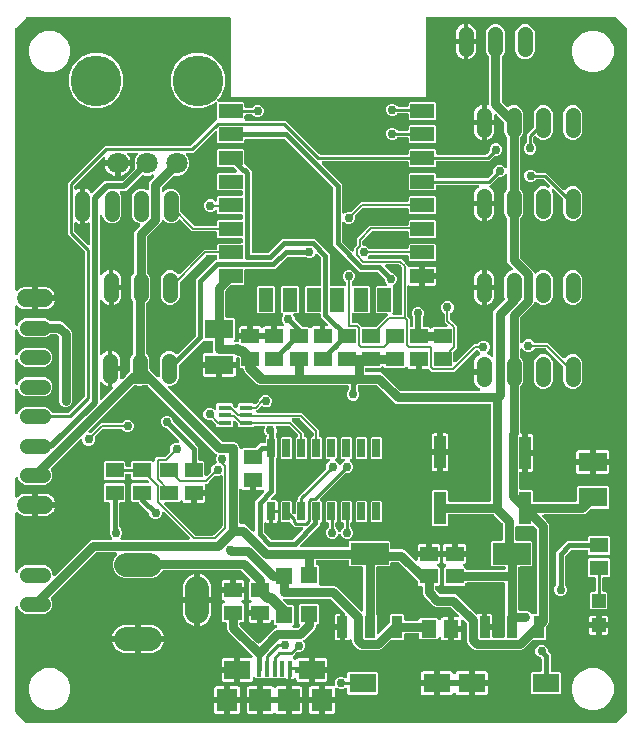
<source format=gbr>
G04 EAGLE Gerber RS-274X export*
G75*
%MOMM*%
%FSLAX34Y34*%
%LPD*%
%INTop Copper*%
%IPPOS*%
%AMOC8*
5,1,8,0,0,1.08239X$1,22.5*%
G01*
%ADD10R,1.500000X1.300000*%
%ADD11R,2.400000X1.600000*%
%ADD12R,1.300000X1.500000*%
%ADD13R,1.000000X2.800000*%
%ADD14R,1.397000X1.397000*%
%ADD15R,0.400000X1.350000*%
%ADD16R,2.200000X1.600000*%
%ADD17R,1.800000X1.900000*%
%ADD18R,1.900000X1.900000*%
%ADD19C,1.308000*%
%ADD20C,1.508000*%
%ADD21C,2.000000*%
%ADD22R,1.200000X1.200000*%
%ADD23R,1.100000X0.400000*%
%ADD24R,2.300000X1.600000*%
%ADD25R,2.000000X1.200000*%
%ADD26R,1.200000X2.000000*%
%ADD27R,0.900000X1.850000*%
%ADD28R,3.200000X1.850000*%
%ADD29R,0.635000X1.524000*%
%ADD30C,1.800000*%
%ADD31C,4.300000*%
%ADD32C,0.756400*%
%ADD33C,0.457200*%
%ADD34C,0.762000*%
%ADD35C,0.812800*%
%ADD36C,0.152400*%
%ADD37C,0.254000*%
%ADD38C,0.508000*%

G36*
X509151Y-18971D02*
X509151Y-18971D01*
X509250Y-18968D01*
X509309Y-18951D01*
X509369Y-18943D01*
X509461Y-18907D01*
X509556Y-18879D01*
X509608Y-18849D01*
X509664Y-18826D01*
X509744Y-18768D01*
X509830Y-18718D01*
X509905Y-18652D01*
X509922Y-18640D01*
X509929Y-18630D01*
X509951Y-18612D01*
X518612Y-9951D01*
X518672Y-9872D01*
X518740Y-9800D01*
X518769Y-9747D01*
X518806Y-9699D01*
X518846Y-9608D01*
X518894Y-9522D01*
X518909Y-9463D01*
X518933Y-9407D01*
X518948Y-9310D01*
X518973Y-9214D01*
X518979Y-9114D01*
X518983Y-9093D01*
X518981Y-9081D01*
X518983Y-9053D01*
X518983Y569053D01*
X518971Y569151D01*
X518968Y569250D01*
X518951Y569309D01*
X518943Y569369D01*
X518907Y569461D01*
X518879Y569556D01*
X518849Y569608D01*
X518826Y569664D01*
X518768Y569744D01*
X518718Y569830D01*
X518652Y569905D01*
X518640Y569922D01*
X518630Y569929D01*
X518612Y569951D01*
X509951Y578612D01*
X509872Y578672D01*
X509800Y578740D01*
X509747Y578769D01*
X509699Y578806D01*
X509608Y578846D01*
X509522Y578894D01*
X509463Y578909D01*
X509407Y578933D01*
X509310Y578948D01*
X509214Y578973D01*
X509114Y578979D01*
X509093Y578983D01*
X509081Y578981D01*
X509053Y578983D01*
X349890Y578983D01*
X349772Y578968D01*
X349653Y578961D01*
X349615Y578948D01*
X349574Y578943D01*
X349464Y578900D01*
X349351Y578863D01*
X349316Y578841D01*
X349279Y578826D01*
X349183Y578757D01*
X349082Y578693D01*
X349054Y578663D01*
X349021Y578640D01*
X348945Y578548D01*
X348864Y578461D01*
X348844Y578426D01*
X348819Y578395D01*
X348768Y578287D01*
X348710Y578183D01*
X348700Y578143D01*
X348683Y578107D01*
X348661Y577990D01*
X348631Y577875D01*
X348627Y577815D01*
X348623Y577795D01*
X348625Y577774D01*
X348621Y577714D01*
X348621Y511190D01*
X348620Y511189D01*
X183520Y511189D01*
X183519Y511190D01*
X183519Y577714D01*
X183504Y577832D01*
X183497Y577951D01*
X183484Y577989D01*
X183479Y578030D01*
X183436Y578140D01*
X183399Y578253D01*
X183377Y578288D01*
X183362Y578325D01*
X183293Y578421D01*
X183229Y578522D01*
X183199Y578550D01*
X183176Y578583D01*
X183084Y578659D01*
X182997Y578740D01*
X182962Y578760D01*
X182931Y578785D01*
X182823Y578836D01*
X182719Y578894D01*
X182679Y578904D01*
X182643Y578921D01*
X182526Y578943D01*
X182411Y578973D01*
X182351Y578977D01*
X182331Y578981D01*
X182310Y578979D01*
X182250Y578983D01*
X10947Y578983D01*
X10849Y578971D01*
X10750Y578968D01*
X10691Y578951D01*
X10631Y578943D01*
X10539Y578907D01*
X10444Y578879D01*
X10392Y578849D01*
X10336Y578826D01*
X10256Y578768D01*
X10170Y578718D01*
X10095Y578652D01*
X10078Y578640D01*
X10071Y578630D01*
X10049Y578612D01*
X1388Y569951D01*
X1328Y569872D01*
X1260Y569800D01*
X1231Y569747D01*
X1194Y569699D01*
X1154Y569608D01*
X1106Y569522D01*
X1091Y569463D01*
X1067Y569407D01*
X1052Y569310D01*
X1027Y569214D01*
X1021Y569114D01*
X1017Y569093D01*
X1019Y569081D01*
X1017Y569053D01*
X1017Y348409D01*
X1034Y348271D01*
X1047Y348132D01*
X1054Y348113D01*
X1057Y348093D01*
X1108Y347964D01*
X1155Y347833D01*
X1166Y347816D01*
X1174Y347798D01*
X1255Y347685D01*
X1333Y347570D01*
X1349Y347557D01*
X1360Y347540D01*
X1468Y347451D01*
X1572Y347360D01*
X1590Y347350D01*
X1605Y347337D01*
X1731Y347278D01*
X1855Y347215D01*
X1875Y347211D01*
X1893Y347202D01*
X2030Y347176D01*
X2165Y347145D01*
X2186Y347146D01*
X2205Y347142D01*
X2344Y347151D01*
X2483Y347155D01*
X2503Y347161D01*
X2523Y347162D01*
X2655Y347205D01*
X2789Y347243D01*
X2806Y347254D01*
X2825Y347260D01*
X2943Y347334D01*
X3063Y347405D01*
X3084Y347424D01*
X3094Y347430D01*
X3108Y347445D01*
X3183Y347511D01*
X4004Y348332D01*
X5223Y349217D01*
X6565Y349901D01*
X7998Y350367D01*
X9487Y350603D01*
X15281Y350603D01*
X15281Y342260D01*
X15296Y342142D01*
X15303Y342023D01*
X15315Y341985D01*
X15321Y341945D01*
X15364Y341834D01*
X15401Y341721D01*
X15423Y341687D01*
X15438Y341649D01*
X15507Y341553D01*
X15571Y341452D01*
X15601Y341424D01*
X15624Y341392D01*
X15716Y341316D01*
X15803Y341234D01*
X15838Y341215D01*
X15869Y341189D01*
X15977Y341138D01*
X16081Y341081D01*
X16121Y341071D01*
X16157Y341053D01*
X16264Y341033D01*
X16234Y341029D01*
X16124Y340985D01*
X16011Y340949D01*
X15976Y340927D01*
X15939Y340912D01*
X15842Y340842D01*
X15742Y340779D01*
X15714Y340749D01*
X15681Y340725D01*
X15605Y340634D01*
X15524Y340547D01*
X15504Y340512D01*
X15479Y340480D01*
X15428Y340373D01*
X15370Y340268D01*
X15360Y340229D01*
X15343Y340193D01*
X15321Y340076D01*
X15291Y339960D01*
X15287Y339900D01*
X15283Y339880D01*
X15285Y339860D01*
X15281Y339800D01*
X15281Y331457D01*
X9487Y331457D01*
X7998Y331693D01*
X6565Y332159D01*
X5223Y332843D01*
X4004Y333728D01*
X3183Y334549D01*
X3074Y334634D01*
X2967Y334723D01*
X2948Y334731D01*
X2932Y334744D01*
X2804Y334799D01*
X2679Y334858D01*
X2659Y334862D01*
X2640Y334870D01*
X2502Y334892D01*
X2366Y334918D01*
X2346Y334917D01*
X2326Y334920D01*
X2187Y334907D01*
X2049Y334898D01*
X2030Y334892D01*
X2010Y334890D01*
X1879Y334843D01*
X1747Y334800D01*
X1729Y334789D01*
X1710Y334782D01*
X1596Y334704D01*
X1478Y334630D01*
X1464Y334615D01*
X1447Y334604D01*
X1355Y334500D01*
X1260Y334398D01*
X1250Y334381D01*
X1237Y334365D01*
X1174Y334242D01*
X1106Y334120D01*
X1101Y334100D01*
X1092Y334082D01*
X1062Y333946D01*
X1027Y333812D01*
X1025Y333784D01*
X1022Y333772D01*
X1023Y333751D01*
X1017Y333651D01*
X1017Y318804D01*
X1025Y318735D01*
X1024Y318665D01*
X1045Y318578D01*
X1057Y318488D01*
X1082Y318423D01*
X1099Y318356D01*
X1141Y318276D01*
X1174Y318193D01*
X1215Y318136D01*
X1247Y318075D01*
X1308Y318008D01*
X1360Y317935D01*
X1414Y317891D01*
X1461Y317839D01*
X1536Y317790D01*
X1605Y317733D01*
X1669Y317703D01*
X1727Y317664D01*
X1812Y317635D01*
X1893Y317597D01*
X1962Y317584D01*
X2028Y317561D01*
X2117Y317554D01*
X2205Y317537D01*
X2275Y317542D01*
X2345Y317536D01*
X2433Y317551D01*
X2523Y317557D01*
X2589Y317579D01*
X2658Y317590D01*
X2740Y317627D01*
X2825Y317655D01*
X2884Y317692D01*
X2948Y317721D01*
X3018Y317777D01*
X3094Y317825D01*
X3142Y317876D01*
X3196Y317920D01*
X3251Y317991D01*
X3312Y318057D01*
X3346Y318118D01*
X3388Y318174D01*
X3459Y318318D01*
X4403Y320598D01*
X6672Y322867D01*
X9636Y324095D01*
X25924Y324095D01*
X28888Y322867D01*
X30019Y321736D01*
X30097Y321676D01*
X30169Y321608D01*
X30222Y321579D01*
X30270Y321542D01*
X30361Y321502D01*
X30448Y321454D01*
X30506Y321439D01*
X30562Y321415D01*
X30660Y321400D01*
X30756Y321375D01*
X30856Y321369D01*
X30876Y321365D01*
X30888Y321367D01*
X30916Y321365D01*
X39107Y321365D01*
X41068Y320553D01*
X48211Y313410D01*
X49023Y311449D01*
X49023Y252939D01*
X48211Y250978D01*
X46710Y249477D01*
X44749Y248665D01*
X42627Y248665D01*
X40666Y249477D01*
X39165Y250978D01*
X38353Y252939D01*
X38353Y307653D01*
X38341Y307751D01*
X38338Y307850D01*
X38321Y307908D01*
X38313Y307968D01*
X38277Y308060D01*
X38249Y308155D01*
X38219Y308207D01*
X38196Y308264D01*
X38138Y308344D01*
X38088Y308429D01*
X38022Y308505D01*
X38010Y308521D01*
X38000Y308529D01*
X37982Y308550D01*
X36208Y310324D01*
X36130Y310384D01*
X36058Y310452D01*
X36005Y310481D01*
X35957Y310518D01*
X35866Y310558D01*
X35779Y310606D01*
X35721Y310621D01*
X35665Y310645D01*
X35567Y310660D01*
X35471Y310685D01*
X35371Y310691D01*
X35351Y310695D01*
X35339Y310693D01*
X35311Y310695D01*
X30916Y310695D01*
X30818Y310683D01*
X30719Y310680D01*
X30661Y310663D01*
X30601Y310655D01*
X30509Y310619D01*
X30414Y310591D01*
X30361Y310561D01*
X30305Y310538D01*
X30225Y310480D01*
X30140Y310430D01*
X30064Y310364D01*
X30048Y310352D01*
X30040Y310342D01*
X30019Y310324D01*
X28888Y309193D01*
X25924Y307965D01*
X9636Y307965D01*
X6672Y309193D01*
X4403Y311462D01*
X3459Y313742D01*
X3424Y313802D01*
X3398Y313867D01*
X3346Y313940D01*
X3301Y314018D01*
X3253Y314068D01*
X3212Y314125D01*
X3142Y314182D01*
X3080Y314246D01*
X3020Y314283D01*
X2967Y314327D01*
X2885Y314366D01*
X2809Y314413D01*
X2742Y314433D01*
X2679Y314463D01*
X2591Y314480D01*
X2505Y314506D01*
X2435Y314510D01*
X2366Y314523D01*
X2277Y314517D01*
X2187Y314521D01*
X2119Y314507D01*
X2049Y314503D01*
X1964Y314475D01*
X1876Y314457D01*
X1813Y314426D01*
X1747Y314405D01*
X1671Y314357D01*
X1590Y314317D01*
X1537Y314272D01*
X1478Y314235D01*
X1416Y314169D01*
X1348Y314111D01*
X1308Y314054D01*
X1260Y314003D01*
X1217Y313925D01*
X1165Y313851D01*
X1140Y313786D01*
X1106Y313725D01*
X1084Y313638D01*
X1052Y313554D01*
X1044Y313484D01*
X1027Y313417D01*
X1017Y313256D01*
X1017Y293804D01*
X1025Y293735D01*
X1024Y293665D01*
X1045Y293578D01*
X1057Y293488D01*
X1082Y293423D01*
X1099Y293356D01*
X1141Y293276D01*
X1174Y293193D01*
X1215Y293136D01*
X1247Y293075D01*
X1308Y293008D01*
X1360Y292935D01*
X1414Y292891D01*
X1461Y292839D01*
X1536Y292790D01*
X1605Y292733D01*
X1669Y292703D01*
X1727Y292664D01*
X1812Y292635D01*
X1893Y292597D01*
X1962Y292584D01*
X2028Y292561D01*
X2117Y292554D01*
X2205Y292537D01*
X2275Y292542D01*
X2345Y292536D01*
X2433Y292551D01*
X2523Y292557D01*
X2589Y292579D01*
X2658Y292590D01*
X2740Y292627D01*
X2825Y292655D01*
X2884Y292692D01*
X2948Y292721D01*
X3018Y292777D01*
X3094Y292825D01*
X3142Y292876D01*
X3196Y292920D01*
X3251Y292991D01*
X3312Y293057D01*
X3346Y293118D01*
X3388Y293174D01*
X3459Y293318D01*
X4403Y295598D01*
X6672Y297867D01*
X9636Y299095D01*
X25924Y299095D01*
X28888Y297867D01*
X31157Y295598D01*
X32385Y292634D01*
X32385Y289426D01*
X31157Y286462D01*
X28888Y284193D01*
X25924Y282965D01*
X9636Y282965D01*
X6672Y284193D01*
X4403Y286462D01*
X3459Y288742D01*
X3424Y288802D01*
X3398Y288867D01*
X3346Y288940D01*
X3301Y289018D01*
X3253Y289068D01*
X3212Y289125D01*
X3142Y289182D01*
X3080Y289246D01*
X3020Y289283D01*
X2967Y289327D01*
X2885Y289366D01*
X2809Y289413D01*
X2742Y289433D01*
X2679Y289463D01*
X2591Y289480D01*
X2505Y289506D01*
X2435Y289510D01*
X2366Y289523D01*
X2277Y289517D01*
X2187Y289521D01*
X2119Y289507D01*
X2049Y289503D01*
X1964Y289475D01*
X1876Y289457D01*
X1813Y289426D01*
X1747Y289405D01*
X1671Y289357D01*
X1590Y289317D01*
X1537Y289272D01*
X1478Y289235D01*
X1416Y289169D01*
X1348Y289111D01*
X1308Y289054D01*
X1260Y289003D01*
X1217Y288925D01*
X1165Y288851D01*
X1140Y288786D01*
X1106Y288725D01*
X1084Y288638D01*
X1052Y288554D01*
X1044Y288484D01*
X1027Y288417D01*
X1017Y288256D01*
X1017Y268804D01*
X1025Y268735D01*
X1024Y268665D01*
X1045Y268578D01*
X1057Y268488D01*
X1082Y268423D01*
X1099Y268356D01*
X1141Y268276D01*
X1174Y268193D01*
X1215Y268136D01*
X1247Y268075D01*
X1308Y268008D01*
X1360Y267935D01*
X1414Y267891D01*
X1461Y267839D01*
X1536Y267790D01*
X1605Y267733D01*
X1669Y267703D01*
X1727Y267664D01*
X1812Y267635D01*
X1893Y267597D01*
X1962Y267584D01*
X2028Y267561D01*
X2117Y267554D01*
X2205Y267537D01*
X2275Y267542D01*
X2345Y267536D01*
X2433Y267551D01*
X2523Y267557D01*
X2589Y267579D01*
X2658Y267590D01*
X2740Y267627D01*
X2825Y267655D01*
X2884Y267692D01*
X2948Y267721D01*
X3018Y267777D01*
X3094Y267825D01*
X3142Y267876D01*
X3196Y267920D01*
X3251Y267991D01*
X3312Y268057D01*
X3346Y268118D01*
X3388Y268174D01*
X3459Y268318D01*
X4403Y270598D01*
X6672Y272867D01*
X9636Y274095D01*
X25924Y274095D01*
X28888Y272867D01*
X31157Y270598D01*
X32385Y267634D01*
X32385Y264426D01*
X31157Y261462D01*
X28888Y259193D01*
X25924Y257965D01*
X9636Y257965D01*
X6672Y259193D01*
X4403Y261462D01*
X3459Y263742D01*
X3424Y263802D01*
X3398Y263867D01*
X3346Y263940D01*
X3301Y264018D01*
X3253Y264068D01*
X3212Y264125D01*
X3142Y264182D01*
X3080Y264246D01*
X3020Y264283D01*
X2967Y264327D01*
X2885Y264366D01*
X2809Y264413D01*
X2742Y264433D01*
X2679Y264463D01*
X2591Y264480D01*
X2505Y264506D01*
X2435Y264510D01*
X2366Y264523D01*
X2277Y264517D01*
X2187Y264521D01*
X2119Y264507D01*
X2049Y264503D01*
X1964Y264475D01*
X1876Y264457D01*
X1813Y264426D01*
X1747Y264405D01*
X1671Y264357D01*
X1590Y264317D01*
X1537Y264272D01*
X1478Y264235D01*
X1416Y264169D01*
X1348Y264111D01*
X1308Y264054D01*
X1260Y264003D01*
X1217Y263925D01*
X1165Y263851D01*
X1140Y263786D01*
X1106Y263725D01*
X1084Y263638D01*
X1052Y263554D01*
X1044Y263484D01*
X1027Y263417D01*
X1017Y263256D01*
X1017Y243804D01*
X1025Y243735D01*
X1024Y243665D01*
X1045Y243578D01*
X1057Y243488D01*
X1082Y243423D01*
X1099Y243356D01*
X1141Y243276D01*
X1174Y243193D01*
X1215Y243136D01*
X1247Y243075D01*
X1308Y243008D01*
X1360Y242935D01*
X1414Y242891D01*
X1461Y242839D01*
X1536Y242790D01*
X1605Y242733D01*
X1669Y242703D01*
X1727Y242664D01*
X1812Y242635D01*
X1893Y242597D01*
X1962Y242584D01*
X2028Y242561D01*
X2117Y242554D01*
X2205Y242537D01*
X2275Y242542D01*
X2345Y242536D01*
X2433Y242551D01*
X2523Y242557D01*
X2589Y242579D01*
X2658Y242590D01*
X2740Y242627D01*
X2825Y242655D01*
X2884Y242692D01*
X2948Y242721D01*
X3018Y242777D01*
X3094Y242825D01*
X3142Y242876D01*
X3196Y242920D01*
X3251Y242991D01*
X3312Y243057D01*
X3346Y243118D01*
X3388Y243174D01*
X3459Y243318D01*
X4403Y245598D01*
X6672Y247867D01*
X9636Y249095D01*
X25924Y249095D01*
X28888Y247867D01*
X31157Y245598D01*
X31567Y244608D01*
X31582Y244583D01*
X31591Y244555D01*
X31660Y244445D01*
X31725Y244332D01*
X31745Y244311D01*
X31761Y244286D01*
X31856Y244197D01*
X31946Y244104D01*
X31971Y244088D01*
X31993Y244068D01*
X32106Y244005D01*
X32217Y243937D01*
X32245Y243929D01*
X32271Y243914D01*
X32397Y243882D01*
X32521Y243844D01*
X32550Y243842D01*
X32579Y243835D01*
X32740Y243825D01*
X45799Y243825D01*
X45897Y243837D01*
X45996Y243840D01*
X46054Y243857D01*
X46114Y243865D01*
X46206Y243901D01*
X46301Y243929D01*
X46354Y243959D01*
X46410Y243982D01*
X46490Y244040D01*
X46575Y244090D01*
X46651Y244156D01*
X46667Y244168D01*
X46675Y244178D01*
X46696Y244196D01*
X59744Y257244D01*
X59804Y257322D01*
X59872Y257394D01*
X59901Y257447D01*
X59938Y257495D01*
X59978Y257586D01*
X60026Y257673D01*
X60041Y257731D01*
X60065Y257787D01*
X60080Y257885D01*
X60105Y257981D01*
X60111Y258081D01*
X60115Y258101D01*
X60113Y258113D01*
X60115Y258141D01*
X60115Y379751D01*
X60103Y379849D01*
X60100Y379948D01*
X60083Y380006D01*
X60075Y380066D01*
X60039Y380158D01*
X60011Y380253D01*
X59981Y380306D01*
X59958Y380362D01*
X59900Y380442D01*
X59850Y380527D01*
X59784Y380603D01*
X59772Y380619D01*
X59762Y380627D01*
X59744Y380648D01*
X45511Y394881D01*
X45511Y438551D01*
X76861Y469901D01*
X149251Y469901D01*
X149350Y469913D01*
X149449Y469916D01*
X149507Y469933D01*
X149567Y469941D01*
X149659Y469977D01*
X149754Y470005D01*
X149806Y470035D01*
X149863Y470058D01*
X149943Y470116D01*
X150028Y470166D01*
X150103Y470232D01*
X150120Y470244D01*
X150128Y470254D01*
X150149Y470272D01*
X171427Y491551D01*
X171433Y491555D01*
X171534Y491619D01*
X171562Y491649D01*
X171595Y491672D01*
X171671Y491764D01*
X171752Y491851D01*
X171772Y491886D01*
X171797Y491917D01*
X171848Y492025D01*
X171906Y492129D01*
X171916Y492169D01*
X171933Y492205D01*
X171955Y492322D01*
X171985Y492437D01*
X171989Y492497D01*
X171993Y492517D01*
X171991Y492538D01*
X171995Y492598D01*
X171995Y506069D01*
X171978Y506207D01*
X171965Y506346D01*
X171958Y506365D01*
X171955Y506385D01*
X171904Y506514D01*
X171857Y506645D01*
X171846Y506662D01*
X171838Y506680D01*
X171757Y506793D01*
X171679Y506908D01*
X171663Y506921D01*
X171652Y506938D01*
X171544Y507027D01*
X171440Y507118D01*
X171422Y507128D01*
X171407Y507141D01*
X171281Y507200D01*
X171157Y507263D01*
X171137Y507267D01*
X171119Y507276D01*
X170982Y507302D01*
X170847Y507333D01*
X170826Y507332D01*
X170807Y507336D01*
X170668Y507327D01*
X170529Y507323D01*
X170509Y507317D01*
X170489Y507316D01*
X170357Y507273D01*
X170223Y507235D01*
X170206Y507224D01*
X170187Y507218D01*
X170069Y507144D01*
X169949Y507073D01*
X169928Y507054D01*
X169918Y507048D01*
X169904Y507033D01*
X169829Y506967D01*
X168592Y505731D01*
X160130Y502225D01*
X150970Y502225D01*
X142508Y505731D01*
X136031Y512208D01*
X132525Y520670D01*
X132525Y529830D01*
X136031Y538292D01*
X142508Y544769D01*
X150970Y548275D01*
X160130Y548275D01*
X168592Y544769D01*
X175069Y538292D01*
X178575Y529830D01*
X178575Y520670D01*
X175069Y512208D01*
X172293Y509431D01*
X172208Y509322D01*
X172119Y509215D01*
X172111Y509196D01*
X172098Y509180D01*
X172043Y509052D01*
X171984Y508927D01*
X171980Y508907D01*
X171972Y508888D01*
X171950Y508750D01*
X171924Y508614D01*
X171925Y508594D01*
X171922Y508574D01*
X171935Y508435D01*
X171944Y508297D01*
X171950Y508278D01*
X171952Y508258D01*
X171999Y508126D01*
X172042Y507995D01*
X172053Y507977D01*
X172060Y507958D01*
X172138Y507843D01*
X172212Y507726D01*
X172227Y507712D01*
X172238Y507695D01*
X172343Y507603D01*
X172444Y507508D01*
X172461Y507498D01*
X172477Y507485D01*
X172601Y507421D01*
X172722Y507354D01*
X172742Y507349D01*
X172760Y507340D01*
X172896Y507310D01*
X173030Y507275D01*
X173058Y507273D01*
X173070Y507270D01*
X173091Y507271D01*
X173191Y507265D01*
X194152Y507265D01*
X195045Y506372D01*
X195045Y503428D01*
X195060Y503310D01*
X195067Y503191D01*
X195080Y503153D01*
X195085Y503112D01*
X195128Y503002D01*
X195165Y502889D01*
X195187Y502854D01*
X195202Y502817D01*
X195271Y502721D01*
X195335Y502620D01*
X195365Y502592D01*
X195388Y502559D01*
X195480Y502483D01*
X195567Y502402D01*
X195602Y502382D01*
X195633Y502357D01*
X195741Y502306D01*
X195845Y502248D01*
X195885Y502238D01*
X195921Y502221D01*
X196038Y502199D01*
X196153Y502169D01*
X196213Y502165D01*
X196233Y502161D01*
X196254Y502163D01*
X196314Y502159D01*
X201012Y502159D01*
X201110Y502171D01*
X201209Y502174D01*
X201268Y502191D01*
X201328Y502199D01*
X201420Y502235D01*
X201515Y502263D01*
X201567Y502293D01*
X201623Y502316D01*
X201704Y502374D01*
X201789Y502424D01*
X201864Y502490D01*
X201881Y502502D01*
X201889Y502512D01*
X201910Y502530D01*
X203242Y503863D01*
X205192Y504671D01*
X207304Y504671D01*
X209254Y503863D01*
X210747Y502370D01*
X211555Y500420D01*
X211555Y498308D01*
X210747Y496358D01*
X209254Y494865D01*
X207304Y494057D01*
X205192Y494057D01*
X203242Y494865D01*
X201910Y496198D01*
X201831Y496258D01*
X201759Y496326D01*
X201706Y496355D01*
X201658Y496392D01*
X201568Y496432D01*
X201481Y496480D01*
X201422Y496495D01*
X201367Y496519D01*
X201269Y496534D01*
X201173Y496559D01*
X201073Y496565D01*
X201052Y496569D01*
X201040Y496567D01*
X201012Y496569D01*
X196314Y496569D01*
X196196Y496554D01*
X196077Y496547D01*
X196039Y496534D01*
X195998Y496529D01*
X195888Y496486D01*
X195775Y496449D01*
X195740Y496427D01*
X195703Y496412D01*
X195606Y496342D01*
X195506Y496279D01*
X195478Y496249D01*
X195445Y496226D01*
X195369Y496134D01*
X195288Y496047D01*
X195268Y496012D01*
X195243Y495981D01*
X195192Y495873D01*
X195134Y495769D01*
X195124Y495729D01*
X195107Y495693D01*
X195085Y495576D01*
X195055Y495461D01*
X195051Y495401D01*
X195047Y495381D01*
X195049Y495360D01*
X195045Y495300D01*
X195045Y492598D01*
X195060Y492480D01*
X195067Y492361D01*
X195080Y492323D01*
X195085Y492282D01*
X195128Y492172D01*
X195165Y492059D01*
X195187Y492024D01*
X195202Y491987D01*
X195271Y491891D01*
X195335Y491790D01*
X195365Y491762D01*
X195388Y491729D01*
X195480Y491653D01*
X195567Y491572D01*
X195602Y491552D01*
X195633Y491527D01*
X195741Y491476D01*
X195845Y491418D01*
X195885Y491408D01*
X195921Y491391D01*
X196038Y491369D01*
X196153Y491339D01*
X196213Y491335D01*
X196233Y491331D01*
X196254Y491333D01*
X196314Y491329D01*
X229992Y491329D01*
X258414Y462906D01*
X258492Y462846D01*
X258564Y462778D01*
X258617Y462749D01*
X258665Y462712D01*
X258756Y462672D01*
X258843Y462624D01*
X258902Y462609D01*
X258957Y462585D01*
X259055Y462570D01*
X259151Y462545D01*
X259251Y462539D01*
X259271Y462535D01*
X259284Y462537D01*
X259312Y462535D01*
X332726Y462535D01*
X332844Y462550D01*
X332963Y462557D01*
X333001Y462570D01*
X333042Y462575D01*
X333152Y462618D01*
X333265Y462655D01*
X333300Y462677D01*
X333337Y462692D01*
X333433Y462761D01*
X333534Y462825D01*
X333562Y462855D01*
X333595Y462878D01*
X333671Y462970D01*
X333752Y463057D01*
X333772Y463092D01*
X333797Y463123D01*
X333848Y463231D01*
X333906Y463335D01*
X333916Y463375D01*
X333933Y463411D01*
X333955Y463528D01*
X333985Y463643D01*
X333989Y463703D01*
X333993Y463723D01*
X333991Y463744D01*
X333995Y463804D01*
X333995Y466372D01*
X334888Y467265D01*
X356152Y467265D01*
X357045Y466372D01*
X357045Y463804D01*
X357060Y463686D01*
X357067Y463567D01*
X357080Y463529D01*
X357085Y463488D01*
X357128Y463378D01*
X357165Y463265D01*
X357187Y463230D01*
X357202Y463193D01*
X357271Y463097D01*
X357335Y462996D01*
X357365Y462968D01*
X357388Y462935D01*
X357480Y462859D01*
X357567Y462778D01*
X357602Y462758D01*
X357633Y462733D01*
X357741Y462682D01*
X357845Y462624D01*
X357885Y462614D01*
X357921Y462597D01*
X358038Y462575D01*
X358153Y462545D01*
X358213Y462541D01*
X358233Y462537D01*
X358254Y462539D01*
X358314Y462535D01*
X399129Y462535D01*
X399227Y462547D01*
X399326Y462550D01*
X399384Y462567D01*
X399444Y462575D01*
X399536Y462611D01*
X399631Y462639D01*
X399684Y462669D01*
X399740Y462692D01*
X399820Y462750D01*
X399905Y462800D01*
X399981Y462866D01*
X399997Y462878D01*
X400005Y462888D01*
X400026Y462906D01*
X402246Y465126D01*
X402306Y465204D01*
X402374Y465276D01*
X402403Y465329D01*
X402440Y465377D01*
X402480Y465468D01*
X402528Y465555D01*
X402543Y465613D01*
X402567Y465669D01*
X402582Y465767D01*
X402607Y465863D01*
X402613Y465963D01*
X402617Y465983D01*
X402615Y465995D01*
X402617Y466023D01*
X402617Y467908D01*
X403425Y469858D01*
X404918Y471351D01*
X406868Y472159D01*
X408980Y472159D01*
X410930Y471351D01*
X412423Y469858D01*
X413231Y467908D01*
X413231Y465796D01*
X412423Y463846D01*
X410930Y462353D01*
X408980Y461545D01*
X407095Y461545D01*
X406997Y461533D01*
X406898Y461530D01*
X406840Y461513D01*
X406780Y461505D01*
X406688Y461469D01*
X406593Y461441D01*
X406540Y461411D01*
X406484Y461388D01*
X406404Y461330D01*
X406319Y461280D01*
X406243Y461214D01*
X406227Y461202D01*
X406219Y461192D01*
X406198Y461174D01*
X401970Y456945D01*
X358314Y456945D01*
X358196Y456930D01*
X358077Y456923D01*
X358039Y456910D01*
X357998Y456905D01*
X357888Y456862D01*
X357775Y456825D01*
X357740Y456803D01*
X357703Y456788D01*
X357606Y456718D01*
X357506Y456655D01*
X357478Y456625D01*
X357445Y456602D01*
X357369Y456510D01*
X357288Y456423D01*
X357268Y456388D01*
X357243Y456357D01*
X357192Y456249D01*
X357134Y456145D01*
X357124Y456105D01*
X357107Y456069D01*
X357085Y455952D01*
X357055Y455837D01*
X357051Y455777D01*
X357047Y455757D01*
X357049Y455736D01*
X357045Y455676D01*
X357045Y453108D01*
X356152Y452215D01*
X334888Y452215D01*
X333995Y453108D01*
X333995Y455676D01*
X333980Y455794D01*
X333973Y455913D01*
X333960Y455951D01*
X333955Y455992D01*
X333912Y456102D01*
X333875Y456215D01*
X333853Y456250D01*
X333838Y456287D01*
X333769Y456383D01*
X333705Y456484D01*
X333675Y456512D01*
X333652Y456545D01*
X333560Y456621D01*
X333473Y456702D01*
X333438Y456722D01*
X333407Y456747D01*
X333299Y456798D01*
X333195Y456856D01*
X333155Y456866D01*
X333119Y456883D01*
X333002Y456905D01*
X332887Y456935D01*
X332827Y456939D01*
X332807Y456943D01*
X332786Y456941D01*
X332726Y456945D01*
X261692Y456945D01*
X261555Y456928D01*
X261416Y456915D01*
X261397Y456908D01*
X261377Y456905D01*
X261248Y456854D01*
X261117Y456807D01*
X261100Y456796D01*
X261081Y456788D01*
X260969Y456707D01*
X260853Y456629D01*
X260840Y456613D01*
X260824Y456602D01*
X260735Y456494D01*
X260643Y456390D01*
X260634Y456372D01*
X260621Y456357D01*
X260562Y456231D01*
X260498Y456107D01*
X260494Y456087D01*
X260485Y456069D01*
X260459Y455933D01*
X260429Y455797D01*
X260429Y455776D01*
X260425Y455757D01*
X260434Y455618D01*
X260438Y455479D01*
X260444Y455459D01*
X260445Y455439D01*
X260488Y455307D01*
X260527Y455173D01*
X260537Y455156D01*
X260543Y455137D01*
X260618Y455019D01*
X260688Y454899D01*
X260707Y454878D01*
X260713Y454868D01*
X260728Y454854D01*
X260795Y454779D01*
X277623Y437950D01*
X277623Y413668D01*
X277640Y413530D01*
X277653Y413391D01*
X277660Y413372D01*
X277663Y413352D01*
X277714Y413223D01*
X277761Y413092D01*
X277772Y413075D01*
X277780Y413057D01*
X277861Y412944D01*
X277939Y412829D01*
X277955Y412816D01*
X277966Y412799D01*
X278074Y412710D01*
X278178Y412619D01*
X278196Y412609D01*
X278211Y412596D01*
X278337Y412537D01*
X278461Y412474D01*
X278481Y412470D01*
X278499Y412461D01*
X278636Y412435D01*
X278771Y412404D01*
X278792Y412405D01*
X278811Y412401D01*
X278950Y412410D01*
X279089Y412414D01*
X279109Y412420D01*
X279129Y412421D01*
X279261Y412464D01*
X279395Y412502D01*
X279412Y412513D01*
X279431Y412519D01*
X279549Y412593D01*
X279669Y412664D01*
X279690Y412683D01*
X279700Y412689D01*
X279714Y412704D01*
X279789Y412770D01*
X280458Y413439D01*
X282408Y414247D01*
X284534Y414247D01*
X284637Y414224D01*
X284762Y414189D01*
X284791Y414189D01*
X284820Y414182D01*
X284950Y414186D01*
X285080Y414184D01*
X285109Y414191D01*
X285138Y414192D01*
X285263Y414228D01*
X285389Y414258D01*
X285415Y414272D01*
X285444Y414281D01*
X285555Y414346D01*
X285670Y414407D01*
X285692Y414427D01*
X285718Y414442D01*
X285839Y414548D01*
X291606Y420315D01*
X293317Y422027D01*
X332726Y422027D01*
X332844Y422042D01*
X332963Y422049D01*
X333001Y422062D01*
X333042Y422067D01*
X333152Y422110D01*
X333265Y422147D01*
X333300Y422169D01*
X333337Y422184D01*
X333433Y422253D01*
X333534Y422317D01*
X333562Y422347D01*
X333595Y422370D01*
X333671Y422462D01*
X333752Y422549D01*
X333772Y422584D01*
X333797Y422615D01*
X333848Y422723D01*
X333906Y422827D01*
X333916Y422867D01*
X333933Y422903D01*
X333955Y423020D01*
X333985Y423135D01*
X333989Y423195D01*
X333993Y423215D01*
X333991Y423236D01*
X333995Y423296D01*
X333995Y426372D01*
X334888Y427265D01*
X356152Y427265D01*
X357045Y426372D01*
X357045Y413108D01*
X356152Y412215D01*
X334888Y412215D01*
X333995Y413108D01*
X333995Y416184D01*
X333980Y416302D01*
X333973Y416421D01*
X333960Y416459D01*
X333955Y416500D01*
X333912Y416610D01*
X333875Y416723D01*
X333853Y416758D01*
X333838Y416795D01*
X333769Y416891D01*
X333705Y416992D01*
X333675Y417020D01*
X333652Y417053D01*
X333560Y417129D01*
X333473Y417210D01*
X333438Y417230D01*
X333407Y417255D01*
X333299Y417306D01*
X333195Y417364D01*
X333155Y417374D01*
X333119Y417391D01*
X333002Y417413D01*
X332887Y417443D01*
X332827Y417447D01*
X332807Y417451D01*
X332786Y417449D01*
X332726Y417453D01*
X295737Y417453D01*
X295639Y417441D01*
X295540Y417438D01*
X295482Y417421D01*
X295421Y417413D01*
X295329Y417377D01*
X295234Y417349D01*
X295182Y417319D01*
X295126Y417296D01*
X295046Y417238D01*
X294960Y417188D01*
X294885Y417122D01*
X294868Y417110D01*
X294861Y417100D01*
X294839Y417082D01*
X289072Y411315D01*
X289054Y411291D01*
X289032Y411272D01*
X288957Y411166D01*
X288878Y411063D01*
X288866Y411036D01*
X288849Y411012D01*
X288803Y410891D01*
X288751Y410771D01*
X288747Y410742D01*
X288736Y410714D01*
X288722Y410586D01*
X288701Y410457D01*
X288704Y410428D01*
X288701Y410398D01*
X288719Y410270D01*
X288731Y410141D01*
X288741Y410113D01*
X288745Y410084D01*
X288771Y410009D01*
X288771Y407884D01*
X287963Y405934D01*
X286470Y404441D01*
X284520Y403633D01*
X282408Y403633D01*
X280458Y404441D01*
X279789Y405110D01*
X279680Y405195D01*
X279573Y405284D01*
X279554Y405292D01*
X279538Y405305D01*
X279410Y405360D01*
X279285Y405419D01*
X279265Y405423D01*
X279246Y405431D01*
X279108Y405453D01*
X278972Y405479D01*
X278952Y405478D01*
X278932Y405481D01*
X278793Y405468D01*
X278655Y405459D01*
X278636Y405453D01*
X278616Y405451D01*
X278485Y405404D01*
X278353Y405361D01*
X278335Y405350D01*
X278316Y405343D01*
X278202Y405265D01*
X278084Y405191D01*
X278070Y405176D01*
X278053Y405165D01*
X277961Y405061D01*
X277866Y404959D01*
X277856Y404942D01*
X277843Y404926D01*
X277780Y404803D01*
X277712Y404681D01*
X277707Y404661D01*
X277698Y404643D01*
X277668Y404507D01*
X277633Y404373D01*
X277631Y404345D01*
X277628Y404333D01*
X277629Y404312D01*
X277623Y404212D01*
X277623Y389393D01*
X277635Y389295D01*
X277638Y389196D01*
X277655Y389137D01*
X277663Y389077D01*
X277699Y388985D01*
X277727Y388890D01*
X277757Y388838D01*
X277780Y388782D01*
X277838Y388702D01*
X277888Y388616D01*
X277954Y388541D01*
X277966Y388524D01*
X277976Y388517D01*
X277994Y388495D01*
X285643Y380847D01*
X285752Y380762D01*
X285859Y380673D01*
X285878Y380665D01*
X285894Y380652D01*
X286022Y380597D01*
X286147Y380538D01*
X286167Y380534D01*
X286186Y380526D01*
X286324Y380504D01*
X286460Y380478D01*
X286480Y380479D01*
X286500Y380476D01*
X286639Y380489D01*
X286777Y380498D01*
X286796Y380504D01*
X286816Y380506D01*
X286948Y380553D01*
X287079Y380596D01*
X287097Y380607D01*
X287116Y380614D01*
X287231Y380692D01*
X287348Y380766D01*
X287362Y380781D01*
X287379Y380792D01*
X287471Y380896D01*
X287566Y380998D01*
X287576Y381015D01*
X287589Y381031D01*
X287653Y381155D01*
X287720Y381276D01*
X287725Y381296D01*
X287734Y381314D01*
X287764Y381450D01*
X287799Y381584D01*
X287801Y381612D01*
X287804Y381624D01*
X287803Y381645D01*
X287809Y381745D01*
X287809Y383445D01*
X289950Y385585D01*
X290010Y385663D01*
X290078Y385735D01*
X290107Y385788D01*
X290144Y385836D01*
X290184Y385927D01*
X290232Y386014D01*
X290247Y386072D01*
X290271Y386128D01*
X290286Y386226D01*
X290311Y386322D01*
X290317Y386422D01*
X290321Y386442D01*
X290319Y386454D01*
X290321Y386482D01*
X290321Y391599D01*
X301059Y402337D01*
X332726Y402337D01*
X332844Y402352D01*
X332963Y402359D01*
X333001Y402372D01*
X333042Y402377D01*
X333152Y402420D01*
X333265Y402457D01*
X333300Y402479D01*
X333337Y402494D01*
X333433Y402563D01*
X333534Y402627D01*
X333562Y402657D01*
X333595Y402680D01*
X333671Y402772D01*
X333752Y402859D01*
X333772Y402894D01*
X333797Y402925D01*
X333848Y403033D01*
X333906Y403137D01*
X333916Y403177D01*
X333933Y403213D01*
X333955Y403330D01*
X333985Y403445D01*
X333989Y403505D01*
X333993Y403525D01*
X333991Y403546D01*
X333995Y403606D01*
X333995Y406372D01*
X334888Y407265D01*
X356152Y407265D01*
X357045Y406372D01*
X357045Y393108D01*
X356152Y392215D01*
X334888Y392215D01*
X333995Y393108D01*
X333995Y396494D01*
X333980Y396612D01*
X333973Y396731D01*
X333960Y396769D01*
X333955Y396810D01*
X333912Y396920D01*
X333875Y397033D01*
X333853Y397068D01*
X333838Y397105D01*
X333769Y397201D01*
X333705Y397302D01*
X333675Y397330D01*
X333652Y397363D01*
X333560Y397439D01*
X333473Y397520D01*
X333438Y397540D01*
X333407Y397565D01*
X333299Y397616D01*
X333195Y397674D01*
X333155Y397684D01*
X333119Y397701D01*
X333002Y397723D01*
X332887Y397753D01*
X332827Y397757D01*
X332807Y397761D01*
X332786Y397759D01*
X332726Y397763D01*
X303479Y397763D01*
X303381Y397751D01*
X303282Y397748D01*
X303224Y397731D01*
X303163Y397723D01*
X303071Y397687D01*
X302976Y397659D01*
X302924Y397629D01*
X302868Y397606D01*
X302788Y397548D01*
X302702Y397498D01*
X302627Y397432D01*
X302610Y397420D01*
X302603Y397410D01*
X302581Y397392D01*
X295266Y390077D01*
X295206Y389998D01*
X295138Y389926D01*
X295109Y389873D01*
X295072Y389825D01*
X295032Y389734D01*
X294984Y389648D01*
X294969Y389589D01*
X294945Y389533D01*
X294930Y389435D01*
X294905Y389340D01*
X294899Y389240D01*
X294895Y389219D01*
X294897Y389207D01*
X294895Y389179D01*
X294895Y386560D01*
X294910Y386442D01*
X294917Y386323D01*
X294930Y386285D01*
X294935Y386244D01*
X294978Y386134D01*
X295015Y386021D01*
X295037Y385986D01*
X295052Y385949D01*
X295121Y385853D01*
X295185Y385752D01*
X295215Y385724D01*
X295238Y385691D01*
X295330Y385615D01*
X295417Y385534D01*
X295452Y385514D01*
X295483Y385489D01*
X295591Y385438D01*
X295695Y385380D01*
X295735Y385370D01*
X295771Y385353D01*
X295888Y385331D01*
X296003Y385301D01*
X296063Y385297D01*
X296083Y385293D01*
X296104Y385295D01*
X296164Y385291D01*
X297220Y385291D01*
X299170Y384483D01*
X300673Y382980D01*
X300730Y382891D01*
X300794Y382778D01*
X300814Y382757D01*
X300830Y382732D01*
X300925Y382643D01*
X301015Y382550D01*
X301040Y382534D01*
X301062Y382514D01*
X301175Y382451D01*
X301286Y382383D01*
X301314Y382375D01*
X301340Y382360D01*
X301466Y382328D01*
X301590Y382290D01*
X301620Y382288D01*
X301648Y382281D01*
X301809Y382271D01*
X332726Y382271D01*
X332844Y382286D01*
X332963Y382293D01*
X333001Y382306D01*
X333042Y382311D01*
X333152Y382354D01*
X333265Y382391D01*
X333300Y382413D01*
X333337Y382428D01*
X333433Y382497D01*
X333534Y382561D01*
X333562Y382591D01*
X333595Y382614D01*
X333671Y382706D01*
X333752Y382793D01*
X333772Y382828D01*
X333797Y382859D01*
X333848Y382967D01*
X333906Y383071D01*
X333916Y383111D01*
X333933Y383147D01*
X333955Y383264D01*
X333985Y383379D01*
X333989Y383439D01*
X333993Y383459D01*
X333991Y383480D01*
X333995Y383540D01*
X333995Y386372D01*
X334888Y387265D01*
X356152Y387265D01*
X357045Y386372D01*
X357045Y373108D01*
X356152Y372215D01*
X334888Y372215D01*
X333995Y373108D01*
X333995Y376428D01*
X333980Y376546D01*
X333973Y376665D01*
X333960Y376703D01*
X333955Y376744D01*
X333912Y376854D01*
X333875Y376967D01*
X333853Y377002D01*
X333838Y377039D01*
X333769Y377135D01*
X333705Y377236D01*
X333675Y377264D01*
X333652Y377297D01*
X333560Y377373D01*
X333473Y377454D01*
X333438Y377474D01*
X333407Y377499D01*
X333299Y377550D01*
X333195Y377608D01*
X333155Y377618D01*
X333119Y377635D01*
X333002Y377657D01*
X332887Y377687D01*
X332827Y377691D01*
X332807Y377695D01*
X332786Y377693D01*
X332726Y377697D01*
X301809Y377697D01*
X301779Y377694D01*
X301750Y377696D01*
X301622Y377674D01*
X301493Y377657D01*
X301466Y377647D01*
X301437Y377641D01*
X301318Y377588D01*
X301198Y377540D01*
X301174Y377523D01*
X301147Y377511D01*
X301045Y377430D01*
X300940Y377354D01*
X300921Y377331D01*
X300898Y377312D01*
X300820Y377209D01*
X300737Y377109D01*
X300725Y377082D01*
X300707Y377058D01*
X300672Y376988D01*
X299966Y376281D01*
X299881Y376172D01*
X299792Y376065D01*
X299784Y376046D01*
X299771Y376030D01*
X299716Y375902D01*
X299657Y375777D01*
X299653Y375757D01*
X299645Y375738D01*
X299623Y375600D01*
X299597Y375464D01*
X299598Y375444D01*
X299595Y375424D01*
X299608Y375285D01*
X299617Y375147D01*
X299623Y375128D01*
X299625Y375108D01*
X299672Y374977D01*
X299715Y374845D01*
X299726Y374827D01*
X299733Y374808D01*
X299811Y374694D01*
X299885Y374576D01*
X299900Y374562D01*
X299911Y374545D01*
X300015Y374453D01*
X300117Y374358D01*
X300134Y374348D01*
X300150Y374335D01*
X300273Y374272D01*
X300395Y374204D01*
X300415Y374199D01*
X300433Y374190D01*
X300569Y374160D01*
X300703Y374125D01*
X300731Y374123D01*
X300743Y374120D01*
X300764Y374121D01*
X300864Y374115D01*
X328073Y374115D01*
X329784Y372404D01*
X329784Y372403D01*
X331255Y370932D01*
X331256Y370932D01*
X332967Y369221D01*
X332967Y368811D01*
X332983Y368680D01*
X332995Y368547D01*
X333003Y368522D01*
X333007Y368496D01*
X333056Y368372D01*
X333099Y368246D01*
X333114Y368225D01*
X333124Y368200D01*
X333202Y368093D01*
X333276Y367982D01*
X333295Y367964D01*
X333310Y367943D01*
X333413Y367858D01*
X333512Y367769D01*
X333535Y367757D01*
X333555Y367740D01*
X333676Y367683D01*
X333794Y367622D01*
X333819Y367616D01*
X333843Y367605D01*
X333974Y367580D01*
X334103Y367549D01*
X334130Y367550D01*
X334155Y367545D01*
X334288Y367553D01*
X334421Y367556D01*
X334447Y367563D01*
X334473Y367565D01*
X334523Y367581D01*
X334574Y367591D01*
X335252Y367773D01*
X342981Y367773D01*
X342981Y361010D01*
X342996Y360892D01*
X343003Y360773D01*
X343016Y360735D01*
X343021Y360695D01*
X343064Y360584D01*
X343101Y360471D01*
X343123Y360436D01*
X343138Y360399D01*
X343208Y360303D01*
X343271Y360202D01*
X343301Y360174D01*
X343325Y360142D01*
X343416Y360066D01*
X343503Y359984D01*
X343538Y359965D01*
X343569Y359939D01*
X343677Y359888D01*
X343781Y359831D01*
X343821Y359820D01*
X343857Y359803D01*
X343974Y359781D01*
X344089Y359751D01*
X344150Y359747D01*
X344170Y359743D01*
X344190Y359745D01*
X344250Y359741D01*
X345521Y359741D01*
X345521Y359739D01*
X344250Y359739D01*
X344132Y359724D01*
X344013Y359717D01*
X343975Y359704D01*
X343935Y359699D01*
X343824Y359655D01*
X343711Y359619D01*
X343676Y359597D01*
X343639Y359582D01*
X343543Y359512D01*
X343442Y359449D01*
X343414Y359419D01*
X343381Y359395D01*
X343306Y359304D01*
X343224Y359217D01*
X343204Y359182D01*
X343179Y359150D01*
X343128Y359043D01*
X343070Y358939D01*
X343060Y358899D01*
X343043Y358863D01*
X343021Y358746D01*
X342991Y358631D01*
X342987Y358570D01*
X342983Y358550D01*
X342985Y358530D01*
X342981Y358470D01*
X342981Y351707D01*
X335252Y351707D01*
X334634Y351873D01*
X334629Y351875D01*
X334615Y351878D01*
X334598Y351883D01*
X334579Y351891D01*
X334447Y351910D01*
X334316Y351935D01*
X334290Y351934D01*
X334264Y351937D01*
X334132Y351924D01*
X333999Y351915D01*
X333974Y351907D01*
X333948Y351905D01*
X333823Y351858D01*
X333697Y351817D01*
X333674Y351803D01*
X333650Y351794D01*
X333541Y351719D01*
X333428Y351647D01*
X333410Y351628D01*
X333388Y351613D01*
X333301Y351513D01*
X333210Y351416D01*
X333197Y351393D01*
X333180Y351373D01*
X333121Y351254D01*
X333056Y351137D01*
X333050Y351112D01*
X333038Y351088D01*
X333010Y350958D01*
X332977Y350829D01*
X332975Y350792D01*
X332971Y350777D01*
X332972Y350755D01*
X332967Y350669D01*
X332967Y325803D01*
X332979Y325705D01*
X332982Y325606D01*
X332999Y325548D01*
X333007Y325487D01*
X333043Y325395D01*
X333071Y325300D01*
X333101Y325248D01*
X333124Y325192D01*
X333182Y325112D01*
X333232Y325026D01*
X333298Y324951D01*
X333310Y324934D01*
X333320Y324927D01*
X333338Y324905D01*
X335058Y323186D01*
X335058Y318034D01*
X335073Y317916D01*
X335080Y317797D01*
X335093Y317759D01*
X335098Y317718D01*
X335141Y317608D01*
X335178Y317495D01*
X335200Y317460D01*
X335215Y317423D01*
X335284Y317327D01*
X335348Y317226D01*
X335378Y317198D01*
X335401Y317165D01*
X335493Y317089D01*
X335580Y317008D01*
X335615Y316988D01*
X335646Y316963D01*
X335754Y316912D01*
X335858Y316854D01*
X335898Y316844D01*
X335934Y316827D01*
X336051Y316805D01*
X336166Y316775D01*
X336226Y316771D01*
X336246Y316767D01*
X336267Y316769D01*
X336327Y316765D01*
X336550Y316765D01*
X336668Y316780D01*
X336787Y316787D01*
X336825Y316800D01*
X336866Y316805D01*
X336976Y316848D01*
X337089Y316885D01*
X337124Y316907D01*
X337161Y316922D01*
X337257Y316991D01*
X337358Y317055D01*
X337386Y317085D01*
X337419Y317108D01*
X337495Y317200D01*
X337576Y317287D01*
X337596Y317322D01*
X337621Y317353D01*
X337672Y317461D01*
X337730Y317565D01*
X337740Y317605D01*
X337757Y317641D01*
X337779Y317758D01*
X337809Y317873D01*
X337813Y317933D01*
X337817Y317953D01*
X337815Y317974D01*
X337819Y318034D01*
X337819Y324202D01*
X337807Y324300D01*
X337804Y324399D01*
X337787Y324458D01*
X337779Y324518D01*
X337743Y324610D01*
X337715Y324705D01*
X337685Y324757D01*
X337662Y324813D01*
X337604Y324893D01*
X337554Y324979D01*
X337488Y325054D01*
X337476Y325071D01*
X337466Y325078D01*
X337448Y325100D01*
X337385Y325162D01*
X336577Y327112D01*
X336577Y329224D01*
X337385Y331174D01*
X338878Y332667D01*
X340828Y333475D01*
X342940Y333475D01*
X344890Y332667D01*
X346383Y331174D01*
X347191Y329224D01*
X347191Y327112D01*
X346383Y325162D01*
X346320Y325100D01*
X346260Y325021D01*
X346192Y324949D01*
X346163Y324896D01*
X346126Y324848D01*
X346086Y324757D01*
X346038Y324671D01*
X346023Y324612D01*
X345999Y324556D01*
X345984Y324459D01*
X345959Y324363D01*
X345953Y324263D01*
X345949Y324242D01*
X345951Y324230D01*
X345949Y324202D01*
X345949Y318034D01*
X345964Y317916D01*
X345971Y317797D01*
X345984Y317759D01*
X345989Y317718D01*
X346032Y317608D01*
X346069Y317495D01*
X346091Y317460D01*
X346106Y317423D01*
X346175Y317327D01*
X346239Y317226D01*
X346269Y317198D01*
X346292Y317165D01*
X346384Y317089D01*
X346471Y317008D01*
X346506Y316988D01*
X346537Y316963D01*
X346645Y316912D01*
X346749Y316854D01*
X346789Y316844D01*
X346825Y316827D01*
X346942Y316805D01*
X347057Y316775D01*
X347117Y316771D01*
X347137Y316767D01*
X347158Y316769D01*
X347218Y316765D01*
X350689Y316765D01*
X351819Y315634D01*
X351914Y315561D01*
X352003Y315482D01*
X352039Y315464D01*
X352071Y315439D01*
X352180Y315392D01*
X352286Y315337D01*
X352325Y315329D01*
X352363Y315313D01*
X352480Y315294D01*
X352596Y315268D01*
X352637Y315269D01*
X352677Y315263D01*
X352795Y315274D01*
X352914Y315277D01*
X352953Y315289D01*
X352993Y315292D01*
X353106Y315333D01*
X353220Y315366D01*
X353254Y315386D01*
X353293Y315400D01*
X353391Y315467D01*
X353494Y315527D01*
X353539Y315567D01*
X353556Y315579D01*
X353569Y315594D01*
X353614Y315634D01*
X354745Y316765D01*
X365787Y316765D01*
X365924Y316782D01*
X366063Y316795D01*
X366082Y316802D01*
X366103Y316805D01*
X366231Y316856D01*
X366363Y316903D01*
X366379Y316914D01*
X366398Y316922D01*
X366511Y317003D01*
X366626Y317081D01*
X366639Y317097D01*
X366656Y317108D01*
X366744Y317216D01*
X366836Y317320D01*
X366845Y317338D01*
X366858Y317353D01*
X366918Y317479D01*
X366981Y317603D01*
X366985Y317623D01*
X366994Y317641D01*
X367020Y317777D01*
X367050Y317913D01*
X367050Y317934D01*
X367054Y317953D01*
X367045Y318092D01*
X367041Y318231D01*
X367035Y318251D01*
X367034Y318271D01*
X366991Y318403D01*
X366952Y318537D01*
X366942Y318554D01*
X366936Y318573D01*
X366861Y318691D01*
X366791Y318811D01*
X366772Y318832D01*
X366766Y318842D01*
X366751Y318856D01*
X366684Y318931D01*
X364489Y321127D01*
X364489Y327603D01*
X364486Y327633D01*
X364488Y327662D01*
X364466Y327790D01*
X364449Y327919D01*
X364439Y327946D01*
X364433Y327975D01*
X364380Y328094D01*
X364332Y328214D01*
X364315Y328238D01*
X364303Y328265D01*
X364222Y328367D01*
X364146Y328472D01*
X364123Y328491D01*
X364104Y328514D01*
X364001Y328592D01*
X363901Y328675D01*
X363874Y328687D01*
X363850Y328705D01*
X363780Y328740D01*
X362277Y330242D01*
X361469Y332192D01*
X361469Y334304D01*
X362277Y336254D01*
X363770Y337747D01*
X365720Y338555D01*
X367832Y338555D01*
X369782Y337747D01*
X371275Y336254D01*
X372083Y334304D01*
X372083Y332192D01*
X371275Y330242D01*
X369772Y328739D01*
X369683Y328682D01*
X369570Y328618D01*
X369549Y328598D01*
X369524Y328582D01*
X369435Y328487D01*
X369342Y328397D01*
X369326Y328372D01*
X369306Y328350D01*
X369243Y328237D01*
X369175Y328126D01*
X369167Y328098D01*
X369152Y328072D01*
X369120Y327946D01*
X369082Y327822D01*
X369080Y327792D01*
X369073Y327764D01*
X369063Y327603D01*
X369063Y323547D01*
X369075Y323449D01*
X369078Y323350D01*
X369095Y323291D01*
X369103Y323231D01*
X369139Y323139D01*
X369167Y323044D01*
X369197Y322992D01*
X369220Y322936D01*
X369278Y322856D01*
X369328Y322770D01*
X369394Y322695D01*
X369406Y322678D01*
X369416Y322670D01*
X369434Y322649D01*
X374950Y317134D01*
X374950Y298579D01*
X372273Y295903D01*
X372213Y295824D01*
X372145Y295752D01*
X372116Y295699D01*
X372079Y295651D01*
X372039Y295560D01*
X371991Y295474D01*
X371976Y295415D01*
X371952Y295359D01*
X371937Y295261D01*
X371912Y295166D01*
X371906Y295066D01*
X371902Y295045D01*
X371904Y295033D01*
X371902Y295005D01*
X371902Y287830D01*
X371919Y287692D01*
X371932Y287554D01*
X371939Y287535D01*
X371942Y287514D01*
X371993Y287385D01*
X372040Y287254D01*
X372051Y287238D01*
X372059Y287219D01*
X372140Y287107D01*
X372218Y286991D01*
X372234Y286978D01*
X372245Y286961D01*
X372353Y286873D01*
X372457Y286781D01*
X372475Y286772D01*
X372490Y286759D01*
X372616Y286699D01*
X372740Y286636D01*
X372760Y286632D01*
X372778Y286623D01*
X372914Y286597D01*
X373050Y286567D01*
X373071Y286567D01*
X373090Y286563D01*
X373229Y286572D01*
X373368Y286576D01*
X373388Y286582D01*
X373408Y286583D01*
X373540Y286626D01*
X373674Y286665D01*
X373691Y286675D01*
X373710Y286681D01*
X373828Y286756D01*
X373948Y286826D01*
X373969Y286845D01*
X373979Y286851D01*
X373993Y286866D01*
X374068Y286933D01*
X389143Y302007D01*
X391611Y302007D01*
X391641Y302010D01*
X391670Y302008D01*
X391798Y302030D01*
X391927Y302047D01*
X391954Y302057D01*
X391983Y302063D01*
X392102Y302116D01*
X392222Y302164D01*
X392246Y302181D01*
X392273Y302193D01*
X392375Y302274D01*
X392480Y302350D01*
X392499Y302373D01*
X392522Y302392D01*
X392600Y302495D01*
X392683Y302595D01*
X392695Y302622D01*
X392713Y302646D01*
X392748Y302716D01*
X394250Y304219D01*
X396200Y305027D01*
X398312Y305027D01*
X400262Y304219D01*
X401755Y302726D01*
X402563Y300776D01*
X402563Y298664D01*
X401755Y296714D01*
X400503Y295462D01*
X400472Y295423D01*
X400436Y295389D01*
X400375Y295298D01*
X400308Y295211D01*
X400288Y295165D01*
X400261Y295124D01*
X400225Y295020D01*
X400182Y294919D01*
X400174Y294870D01*
X400158Y294823D01*
X400149Y294713D01*
X400132Y294605D01*
X400136Y294555D01*
X400132Y294506D01*
X400151Y294398D01*
X400161Y294288D01*
X400178Y294241D01*
X400187Y294192D01*
X400232Y294092D01*
X400269Y293989D01*
X400297Y293948D01*
X400317Y293902D01*
X400386Y293816D01*
X400448Y293726D01*
X400485Y293693D01*
X400516Y293654D01*
X400604Y293588D01*
X400686Y293515D01*
X400730Y293493D01*
X400770Y293463D01*
X400915Y293392D01*
X402061Y292917D01*
X403465Y291979D01*
X403624Y291819D01*
X403734Y291734D01*
X403841Y291645D01*
X403860Y291637D01*
X403876Y291624D01*
X404003Y291569D01*
X404129Y291510D01*
X404149Y291506D01*
X404168Y291498D01*
X404305Y291476D01*
X404442Y291450D01*
X404462Y291451D01*
X404482Y291448D01*
X404620Y291461D01*
X404759Y291470D01*
X404778Y291476D01*
X404798Y291478D01*
X404929Y291525D01*
X405061Y291568D01*
X405079Y291579D01*
X405098Y291585D01*
X405213Y291663D01*
X405330Y291738D01*
X405344Y291753D01*
X405361Y291764D01*
X405453Y291868D01*
X405548Y291969D01*
X405558Y291987D01*
X405571Y292002D01*
X405634Y292126D01*
X405702Y292248D01*
X405707Y292268D01*
X405716Y292286D01*
X405746Y292421D01*
X405781Y292556D01*
X405783Y292584D01*
X405786Y292596D01*
X405785Y292616D01*
X405791Y292717D01*
X405791Y328686D01*
X406603Y330647D01*
X415149Y339193D01*
X415167Y339216D01*
X415189Y339235D01*
X415264Y339341D01*
X415344Y339444D01*
X415356Y339471D01*
X415373Y339495D01*
X415419Y339616D01*
X415470Y339736D01*
X415475Y339765D01*
X415485Y339792D01*
X415500Y339921D01*
X415520Y340050D01*
X415517Y340079D01*
X415521Y340109D01*
X415502Y340237D01*
X415490Y340366D01*
X415480Y340394D01*
X415476Y340423D01*
X415424Y340576D01*
X414935Y341756D01*
X414935Y358044D01*
X416163Y361008D01*
X418432Y363277D01*
X421612Y364594D01*
X421655Y364619D01*
X421702Y364636D01*
X421793Y364697D01*
X421888Y364752D01*
X421924Y364786D01*
X421965Y364814D01*
X422038Y364897D01*
X422116Y364973D01*
X422142Y365015D01*
X422175Y365053D01*
X422225Y365151D01*
X422283Y365244D01*
X422297Y365292D01*
X422320Y365336D01*
X422344Y365443D01*
X422376Y365548D01*
X422379Y365598D01*
X422390Y365646D01*
X422386Y365756D01*
X422392Y365866D01*
X422381Y365914D01*
X422380Y365964D01*
X422349Y366069D01*
X422327Y366177D01*
X422305Y366222D01*
X422292Y366270D01*
X422236Y366364D01*
X422187Y366463D01*
X422155Y366501D01*
X422130Y366543D01*
X422024Y366664D01*
X418477Y370211D01*
X417665Y372171D01*
X417665Y407884D01*
X417653Y407982D01*
X417650Y408081D01*
X417633Y408139D01*
X417625Y408199D01*
X417589Y408291D01*
X417561Y408386D01*
X417531Y408439D01*
X417508Y408495D01*
X417450Y408575D01*
X417400Y408660D01*
X417334Y408736D01*
X417322Y408752D01*
X417312Y408760D01*
X417294Y408781D01*
X416163Y409912D01*
X414935Y412876D01*
X414935Y429164D01*
X416163Y432128D01*
X417294Y433259D01*
X417354Y433337D01*
X417422Y433409D01*
X417447Y433455D01*
X417450Y433458D01*
X417453Y433464D01*
X417488Y433510D01*
X417528Y433601D01*
X417576Y433688D01*
X417591Y433746D01*
X417615Y433802D01*
X417630Y433900D01*
X417655Y433996D01*
X417661Y434096D01*
X417665Y434116D01*
X417663Y434128D01*
X417665Y434156D01*
X417665Y444688D01*
X417648Y444826D01*
X417635Y444965D01*
X417628Y444984D01*
X417625Y445004D01*
X417574Y445133D01*
X417527Y445264D01*
X417516Y445281D01*
X417508Y445299D01*
X417427Y445412D01*
X417349Y445527D01*
X417333Y445540D01*
X417322Y445557D01*
X417214Y445646D01*
X417110Y445737D01*
X417092Y445747D01*
X417077Y445760D01*
X416951Y445819D01*
X416827Y445882D01*
X416807Y445886D01*
X416789Y445895D01*
X416652Y445921D01*
X416517Y445952D01*
X416496Y445951D01*
X416477Y445955D01*
X416338Y445946D01*
X416199Y445942D01*
X416179Y445936D01*
X416159Y445935D01*
X416027Y445892D01*
X415893Y445854D01*
X415876Y445843D01*
X415857Y445837D01*
X415739Y445763D01*
X415619Y445692D01*
X415598Y445674D01*
X415588Y445667D01*
X415574Y445652D01*
X415499Y445586D01*
X413978Y444065D01*
X412028Y443257D01*
X410143Y443257D01*
X410045Y443245D01*
X409946Y443242D01*
X409888Y443225D01*
X409828Y443217D01*
X409736Y443181D01*
X409641Y443153D01*
X409588Y443123D01*
X409532Y443100D01*
X409452Y443042D01*
X409367Y442992D01*
X409291Y442926D01*
X409275Y442914D01*
X409267Y442904D01*
X409246Y442886D01*
X403268Y436907D01*
X403253Y436905D01*
X403156Y436867D01*
X403056Y436837D01*
X403009Y436809D01*
X402957Y436788D01*
X402873Y436727D01*
X402783Y436673D01*
X402745Y436634D01*
X402700Y436602D01*
X402633Y436521D01*
X402560Y436447D01*
X402532Y436399D01*
X402497Y436357D01*
X402453Y436262D01*
X402400Y436172D01*
X402385Y436119D01*
X402362Y436069D01*
X402342Y435967D01*
X402314Y435866D01*
X402312Y435811D01*
X402302Y435757D01*
X402308Y435652D01*
X402306Y435548D01*
X402318Y435494D01*
X402322Y435439D01*
X402354Y435340D01*
X402377Y435238D01*
X402403Y435189D01*
X402420Y435137D01*
X402476Y435048D01*
X402524Y434956D01*
X402560Y434914D01*
X402590Y434868D01*
X402666Y434796D01*
X402736Y434718D01*
X402806Y434665D01*
X402821Y434650D01*
X402835Y434643D01*
X402863Y434621D01*
X403465Y434219D01*
X404659Y433025D01*
X405597Y431621D01*
X406243Y430061D01*
X406573Y428404D01*
X406573Y423019D01*
X398730Y423019D01*
X398612Y423004D01*
X398493Y422997D01*
X398455Y422984D01*
X398415Y422979D01*
X398304Y422936D01*
X398191Y422899D01*
X398157Y422877D01*
X398119Y422862D01*
X398023Y422793D01*
X398006Y422782D01*
X397982Y422796D01*
X397950Y422821D01*
X397843Y422872D01*
X397738Y422930D01*
X397699Y422940D01*
X397663Y422957D01*
X397546Y422979D01*
X397430Y423009D01*
X397370Y423013D01*
X397350Y423017D01*
X397330Y423015D01*
X397270Y423019D01*
X389427Y423019D01*
X389427Y428404D01*
X389757Y430061D01*
X390403Y431621D01*
X391341Y433025D01*
X392535Y434219D01*
X393137Y434621D01*
X393215Y434689D01*
X393300Y434750D01*
X393335Y434793D01*
X393377Y434829D01*
X393436Y434915D01*
X393503Y434995D01*
X393526Y435045D01*
X393558Y435091D01*
X393594Y435189D01*
X393638Y435283D01*
X393649Y435337D01*
X393668Y435389D01*
X393678Y435493D01*
X393698Y435596D01*
X393695Y435651D01*
X393700Y435705D01*
X393685Y435809D01*
X393678Y435913D01*
X393661Y435965D01*
X393653Y436020D01*
X393613Y436116D01*
X393580Y436215D01*
X393551Y436262D01*
X393529Y436313D01*
X393466Y436396D01*
X393410Y436484D01*
X393370Y436522D01*
X393337Y436566D01*
X393255Y436630D01*
X393179Y436702D01*
X393130Y436729D01*
X393087Y436763D01*
X392992Y436805D01*
X392900Y436856D01*
X392847Y436869D01*
X392796Y436892D01*
X392693Y436909D01*
X392592Y436935D01*
X392504Y436941D01*
X392483Y436944D01*
X392468Y436943D01*
X392431Y436945D01*
X358314Y436945D01*
X358196Y436930D01*
X358077Y436923D01*
X358039Y436910D01*
X357998Y436905D01*
X357888Y436862D01*
X357775Y436825D01*
X357740Y436803D01*
X357703Y436788D01*
X357607Y436719D01*
X357506Y436655D01*
X357478Y436625D01*
X357445Y436602D01*
X357369Y436510D01*
X357288Y436423D01*
X357268Y436388D01*
X357243Y436357D01*
X357192Y436249D01*
X357134Y436145D01*
X357124Y436105D01*
X357107Y436069D01*
X357085Y435952D01*
X357055Y435837D01*
X357051Y435777D01*
X357047Y435757D01*
X357049Y435736D01*
X357045Y435676D01*
X357045Y433108D01*
X356152Y432215D01*
X334888Y432215D01*
X333995Y433108D01*
X333995Y446372D01*
X334888Y447265D01*
X356152Y447265D01*
X357045Y446372D01*
X357045Y443804D01*
X357060Y443686D01*
X357067Y443567D01*
X357080Y443529D01*
X357085Y443488D01*
X357128Y443378D01*
X357165Y443265D01*
X357187Y443230D01*
X357202Y443193D01*
X357271Y443097D01*
X357335Y442996D01*
X357365Y442968D01*
X357388Y442935D01*
X357480Y442859D01*
X357567Y442778D01*
X357602Y442758D01*
X357633Y442733D01*
X357741Y442682D01*
X357845Y442624D01*
X357885Y442614D01*
X357921Y442597D01*
X358038Y442575D01*
X358153Y442545D01*
X358213Y442541D01*
X358233Y442537D01*
X358254Y442539D01*
X358314Y442535D01*
X400465Y442535D01*
X400563Y442547D01*
X400662Y442550D01*
X400720Y442567D01*
X400780Y442575D01*
X400872Y442611D01*
X400967Y442639D01*
X401020Y442669D01*
X401076Y442692D01*
X401156Y442750D01*
X401241Y442800D01*
X401317Y442866D01*
X401333Y442878D01*
X401341Y442888D01*
X401362Y442906D01*
X405294Y446838D01*
X405354Y446916D01*
X405422Y446988D01*
X405451Y447041D01*
X405488Y447089D01*
X405528Y447180D01*
X405576Y447267D01*
X405591Y447325D01*
X405615Y447381D01*
X405630Y447479D01*
X405655Y447575D01*
X405661Y447675D01*
X405665Y447695D01*
X405663Y447707D01*
X405665Y447735D01*
X405665Y449620D01*
X406473Y451570D01*
X407966Y453063D01*
X409916Y453871D01*
X412028Y453871D01*
X413978Y453063D01*
X415499Y451542D01*
X415608Y451457D01*
X415715Y451368D01*
X415734Y451360D01*
X415750Y451347D01*
X415878Y451292D01*
X416003Y451233D01*
X416023Y451229D01*
X416042Y451221D01*
X416180Y451199D01*
X416316Y451173D01*
X416336Y451174D01*
X416356Y451171D01*
X416495Y451184D01*
X416633Y451193D01*
X416652Y451199D01*
X416672Y451201D01*
X416804Y451248D01*
X416935Y451291D01*
X416953Y451302D01*
X416972Y451309D01*
X417087Y451387D01*
X417204Y451461D01*
X417218Y451476D01*
X417235Y451487D01*
X417327Y451591D01*
X417422Y451693D01*
X417432Y451710D01*
X417445Y451726D01*
X417509Y451850D01*
X417576Y451971D01*
X417581Y451991D01*
X417590Y452009D01*
X417620Y452145D01*
X417655Y452279D01*
X417657Y452307D01*
X417660Y452319D01*
X417659Y452340D01*
X417665Y452440D01*
X417665Y476464D01*
X417653Y476562D01*
X417650Y476661D01*
X417633Y476719D01*
X417625Y476779D01*
X417589Y476871D01*
X417561Y476966D01*
X417531Y477019D01*
X417508Y477075D01*
X417450Y477155D01*
X417400Y477240D01*
X417334Y477316D01*
X417322Y477332D01*
X417312Y477340D01*
X417294Y477361D01*
X416163Y478492D01*
X414935Y481456D01*
X414935Y489595D01*
X414923Y489693D01*
X414920Y489792D01*
X414903Y489850D01*
X414895Y489910D01*
X414859Y490002D01*
X414831Y490097D01*
X414801Y490149D01*
X414778Y490206D01*
X414720Y490286D01*
X414670Y490371D01*
X414604Y490447D01*
X414592Y490463D01*
X414582Y490471D01*
X414564Y490492D01*
X408739Y496316D01*
X408630Y496401D01*
X408523Y496490D01*
X408504Y496499D01*
X408488Y496511D01*
X408360Y496566D01*
X408235Y496626D01*
X408215Y496629D01*
X408196Y496637D01*
X408058Y496659D01*
X407922Y496685D01*
X407902Y496684D01*
X407882Y496687D01*
X407743Y496674D01*
X407605Y496666D01*
X407586Y496659D01*
X407566Y496657D01*
X407434Y496610D01*
X407303Y496568D01*
X407285Y496557D01*
X407266Y496550D01*
X407151Y496472D01*
X407034Y496397D01*
X407020Y496383D01*
X407003Y496371D01*
X406911Y496267D01*
X406816Y496166D01*
X406806Y496148D01*
X406793Y496133D01*
X406729Y496009D01*
X406662Y495887D01*
X406657Y495868D01*
X406648Y495850D01*
X406618Y495714D01*
X406583Y495579D01*
X406581Y495551D01*
X406578Y495539D01*
X406579Y495519D01*
X406573Y495419D01*
X406573Y491599D01*
X399999Y491599D01*
X399999Y504483D01*
X400529Y504378D01*
X400565Y504361D01*
X400673Y504340D01*
X400779Y504311D01*
X400829Y504310D01*
X400878Y504301D01*
X400987Y504308D01*
X401097Y504306D01*
X401145Y504318D01*
X401195Y504321D01*
X401299Y504354D01*
X401406Y504380D01*
X401450Y504403D01*
X401497Y504419D01*
X401590Y504477D01*
X401687Y504529D01*
X401724Y504562D01*
X401766Y504589D01*
X401841Y504669D01*
X401922Y504743D01*
X401950Y504784D01*
X401984Y504820D01*
X402037Y504916D01*
X402097Y505008D01*
X402114Y505055D01*
X402138Y505099D01*
X402165Y505205D01*
X402201Y505309D01*
X402205Y505359D01*
X402217Y505407D01*
X402227Y505568D01*
X402227Y544968D01*
X402215Y545066D01*
X402212Y545165D01*
X402195Y545223D01*
X402187Y545283D01*
X402151Y545375D01*
X402123Y545470D01*
X402093Y545523D01*
X402070Y545579D01*
X402012Y545659D01*
X401962Y545744D01*
X401896Y545820D01*
X401884Y545836D01*
X401874Y545844D01*
X401856Y545865D01*
X400725Y546996D01*
X399497Y549960D01*
X399497Y566248D01*
X400725Y569212D01*
X402994Y571481D01*
X405958Y572709D01*
X409166Y572709D01*
X412130Y571481D01*
X414399Y569212D01*
X415627Y566248D01*
X415627Y549960D01*
X414399Y546996D01*
X413268Y545865D01*
X413208Y545787D01*
X413140Y545715D01*
X413111Y545662D01*
X413074Y545614D01*
X413034Y545523D01*
X412986Y545436D01*
X412971Y545378D01*
X412947Y545322D01*
X412932Y545224D01*
X412907Y545128D01*
X412901Y545028D01*
X412897Y545008D01*
X412899Y544996D01*
X412897Y544968D01*
X412897Y507773D01*
X412909Y507675D01*
X412912Y507576D01*
X412929Y507518D01*
X412937Y507458D01*
X412973Y507366D01*
X413001Y507271D01*
X413031Y507219D01*
X413054Y507162D01*
X413112Y507082D01*
X413162Y506997D01*
X413204Y506949D01*
X413205Y506947D01*
X413208Y506945D01*
X413228Y506921D01*
X413240Y506905D01*
X413250Y506897D01*
X413268Y506876D01*
X416938Y503206D01*
X416961Y503188D01*
X416981Y503166D01*
X417087Y503091D01*
X417189Y503011D01*
X417216Y503000D01*
X417241Y502983D01*
X417362Y502937D01*
X417481Y502885D01*
X417510Y502880D01*
X417538Y502870D01*
X417667Y502856D01*
X417795Y502835D01*
X417825Y502838D01*
X417854Y502835D01*
X417983Y502853D01*
X418112Y502865D01*
X418140Y502875D01*
X418169Y502879D01*
X418321Y502931D01*
X421396Y504205D01*
X424604Y504205D01*
X427568Y502977D01*
X429837Y500708D01*
X431065Y497744D01*
X431065Y481456D01*
X429837Y478492D01*
X428706Y477361D01*
X428646Y477283D01*
X428578Y477211D01*
X428549Y477158D01*
X428512Y477110D01*
X428472Y477019D01*
X428424Y476932D01*
X428409Y476874D01*
X428385Y476818D01*
X428370Y476720D01*
X428345Y476624D01*
X428339Y476524D01*
X428335Y476504D01*
X428337Y476492D01*
X428335Y476464D01*
X428335Y434156D01*
X428347Y434058D01*
X428350Y433959D01*
X428367Y433901D01*
X428375Y433841D01*
X428411Y433749D01*
X428439Y433654D01*
X428469Y433601D01*
X428492Y433545D01*
X428550Y433465D01*
X428600Y433380D01*
X428641Y433333D01*
X428643Y433331D01*
X428645Y433328D01*
X428666Y433304D01*
X428678Y433288D01*
X428688Y433280D01*
X428706Y433259D01*
X429837Y432128D01*
X431065Y429164D01*
X431065Y412876D01*
X429837Y409912D01*
X428706Y408781D01*
X428646Y408703D01*
X428578Y408631D01*
X428549Y408578D01*
X428512Y408530D01*
X428472Y408439D01*
X428424Y408352D01*
X428409Y408294D01*
X428385Y408238D01*
X428370Y408140D01*
X428345Y408044D01*
X428339Y407944D01*
X428335Y407924D01*
X428337Y407912D01*
X428335Y407884D01*
X428335Y375968D01*
X428347Y375870D01*
X428350Y375771D01*
X428367Y375712D01*
X428375Y375652D01*
X428411Y375560D01*
X428439Y375465D01*
X428469Y375413D01*
X428492Y375357D01*
X428550Y375277D01*
X428600Y375191D01*
X428666Y375116D01*
X428678Y375099D01*
X428688Y375091D01*
X428706Y375070D01*
X439397Y364380D01*
X440175Y362502D01*
X440199Y362459D01*
X440216Y362412D01*
X440278Y362321D01*
X440332Y362226D01*
X440367Y362190D01*
X440395Y362149D01*
X440477Y362076D01*
X440553Y361997D01*
X440596Y361971D01*
X440633Y361938D01*
X440731Y361888D01*
X440825Y361831D01*
X440872Y361816D01*
X440916Y361794D01*
X441024Y361770D01*
X441129Y361737D01*
X441178Y361735D01*
X441227Y361724D01*
X441337Y361727D01*
X441446Y361722D01*
X441495Y361732D01*
X441544Y361734D01*
X441650Y361764D01*
X441758Y361786D01*
X441802Y361808D01*
X441850Y361822D01*
X441944Y361878D01*
X442043Y361926D01*
X442081Y361958D01*
X442124Y361984D01*
X442245Y362090D01*
X443432Y363277D01*
X446396Y364505D01*
X449604Y364505D01*
X452568Y363277D01*
X454837Y361008D01*
X456065Y358044D01*
X456065Y341756D01*
X454837Y338792D01*
X452568Y336523D01*
X449604Y335295D01*
X446396Y335295D01*
X443432Y336523D01*
X442245Y337710D01*
X442205Y337740D01*
X442172Y337777D01*
X442080Y337838D01*
X441993Y337905D01*
X441948Y337925D01*
X441906Y337952D01*
X441803Y337988D01*
X441702Y338031D01*
X441653Y338039D01*
X441606Y338055D01*
X441496Y338064D01*
X441388Y338081D01*
X441338Y338076D01*
X441289Y338080D01*
X441180Y338062D01*
X441071Y338051D01*
X441024Y338034D01*
X440975Y338026D01*
X440875Y337981D01*
X440772Y337944D01*
X440730Y337916D01*
X440685Y337895D01*
X440599Y337827D01*
X440509Y337765D01*
X440476Y337728D01*
X440437Y337697D01*
X440371Y337609D01*
X440298Y337527D01*
X440275Y337482D01*
X440246Y337443D01*
X440175Y337298D01*
X439397Y335420D01*
X428706Y324730D01*
X428646Y324651D01*
X428578Y324579D01*
X428549Y324526D01*
X428512Y324478D01*
X428472Y324387D01*
X428424Y324301D01*
X428409Y324242D01*
X428385Y324187D01*
X428370Y324089D01*
X428345Y323993D01*
X428339Y323893D01*
X428335Y323872D01*
X428337Y323860D01*
X428335Y323832D01*
X428335Y304033D01*
X428343Y303964D01*
X428342Y303894D01*
X428363Y303807D01*
X428375Y303718D01*
X428400Y303653D01*
X428417Y303585D01*
X428459Y303505D01*
X428492Y303422D01*
X428533Y303366D01*
X428565Y303304D01*
X428626Y303237D01*
X428678Y303165D01*
X428732Y303120D01*
X428779Y303069D01*
X428854Y303019D01*
X428923Y302962D01*
X428987Y302932D01*
X429045Y302894D01*
X429130Y302865D01*
X429211Y302826D01*
X429280Y302813D01*
X429346Y302791D01*
X429435Y302783D01*
X429523Y302767D01*
X429593Y302771D01*
X429663Y302765D01*
X429751Y302781D01*
X429841Y302786D01*
X429907Y302808D01*
X429976Y302820D01*
X430058Y302857D01*
X430143Y302884D01*
X430202Y302922D01*
X430266Y302950D01*
X430336Y303006D01*
X430412Y303055D01*
X430460Y303105D01*
X430514Y303149D01*
X430569Y303221D01*
X430630Y303286D01*
X430664Y303347D01*
X430706Y303403D01*
X430777Y303548D01*
X430857Y303742D01*
X432350Y305235D01*
X434300Y306043D01*
X436412Y306043D01*
X438362Y305235D01*
X439865Y303732D01*
X439922Y303643D01*
X439986Y303530D01*
X440006Y303509D01*
X440022Y303484D01*
X440117Y303395D01*
X440207Y303302D01*
X440232Y303286D01*
X440254Y303266D01*
X440367Y303203D01*
X440478Y303135D01*
X440506Y303127D01*
X440532Y303112D01*
X440658Y303080D01*
X440782Y303042D01*
X440812Y303040D01*
X440840Y303033D01*
X441001Y303023D01*
X451991Y303023D01*
X464747Y290267D01*
X464841Y290194D01*
X464930Y290115D01*
X464966Y290097D01*
X464998Y290072D01*
X465108Y290025D01*
X465213Y289971D01*
X465253Y289962D01*
X465290Y289946D01*
X465408Y289927D01*
X465524Y289901D01*
X465564Y289902D01*
X465604Y289896D01*
X465723Y289907D01*
X465842Y289911D01*
X465880Y289922D01*
X465921Y289926D01*
X466033Y289966D01*
X466147Y289999D01*
X466182Y290020D01*
X466220Y290033D01*
X466319Y290100D01*
X466421Y290161D01*
X466466Y290200D01*
X466483Y290212D01*
X466497Y290227D01*
X466542Y290267D01*
X468432Y292157D01*
X471396Y293385D01*
X474604Y293385D01*
X477568Y292157D01*
X479837Y289888D01*
X481065Y286924D01*
X481065Y270636D01*
X479837Y267672D01*
X477568Y265403D01*
X474604Y264175D01*
X471396Y264175D01*
X468432Y265403D01*
X466163Y267672D01*
X464935Y270636D01*
X464935Y283085D01*
X464923Y283183D01*
X464920Y283282D01*
X464903Y283340D01*
X464895Y283401D01*
X464859Y283493D01*
X464831Y283588D01*
X464801Y283640D01*
X464778Y283696D01*
X464720Y283776D01*
X464670Y283862D01*
X464634Y283902D01*
X464632Y283906D01*
X464626Y283912D01*
X464604Y283937D01*
X464592Y283954D01*
X464582Y283961D01*
X464564Y283983D01*
X450469Y298078D01*
X450390Y298138D01*
X450318Y298206D01*
X450265Y298235D01*
X450217Y298272D01*
X450126Y298312D01*
X450040Y298360D01*
X449981Y298375D01*
X449925Y298399D01*
X449827Y298414D01*
X449732Y298439D01*
X449632Y298445D01*
X449611Y298449D01*
X449599Y298447D01*
X449571Y298449D01*
X441001Y298449D01*
X440971Y298446D01*
X440942Y298448D01*
X440814Y298426D01*
X440685Y298409D01*
X440658Y298399D01*
X440629Y298393D01*
X440510Y298340D01*
X440390Y298292D01*
X440366Y298275D01*
X440339Y298263D01*
X440237Y298182D01*
X440132Y298106D01*
X440113Y298083D01*
X440090Y298064D01*
X440012Y297961D01*
X439929Y297861D01*
X439917Y297834D01*
X439899Y297810D01*
X439864Y297740D01*
X438362Y296237D01*
X436412Y295429D01*
X434300Y295429D01*
X432350Y296237D01*
X430857Y297730D01*
X430777Y297924D01*
X430742Y297985D01*
X430716Y298050D01*
X430664Y298123D01*
X430619Y298201D01*
X430571Y298251D01*
X430530Y298307D01*
X430460Y298365D01*
X430398Y298429D01*
X430338Y298466D01*
X430285Y298510D01*
X430203Y298548D01*
X430127Y298595D01*
X430060Y298616D01*
X429997Y298646D01*
X429909Y298662D01*
X429823Y298689D01*
X429753Y298692D01*
X429684Y298705D01*
X429595Y298700D01*
X429505Y298704D01*
X429437Y298690D01*
X429367Y298686D01*
X429282Y298658D01*
X429194Y298640D01*
X429131Y298609D01*
X429065Y298588D01*
X428989Y298540D01*
X428908Y298500D01*
X428855Y298455D01*
X428796Y298417D01*
X428734Y298352D01*
X428666Y298294D01*
X428626Y298237D01*
X428578Y298186D01*
X428535Y298107D01*
X428483Y298034D01*
X428458Y297969D01*
X428424Y297907D01*
X428402Y297820D01*
X428370Y297736D01*
X428362Y297667D01*
X428345Y297599D01*
X428335Y297439D01*
X428335Y291916D01*
X428347Y291818D01*
X428350Y291719D01*
X428367Y291661D01*
X428375Y291601D01*
X428411Y291509D01*
X428439Y291414D01*
X428469Y291361D01*
X428492Y291305D01*
X428550Y291225D01*
X428600Y291140D01*
X428666Y291064D01*
X428678Y291048D01*
X428688Y291040D01*
X428706Y291019D01*
X429837Y289888D01*
X431065Y286924D01*
X431065Y270636D01*
X429837Y267672D01*
X428706Y266541D01*
X428646Y266463D01*
X428578Y266391D01*
X428549Y266338D01*
X428512Y266290D01*
X428472Y266199D01*
X428424Y266112D01*
X428409Y266054D01*
X428385Y265998D01*
X428370Y265900D01*
X428345Y265804D01*
X428339Y265704D01*
X428335Y265684D01*
X428337Y265672D01*
X428335Y265644D01*
X428335Y227502D01*
X428350Y227384D01*
X428357Y227265D01*
X428370Y227227D01*
X428375Y227186D01*
X428418Y227076D01*
X428455Y226963D01*
X428477Y226928D01*
X428492Y226891D01*
X428561Y226795D01*
X428625Y226694D01*
X428655Y226666D01*
X428678Y226633D01*
X428770Y226557D01*
X428857Y226476D01*
X428892Y226456D01*
X428923Y226431D01*
X429031Y226380D01*
X429135Y226322D01*
X429175Y226312D01*
X429211Y226295D01*
X429328Y226273D01*
X429443Y226243D01*
X429503Y226239D01*
X429523Y226235D01*
X429544Y226237D01*
X429604Y226233D01*
X430109Y226233D01*
X430109Y211430D01*
X430124Y211312D01*
X430131Y211193D01*
X430143Y211155D01*
X430149Y211115D01*
X430192Y211004D01*
X430229Y210891D01*
X430251Y210857D01*
X430266Y210819D01*
X430335Y210723D01*
X430399Y210622D01*
X430429Y210594D01*
X430452Y210562D01*
X430544Y210486D01*
X430631Y210404D01*
X430666Y210385D01*
X430697Y210359D01*
X430805Y210308D01*
X430909Y210251D01*
X430949Y210241D01*
X430985Y210223D01*
X431092Y210203D01*
X431062Y210199D01*
X430952Y210155D01*
X430839Y210119D01*
X430804Y210097D01*
X430767Y210082D01*
X430670Y210012D01*
X430570Y209949D01*
X430542Y209919D01*
X430509Y209895D01*
X430433Y209804D01*
X430352Y209717D01*
X430332Y209682D01*
X430307Y209650D01*
X430256Y209543D01*
X430198Y209438D01*
X430188Y209399D01*
X430171Y209363D01*
X430149Y209246D01*
X430119Y209130D01*
X430115Y209070D01*
X430111Y209050D01*
X430113Y209030D01*
X430109Y208970D01*
X430109Y194167D01*
X428878Y194167D01*
X428760Y194152D01*
X428641Y194145D01*
X428603Y194132D01*
X428562Y194127D01*
X428452Y194084D01*
X428339Y194047D01*
X428304Y194025D01*
X428267Y194010D01*
X428171Y193941D01*
X428070Y193877D01*
X428042Y193847D01*
X428009Y193824D01*
X427933Y193732D01*
X427852Y193645D01*
X427832Y193610D01*
X427807Y193579D01*
X427756Y193471D01*
X427698Y193367D01*
X427688Y193327D01*
X427671Y193291D01*
X427649Y193174D01*
X427619Y193059D01*
X427615Y192999D01*
X427611Y192979D01*
X427613Y192958D01*
X427609Y192898D01*
X427609Y179994D01*
X427624Y179876D01*
X427631Y179757D01*
X427644Y179719D01*
X427649Y179678D01*
X427692Y179568D01*
X427729Y179455D01*
X427751Y179420D01*
X427766Y179383D01*
X427835Y179287D01*
X427899Y179186D01*
X427929Y179158D01*
X427952Y179125D01*
X428044Y179049D01*
X428131Y178968D01*
X428166Y178948D01*
X428197Y178923D01*
X428305Y178872D01*
X428409Y178814D01*
X428449Y178804D01*
X428485Y178787D01*
X428602Y178765D01*
X428717Y178735D01*
X428777Y178731D01*
X428797Y178727D01*
X428818Y178729D01*
X428878Y178725D01*
X438240Y178725D01*
X439133Y177832D01*
X439133Y169804D01*
X439148Y169686D01*
X439155Y169567D01*
X439168Y169529D01*
X439173Y169488D01*
X439216Y169378D01*
X439253Y169265D01*
X439275Y169230D01*
X439290Y169193D01*
X439359Y169097D01*
X439423Y168996D01*
X439453Y168968D01*
X439476Y168935D01*
X439568Y168859D01*
X439655Y168778D01*
X439690Y168758D01*
X439721Y168733D01*
X439829Y168682D01*
X439933Y168624D01*
X439973Y168614D01*
X440009Y168597D01*
X440126Y168575D01*
X440241Y168545D01*
X440301Y168541D01*
X440321Y168537D01*
X440342Y168539D01*
X440402Y168535D01*
X475111Y168535D01*
X475229Y168550D01*
X475348Y168557D01*
X475386Y168570D01*
X475427Y168575D01*
X475537Y168618D01*
X475650Y168655D01*
X475685Y168677D01*
X475722Y168692D01*
X475818Y168761D01*
X475919Y168825D01*
X475947Y168855D01*
X475980Y168878D01*
X476056Y168970D01*
X476137Y169057D01*
X476157Y169092D01*
X476182Y169123D01*
X476233Y169231D01*
X476291Y169335D01*
X476301Y169375D01*
X476318Y169411D01*
X476340Y169528D01*
X476370Y169643D01*
X476374Y169703D01*
X476378Y169723D01*
X476376Y169744D01*
X476380Y169804D01*
X476380Y180985D01*
X477273Y181878D01*
X502537Y181878D01*
X503430Y180985D01*
X503430Y163721D01*
X502537Y162828D01*
X488450Y162828D01*
X488352Y162816D01*
X488253Y162813D01*
X488195Y162796D01*
X488135Y162788D01*
X488043Y162752D01*
X487948Y162724D01*
X487896Y162694D01*
X487839Y162671D01*
X487759Y162613D01*
X487674Y162563D01*
X487598Y162497D01*
X487582Y162485D01*
X487574Y162475D01*
X487553Y162457D01*
X483774Y158677D01*
X481813Y157865D01*
X448551Y157865D01*
X448414Y157848D01*
X448275Y157835D01*
X448256Y157828D01*
X448236Y157825D01*
X448107Y157774D01*
X447976Y157727D01*
X447959Y157716D01*
X447940Y157708D01*
X447828Y157627D01*
X447713Y157549D01*
X447699Y157533D01*
X447683Y157522D01*
X447594Y157414D01*
X447502Y157310D01*
X447493Y157292D01*
X447480Y157277D01*
X447421Y157151D01*
X447358Y157027D01*
X447353Y157007D01*
X447344Y156989D01*
X447318Y156853D01*
X447288Y156717D01*
X447289Y156696D01*
X447285Y156677D01*
X447293Y156538D01*
X447298Y156399D01*
X447303Y156379D01*
X447304Y156359D01*
X447347Y156227D01*
X447386Y156093D01*
X447396Y156076D01*
X447402Y156057D01*
X447477Y155939D01*
X447548Y155819D01*
X447566Y155798D01*
X447573Y155788D01*
X447588Y155774D01*
X447654Y155699D01*
X450691Y152661D01*
X452371Y150982D01*
X453183Y149021D01*
X453183Y66777D01*
X452371Y64817D01*
X450772Y63219D01*
X450712Y63140D01*
X450644Y63068D01*
X450615Y63015D01*
X450578Y62967D01*
X450538Y62876D01*
X450490Y62790D01*
X450475Y62731D01*
X450451Y62675D01*
X450436Y62578D01*
X450411Y62482D01*
X450405Y62382D01*
X450401Y62361D01*
X450403Y62349D01*
X450401Y62321D01*
X450401Y52778D01*
X449508Y51885D01*
X439965Y51885D01*
X439867Y51873D01*
X439768Y51870D01*
X439709Y51853D01*
X439649Y51845D01*
X439557Y51809D01*
X439462Y51781D01*
X439410Y51751D01*
X439354Y51728D01*
X439274Y51670D01*
X439188Y51620D01*
X439113Y51554D01*
X439096Y51542D01*
X439089Y51532D01*
X439067Y51514D01*
X431107Y43553D01*
X429147Y42741D01*
X390605Y42741D01*
X388645Y43553D01*
X384019Y48179D01*
X383207Y50139D01*
X383207Y65481D01*
X383195Y65579D01*
X383192Y65678D01*
X383175Y65736D01*
X383167Y65796D01*
X383131Y65888D01*
X383103Y65983D01*
X383073Y66035D01*
X383050Y66092D01*
X382992Y66172D01*
X382942Y66257D01*
X382876Y66333D01*
X382864Y66349D01*
X382854Y66357D01*
X382836Y66378D01*
X380671Y68542D01*
X380562Y68627D01*
X380455Y68716D01*
X380436Y68725D01*
X380420Y68737D01*
X380292Y68792D01*
X380167Y68852D01*
X380147Y68855D01*
X380128Y68863D01*
X379990Y68885D01*
X379854Y68911D01*
X379834Y68910D01*
X379814Y68913D01*
X379675Y68900D01*
X379537Y68892D01*
X379518Y68885D01*
X379498Y68883D01*
X379366Y68836D01*
X379235Y68794D01*
X379217Y68783D01*
X379198Y68776D01*
X379083Y68698D01*
X378966Y68623D01*
X378952Y68609D01*
X378935Y68597D01*
X378843Y68493D01*
X378748Y68392D01*
X378738Y68374D01*
X378725Y68359D01*
X378661Y68235D01*
X378594Y68113D01*
X378589Y68094D01*
X378580Y68076D01*
X378550Y67940D01*
X378515Y67805D01*
X378513Y67777D01*
X378510Y67765D01*
X378511Y67745D01*
X378505Y67645D01*
X378505Y63631D01*
X372511Y63631D01*
X372511Y70625D01*
X375525Y70625D01*
X375662Y70642D01*
X375801Y70655D01*
X375820Y70662D01*
X375840Y70665D01*
X375969Y70716D01*
X376100Y70763D01*
X376117Y70774D01*
X376136Y70782D01*
X376248Y70863D01*
X376363Y70941D01*
X376377Y70957D01*
X376393Y70968D01*
X376482Y71076D01*
X376574Y71180D01*
X376583Y71198D01*
X376596Y71213D01*
X376655Y71339D01*
X376718Y71463D01*
X376723Y71483D01*
X376732Y71501D01*
X376758Y71637D01*
X376788Y71773D01*
X376787Y71794D01*
X376791Y71813D01*
X376783Y71952D01*
X376778Y72091D01*
X376773Y72111D01*
X376772Y72131D01*
X376729Y72263D01*
X376690Y72397D01*
X376680Y72414D01*
X376674Y72433D01*
X376599Y72551D01*
X376528Y72671D01*
X376510Y72692D01*
X376503Y72702D01*
X376488Y72716D01*
X376422Y72791D01*
X370084Y79130D01*
X370006Y79190D01*
X369934Y79258D01*
X369881Y79287D01*
X369833Y79324D01*
X369742Y79364D01*
X369655Y79412D01*
X369597Y79427D01*
X369541Y79451D01*
X369443Y79466D01*
X369347Y79491D01*
X369247Y79497D01*
X369227Y79501D01*
X369215Y79499D01*
X369187Y79501D01*
X357201Y79501D01*
X355240Y80313D01*
X346627Y88926D01*
X345815Y90887D01*
X345815Y96314D01*
X345800Y96432D01*
X345793Y96551D01*
X345780Y96589D01*
X345775Y96630D01*
X345732Y96740D01*
X345695Y96853D01*
X345673Y96888D01*
X345658Y96925D01*
X345589Y97021D01*
X345525Y97122D01*
X345495Y97150D01*
X345472Y97183D01*
X345380Y97259D01*
X345293Y97340D01*
X345258Y97360D01*
X345227Y97385D01*
X345119Y97436D01*
X345015Y97494D01*
X344975Y97504D01*
X344939Y97521D01*
X344822Y97543D01*
X344707Y97573D01*
X344647Y97577D01*
X344627Y97581D01*
X344606Y97579D01*
X344546Y97583D01*
X343018Y97583D01*
X342125Y98476D01*
X342125Y100457D01*
X342113Y100555D01*
X342110Y100654D01*
X342093Y100712D01*
X342085Y100772D01*
X342049Y100864D01*
X342021Y100959D01*
X341991Y101011D01*
X341968Y101068D01*
X341910Y101148D01*
X341860Y101233D01*
X341794Y101309D01*
X341782Y101325D01*
X341772Y101333D01*
X341754Y101354D01*
X325822Y117286D01*
X325744Y117346D01*
X325672Y117414D01*
X325619Y117443D01*
X325571Y117480D01*
X325480Y117520D01*
X325393Y117568D01*
X325335Y117583D01*
X325279Y117607D01*
X325181Y117622D01*
X325085Y117647D01*
X324985Y117653D01*
X324965Y117657D01*
X324953Y117655D01*
X324925Y117657D01*
X319774Y117657D01*
X319656Y117642D01*
X319537Y117635D01*
X319499Y117622D01*
X319458Y117617D01*
X319348Y117574D01*
X319235Y117537D01*
X319200Y117515D01*
X319163Y117500D01*
X319067Y117431D01*
X318966Y117367D01*
X318938Y117337D01*
X318905Y117314D01*
X318829Y117222D01*
X318748Y117135D01*
X318728Y117100D01*
X318703Y117069D01*
X318652Y116961D01*
X318594Y116857D01*
X318584Y116817D01*
X318567Y116781D01*
X318545Y116664D01*
X318515Y116549D01*
X318511Y116489D01*
X318507Y116469D01*
X318509Y116448D01*
X318505Y116388D01*
X318505Y114778D01*
X317612Y113885D01*
X307584Y113885D01*
X307466Y113870D01*
X307347Y113863D01*
X307309Y113850D01*
X307268Y113845D01*
X307158Y113802D01*
X307045Y113765D01*
X307010Y113743D01*
X306973Y113728D01*
X306877Y113659D01*
X306776Y113595D01*
X306748Y113565D01*
X306715Y113542D01*
X306639Y113450D01*
X306558Y113363D01*
X306538Y113328D01*
X306513Y113297D01*
X306462Y113189D01*
X306404Y113085D01*
X306394Y113045D01*
X306377Y113009D01*
X306355Y112892D01*
X306325Y112777D01*
X306321Y112717D01*
X306317Y112697D01*
X306319Y112676D01*
X306315Y112616D01*
X306315Y73757D01*
X306327Y73659D01*
X306330Y73560D01*
X306347Y73502D01*
X306355Y73442D01*
X306391Y73350D01*
X306419Y73255D01*
X306449Y73202D01*
X306472Y73146D01*
X306530Y73066D01*
X306580Y72981D01*
X306646Y72905D01*
X306658Y72889D01*
X306668Y72881D01*
X306686Y72860D01*
X307005Y72542D01*
X307005Y58000D01*
X307022Y57862D01*
X307035Y57724D01*
X307042Y57704D01*
X307045Y57684D01*
X307096Y57555D01*
X307143Y57424D01*
X307154Y57408D01*
X307162Y57389D01*
X307243Y57277D01*
X307321Y57161D01*
X307337Y57148D01*
X307348Y57131D01*
X307456Y57043D01*
X307560Y56951D01*
X307578Y56942D01*
X307593Y56929D01*
X307719Y56869D01*
X307843Y56806D01*
X307863Y56802D01*
X307881Y56793D01*
X308017Y56767D01*
X308153Y56736D01*
X308174Y56737D01*
X308193Y56733D01*
X308332Y56742D01*
X308471Y56746D01*
X308491Y56752D01*
X308511Y56753D01*
X308643Y56796D01*
X308777Y56835D01*
X308794Y56845D01*
X308813Y56851D01*
X308931Y56926D01*
X309051Y56996D01*
X309072Y57015D01*
X309082Y57021D01*
X309096Y57036D01*
X309171Y57102D01*
X317584Y65515D01*
X317644Y65593D01*
X317712Y65665D01*
X317741Y65718D01*
X317778Y65766D01*
X317818Y65857D01*
X317866Y65943D01*
X317881Y66002D01*
X317905Y66058D01*
X317920Y66156D01*
X317945Y66251D01*
X317951Y66351D01*
X317955Y66372D01*
X317953Y66384D01*
X317955Y66412D01*
X317955Y72542D01*
X318848Y73435D01*
X329112Y73435D01*
X330005Y72542D01*
X330005Y69264D01*
X330020Y69146D01*
X330027Y69027D01*
X330040Y68989D01*
X330045Y68948D01*
X330088Y68838D01*
X330125Y68725D01*
X330147Y68690D01*
X330162Y68653D01*
X330231Y68557D01*
X330295Y68456D01*
X330325Y68428D01*
X330348Y68395D01*
X330440Y68319D01*
X330527Y68238D01*
X330562Y68218D01*
X330593Y68193D01*
X330701Y68142D01*
X330805Y68084D01*
X330845Y68074D01*
X330881Y68057D01*
X330998Y68035D01*
X331113Y68005D01*
X331173Y68001D01*
X331193Y67997D01*
X331214Y67999D01*
X331274Y67995D01*
X341678Y67995D01*
X341796Y68010D01*
X341915Y68017D01*
X341953Y68030D01*
X341994Y68035D01*
X342104Y68078D01*
X342217Y68115D01*
X342252Y68137D01*
X342289Y68152D01*
X342385Y68221D01*
X342486Y68285D01*
X342514Y68315D01*
X342547Y68338D01*
X342623Y68430D01*
X342704Y68517D01*
X342724Y68552D01*
X342749Y68583D01*
X342800Y68691D01*
X342858Y68795D01*
X342868Y68835D01*
X342885Y68871D01*
X342907Y68988D01*
X342937Y69103D01*
X342941Y69163D01*
X342945Y69183D01*
X342943Y69204D01*
X342945Y69221D01*
X343840Y70117D01*
X358104Y70117D01*
X359020Y69201D01*
X359033Y69082D01*
X359036Y69076D01*
X359037Y69069D01*
X359092Y68928D01*
X359147Y68785D01*
X359151Y68780D01*
X359154Y68774D01*
X359243Y68651D01*
X359331Y68526D01*
X359336Y68522D01*
X359340Y68516D01*
X359459Y68418D01*
X359574Y68321D01*
X359580Y68318D01*
X359585Y68313D01*
X359723Y68249D01*
X359860Y68182D01*
X359867Y68181D01*
X359873Y68178D01*
X360021Y68150D01*
X360172Y68119D01*
X360179Y68119D01*
X360185Y68118D01*
X360337Y68128D01*
X360490Y68135D01*
X360496Y68137D01*
X360503Y68138D01*
X360648Y68185D01*
X360793Y68230D01*
X360799Y68234D01*
X360805Y68236D01*
X360934Y68318D01*
X361064Y68398D01*
X361068Y68402D01*
X361074Y68406D01*
X361178Y68517D01*
X361284Y68627D01*
X361287Y68633D01*
X361292Y68638D01*
X361366Y68771D01*
X361441Y68904D01*
X361443Y68912D01*
X361446Y68916D01*
X361448Y68927D01*
X361492Y69056D01*
X361578Y69377D01*
X361845Y69840D01*
X362224Y70219D01*
X362687Y70486D01*
X363204Y70625D01*
X367433Y70625D01*
X367433Y62362D01*
X367448Y62244D01*
X367455Y62125D01*
X367468Y62087D01*
X367473Y62047D01*
X367516Y61936D01*
X367553Y61823D01*
X367575Y61788D01*
X367590Y61751D01*
X367660Y61655D01*
X367723Y61554D01*
X367753Y61526D01*
X367777Y61494D01*
X367868Y61418D01*
X367955Y61336D01*
X367990Y61317D01*
X368021Y61291D01*
X368129Y61240D01*
X368233Y61183D01*
X368273Y61172D01*
X368309Y61155D01*
X368426Y61133D01*
X368541Y61103D01*
X368602Y61099D01*
X368622Y61095D01*
X368642Y61097D01*
X368702Y61093D01*
X369973Y61093D01*
X369973Y61091D01*
X368702Y61091D01*
X368584Y61076D01*
X368465Y61069D01*
X368427Y61056D01*
X368387Y61051D01*
X368276Y61007D01*
X368163Y60971D01*
X368128Y60949D01*
X368091Y60934D01*
X367995Y60864D01*
X367894Y60801D01*
X367866Y60771D01*
X367833Y60747D01*
X367758Y60656D01*
X367676Y60569D01*
X367656Y60534D01*
X367631Y60502D01*
X367580Y60395D01*
X367522Y60291D01*
X367512Y60251D01*
X367495Y60215D01*
X367473Y60098D01*
X367443Y59983D01*
X367439Y59922D01*
X367435Y59902D01*
X367437Y59882D01*
X367433Y59822D01*
X367433Y51559D01*
X363204Y51559D01*
X362687Y51698D01*
X362224Y51965D01*
X361845Y52344D01*
X361578Y52807D01*
X361492Y53128D01*
X361435Y53268D01*
X361378Y53410D01*
X361374Y53416D01*
X361372Y53422D01*
X361281Y53545D01*
X361192Y53668D01*
X361186Y53672D01*
X361182Y53677D01*
X361064Y53773D01*
X360947Y53871D01*
X360940Y53873D01*
X360935Y53878D01*
X360796Y53942D01*
X360659Y54006D01*
X360652Y54007D01*
X360646Y54010D01*
X360495Y54037D01*
X360346Y54066D01*
X360340Y54065D01*
X360333Y54067D01*
X360181Y54056D01*
X360029Y54046D01*
X360023Y54044D01*
X360016Y54044D01*
X359871Y53995D01*
X359727Y53948D01*
X359721Y53945D01*
X359714Y53942D01*
X359587Y53860D01*
X359458Y53778D01*
X359453Y53773D01*
X359448Y53769D01*
X359345Y53658D01*
X359240Y53546D01*
X359237Y53540D01*
X359232Y53535D01*
X359160Y53402D01*
X359086Y53268D01*
X359085Y53261D01*
X359082Y53255D01*
X359045Y53108D01*
X359011Y52974D01*
X358104Y52067D01*
X343840Y52067D01*
X342947Y52960D01*
X342947Y56056D01*
X342932Y56174D01*
X342925Y56293D01*
X342912Y56331D01*
X342907Y56372D01*
X342864Y56482D01*
X342827Y56595D01*
X342805Y56630D01*
X342790Y56667D01*
X342721Y56763D01*
X342657Y56864D01*
X342627Y56892D01*
X342604Y56925D01*
X342512Y57001D01*
X342425Y57082D01*
X342390Y57102D01*
X342359Y57127D01*
X342251Y57178D01*
X342147Y57236D01*
X342107Y57246D01*
X342071Y57263D01*
X341954Y57285D01*
X341839Y57315D01*
X341779Y57319D01*
X341759Y57323D01*
X341738Y57321D01*
X341678Y57325D01*
X331274Y57325D01*
X331156Y57310D01*
X331037Y57303D01*
X330999Y57290D01*
X330958Y57285D01*
X330848Y57242D01*
X330735Y57205D01*
X330700Y57183D01*
X330663Y57168D01*
X330567Y57099D01*
X330466Y57035D01*
X330438Y57005D01*
X330405Y56982D01*
X330329Y56890D01*
X330248Y56803D01*
X330228Y56768D01*
X330203Y56737D01*
X330152Y56629D01*
X330094Y56525D01*
X330084Y56485D01*
X330067Y56449D01*
X330045Y56332D01*
X330015Y56217D01*
X330011Y56157D01*
X330007Y56137D01*
X330009Y56116D01*
X330005Y56056D01*
X330005Y52778D01*
X329112Y51885D01*
X319569Y51885D01*
X319471Y51873D01*
X319372Y51870D01*
X319313Y51853D01*
X319253Y51845D01*
X319161Y51809D01*
X319066Y51781D01*
X319014Y51751D01*
X318958Y51728D01*
X318878Y51670D01*
X318792Y51620D01*
X318717Y51554D01*
X318700Y51542D01*
X318693Y51532D01*
X318671Y51514D01*
X310711Y43553D01*
X308751Y42741D01*
X293209Y42741D01*
X291249Y43553D01*
X286623Y48179D01*
X285811Y50139D01*
X285811Y50802D01*
X285794Y50940D01*
X285781Y51079D01*
X285774Y51098D01*
X285771Y51118D01*
X285720Y51247D01*
X285673Y51378D01*
X285662Y51395D01*
X285654Y51414D01*
X285572Y51526D01*
X285494Y51642D01*
X285479Y51655D01*
X285468Y51671D01*
X285360Y51760D01*
X285256Y51852D01*
X285238Y51861D01*
X285223Y51874D01*
X285096Y51933D01*
X284972Y51996D01*
X284953Y52001D01*
X284935Y52009D01*
X284798Y52035D01*
X284662Y52066D01*
X284642Y52065D01*
X284623Y52069D01*
X284484Y52060D01*
X284344Y52056D01*
X284325Y52051D01*
X284305Y52049D01*
X284173Y52006D01*
X284039Y51968D01*
X284022Y51957D01*
X284003Y51951D01*
X283885Y51877D01*
X283765Y51806D01*
X283761Y51802D01*
X283265Y51516D01*
X282748Y51377D01*
X280229Y51377D01*
X280229Y61680D01*
X280214Y61798D01*
X280207Y61917D01*
X280194Y61955D01*
X280189Y61995D01*
X280146Y62106D01*
X280109Y62219D01*
X280087Y62253D01*
X280072Y62291D01*
X280003Y62387D01*
X279939Y62488D01*
X279909Y62516D01*
X279886Y62548D01*
X279794Y62624D01*
X279760Y62656D01*
X279768Y62661D01*
X279796Y62691D01*
X279829Y62715D01*
X279905Y62806D01*
X279986Y62893D01*
X280006Y62928D01*
X280031Y62960D01*
X280082Y63067D01*
X280140Y63172D01*
X280150Y63211D01*
X280167Y63247D01*
X280189Y63364D01*
X280219Y63480D01*
X280223Y63540D01*
X280227Y63560D01*
X280225Y63580D01*
X280229Y63640D01*
X280229Y73634D01*
X280217Y73732D01*
X280214Y73831D01*
X280197Y73889D01*
X280189Y73950D01*
X280153Y74042D01*
X280125Y74137D01*
X280095Y74189D01*
X280072Y74245D01*
X280014Y74325D01*
X279964Y74411D01*
X279898Y74486D01*
X279886Y74503D01*
X279876Y74510D01*
X279858Y74531D01*
X268119Y86270D01*
X268041Y86330D01*
X267969Y86398D01*
X267916Y86427D01*
X267868Y86464D01*
X267777Y86504D01*
X267691Y86552D01*
X267632Y86567D01*
X267576Y86591D01*
X267478Y86606D01*
X267383Y86631D01*
X267283Y86637D01*
X267262Y86641D01*
X267250Y86639D01*
X267222Y86641D01*
X229149Y86641D01*
X229012Y86624D01*
X228873Y86611D01*
X228854Y86604D01*
X228834Y86601D01*
X228705Y86550D01*
X228574Y86503D01*
X228557Y86492D01*
X228538Y86484D01*
X228426Y86403D01*
X228310Y86325D01*
X228297Y86309D01*
X228281Y86298D01*
X228192Y86190D01*
X228100Y86086D01*
X228091Y86068D01*
X228078Y86053D01*
X228019Y85927D01*
X227955Y85803D01*
X227951Y85783D01*
X227942Y85765D01*
X227916Y85629D01*
X227886Y85493D01*
X227886Y85472D01*
X227883Y85453D01*
X227891Y85314D01*
X227895Y85175D01*
X227901Y85155D01*
X227902Y85135D01*
X227945Y85003D01*
X227984Y84869D01*
X227994Y84852D01*
X228000Y84833D01*
X228075Y84715D01*
X228145Y84595D01*
X228164Y84574D01*
X228170Y84564D01*
X228185Y84550D01*
X228252Y84475D01*
X231135Y81591D01*
X231213Y81531D01*
X231285Y81463D01*
X231338Y81434D01*
X231386Y81397D01*
X231477Y81357D01*
X231564Y81309D01*
X231622Y81294D01*
X231678Y81270D01*
X231776Y81255D01*
X231872Y81230D01*
X231972Y81224D01*
X231992Y81220D01*
X232004Y81222D01*
X232032Y81220D01*
X236217Y81220D01*
X237110Y80327D01*
X237110Y65093D01*
X235878Y63861D01*
X235793Y63752D01*
X235704Y63645D01*
X235695Y63626D01*
X235683Y63610D01*
X235627Y63482D01*
X235568Y63357D01*
X235565Y63337D01*
X235556Y63318D01*
X235535Y63180D01*
X235509Y63044D01*
X235510Y63024D01*
X235507Y63004D01*
X235520Y62865D01*
X235528Y62727D01*
X235535Y62708D01*
X235536Y62688D01*
X235584Y62556D01*
X235626Y62425D01*
X235637Y62407D01*
X235644Y62388D01*
X235722Y62273D01*
X235797Y62156D01*
X235811Y62142D01*
X235823Y62125D01*
X235927Y62033D01*
X236028Y61938D01*
X236046Y61928D01*
X236061Y61915D01*
X236185Y61851D01*
X236307Y61784D01*
X236326Y61779D01*
X236344Y61770D01*
X236480Y61740D01*
X236615Y61705D01*
X236643Y61703D01*
X236655Y61700D01*
X236675Y61701D01*
X236775Y61695D01*
X239553Y61695D01*
X239651Y61707D01*
X239750Y61710D01*
X239808Y61727D01*
X239868Y61735D01*
X239960Y61771D01*
X240055Y61799D01*
X240107Y61829D01*
X240164Y61852D01*
X240244Y61910D01*
X240329Y61960D01*
X240405Y62026D01*
X240421Y62038D01*
X240429Y62048D01*
X240450Y62066D01*
X241808Y63425D01*
X241881Y63519D01*
X241960Y63608D01*
X241978Y63644D01*
X242003Y63676D01*
X242050Y63785D01*
X242104Y63891D01*
X242113Y63931D01*
X242129Y63968D01*
X242148Y64086D01*
X242174Y64201D01*
X242173Y64242D01*
X242179Y64282D01*
X242168Y64400D01*
X242164Y64519D01*
X242153Y64558D01*
X242149Y64598D01*
X242109Y64710D01*
X242076Y64825D01*
X242056Y64860D01*
X242042Y64898D01*
X241975Y64996D01*
X241915Y65099D01*
X241875Y65144D01*
X241863Y65161D01*
X241848Y65174D01*
X241808Y65220D01*
X241426Y65601D01*
X241426Y80835D01*
X242319Y81728D01*
X257553Y81728D01*
X258446Y80835D01*
X258446Y65601D01*
X257553Y64708D01*
X256540Y64708D01*
X256422Y64693D01*
X256303Y64686D01*
X256265Y64673D01*
X256224Y64668D01*
X256114Y64625D01*
X256001Y64588D01*
X255966Y64566D01*
X255929Y64551D01*
X255833Y64482D01*
X255732Y64418D01*
X255704Y64388D01*
X255671Y64365D01*
X255595Y64273D01*
X255514Y64186D01*
X255494Y64151D01*
X255469Y64120D01*
X255418Y64012D01*
X255360Y63908D01*
X255350Y63868D01*
X255333Y63832D01*
X255311Y63715D01*
X255281Y63600D01*
X255277Y63540D01*
X255273Y63520D01*
X255275Y63499D01*
X255271Y63439D01*
X255271Y62947D01*
X254459Y60986D01*
X252780Y59307D01*
X252779Y59307D01*
X246989Y53517D01*
X245150Y51678D01*
X245077Y51584D01*
X244998Y51494D01*
X244980Y51458D01*
X244955Y51426D01*
X244908Y51317D01*
X244854Y51211D01*
X244845Y51172D01*
X244829Y51135D01*
X244810Y51017D01*
X244784Y50901D01*
X244785Y50861D01*
X244779Y50821D01*
X244790Y50702D01*
X244794Y50583D01*
X244805Y50544D01*
X244809Y50504D01*
X244849Y50392D01*
X244882Y50278D01*
X244903Y50243D01*
X244916Y50205D01*
X244983Y50106D01*
X245044Y50004D01*
X245084Y49958D01*
X245095Y49941D01*
X245110Y49928D01*
X245150Y49883D01*
X245291Y49742D01*
X246099Y47792D01*
X246099Y45680D01*
X245291Y43730D01*
X243798Y42237D01*
X241848Y41429D01*
X239963Y41429D01*
X239865Y41417D01*
X239766Y41414D01*
X239708Y41397D01*
X239648Y41389D01*
X239556Y41353D01*
X239461Y41325D01*
X239408Y41295D01*
X239352Y41272D01*
X239272Y41214D01*
X239187Y41164D01*
X239111Y41098D01*
X239095Y41086D01*
X239087Y41076D01*
X239066Y41058D01*
X237862Y39854D01*
X236072Y38064D01*
X235994Y37964D01*
X235913Y37869D01*
X235898Y37839D01*
X235877Y37812D01*
X235827Y37697D01*
X235771Y37584D01*
X235764Y37551D01*
X235751Y37520D01*
X235731Y37396D01*
X235705Y37273D01*
X235706Y37240D01*
X235701Y37206D01*
X235713Y37081D01*
X235718Y36956D01*
X235727Y36923D01*
X235731Y36890D01*
X235773Y36771D01*
X235809Y36651D01*
X235827Y36622D01*
X235838Y36590D01*
X235909Y36486D01*
X235974Y36379D01*
X235998Y36355D01*
X236017Y36327D01*
X236111Y36244D01*
X236201Y36156D01*
X236241Y36129D01*
X236255Y36117D01*
X236275Y36107D01*
X236335Y36067D01*
X236768Y35817D01*
X237147Y35438D01*
X237171Y35396D01*
X237251Y35291D01*
X237326Y35182D01*
X237347Y35164D01*
X237363Y35143D01*
X237466Y35061D01*
X237567Y34974D01*
X237591Y34962D01*
X237612Y34945D01*
X237733Y34892D01*
X237852Y34832D01*
X237878Y34827D01*
X237903Y34816D01*
X238033Y34794D01*
X238163Y34766D01*
X238190Y34767D01*
X238216Y34763D01*
X238348Y34774D01*
X238480Y34779D01*
X238506Y34787D01*
X238533Y34789D01*
X238658Y34832D01*
X238785Y34871D01*
X238808Y34885D01*
X238833Y34893D01*
X238943Y34966D01*
X239057Y35035D01*
X239076Y35054D01*
X239098Y35069D01*
X239187Y35167D01*
X239280Y35262D01*
X239301Y35294D01*
X239312Y35305D01*
X239322Y35325D01*
X239369Y35396D01*
X239393Y35438D01*
X239772Y35817D01*
X240235Y36084D01*
X240752Y36223D01*
X249481Y36223D01*
X249481Y28729D01*
X238822Y28729D01*
X238704Y28714D01*
X238626Y28709D01*
X233520Y28709D01*
X233402Y28694D01*
X233283Y28687D01*
X233245Y28675D01*
X233205Y28670D01*
X233094Y28626D01*
X232981Y28589D01*
X232947Y28567D01*
X232909Y28553D01*
X232813Y28483D01*
X232712Y28419D01*
X232712Y28418D01*
X232684Y28389D01*
X232652Y28366D01*
X232652Y28365D01*
X232651Y28365D01*
X232575Y28273D01*
X232494Y28187D01*
X232474Y28151D01*
X232448Y28120D01*
X232398Y28013D01*
X232340Y27908D01*
X232330Y27869D01*
X232313Y27833D01*
X232291Y27716D01*
X232261Y27600D01*
X232257Y27540D01*
X232253Y27520D01*
X232254Y27500D01*
X232251Y27440D01*
X232251Y18657D01*
X231252Y18657D01*
X230735Y18796D01*
X230390Y18995D01*
X230305Y19031D01*
X230224Y19076D01*
X230159Y19092D01*
X230097Y19118D01*
X230005Y19132D01*
X229916Y19155D01*
X229799Y19162D01*
X229782Y19165D01*
X229774Y19164D01*
X229755Y19165D01*
X224235Y19165D01*
X224201Y19183D01*
X224161Y19191D01*
X224124Y19207D01*
X224007Y19226D01*
X223890Y19252D01*
X223850Y19251D01*
X223810Y19257D01*
X223692Y19246D01*
X223573Y19243D01*
X223534Y19231D01*
X223494Y19228D01*
X223382Y19187D01*
X223306Y19165D01*
X217735Y19165D01*
X217701Y19183D01*
X217661Y19191D01*
X217624Y19207D01*
X217507Y19226D01*
X217390Y19252D01*
X217350Y19251D01*
X217310Y19257D01*
X217192Y19246D01*
X217073Y19243D01*
X217034Y19231D01*
X216994Y19228D01*
X216882Y19187D01*
X216806Y19165D01*
X211235Y19165D01*
X211201Y19183D01*
X211161Y19191D01*
X211124Y19207D01*
X211007Y19226D01*
X210890Y19252D01*
X210850Y19251D01*
X210810Y19257D01*
X210692Y19246D01*
X210573Y19243D01*
X210534Y19231D01*
X210494Y19228D01*
X210382Y19187D01*
X210306Y19165D01*
X204888Y19165D01*
X204219Y19834D01*
X204110Y19919D01*
X204003Y20008D01*
X203984Y20017D01*
X203968Y20029D01*
X203841Y20084D01*
X203715Y20144D01*
X203695Y20147D01*
X203676Y20156D01*
X203538Y20177D01*
X203402Y20203D01*
X203382Y20202D01*
X203362Y20205D01*
X203223Y20192D01*
X203085Y20184D01*
X203066Y20177D01*
X203046Y20176D01*
X202914Y20128D01*
X202783Y20086D01*
X202765Y20075D01*
X202746Y20068D01*
X202631Y19990D01*
X202514Y19915D01*
X202500Y19901D01*
X202483Y19889D01*
X202391Y19785D01*
X202296Y19684D01*
X202286Y19666D01*
X202273Y19651D01*
X202210Y19527D01*
X202142Y19405D01*
X202137Y19386D01*
X202128Y19368D01*
X202098Y19232D01*
X202063Y19097D01*
X202061Y19069D01*
X202058Y19057D01*
X202059Y19037D01*
X202053Y18937D01*
X202053Y17922D01*
X201914Y17405D01*
X201647Y16942D01*
X201268Y16563D01*
X200805Y16296D01*
X200288Y16157D01*
X191559Y16157D01*
X191559Y24920D01*
X191544Y25038D01*
X191537Y25157D01*
X191524Y25195D01*
X191519Y25235D01*
X191475Y25346D01*
X191439Y25459D01*
X191417Y25494D01*
X191402Y25531D01*
X191332Y25627D01*
X191269Y25728D01*
X191239Y25756D01*
X191215Y25788D01*
X191124Y25864D01*
X191037Y25946D01*
X191002Y25965D01*
X190970Y25991D01*
X190863Y26042D01*
X190759Y26099D01*
X190719Y26110D01*
X190683Y26127D01*
X190566Y26149D01*
X190451Y26179D01*
X190390Y26183D01*
X190370Y26187D01*
X190350Y26185D01*
X190290Y26189D01*
X189019Y26189D01*
X189019Y26191D01*
X190290Y26191D01*
X190408Y26206D01*
X190527Y26213D01*
X190565Y26226D01*
X190605Y26231D01*
X190716Y26275D01*
X190829Y26311D01*
X190864Y26333D01*
X190901Y26348D01*
X190997Y26418D01*
X191098Y26481D01*
X191126Y26511D01*
X191158Y26535D01*
X191234Y26626D01*
X191316Y26713D01*
X191335Y26748D01*
X191361Y26780D01*
X191412Y26887D01*
X191469Y26991D01*
X191480Y27031D01*
X191497Y27067D01*
X191519Y27184D01*
X191549Y27299D01*
X191553Y27360D01*
X191557Y27380D01*
X191555Y27400D01*
X191559Y27460D01*
X191559Y36223D01*
X200298Y36223D01*
X200420Y36206D01*
X200565Y36183D01*
X200578Y36184D01*
X200591Y36183D01*
X200736Y36199D01*
X200881Y36213D01*
X200894Y36217D01*
X200907Y36219D01*
X201043Y36271D01*
X201180Y36321D01*
X201192Y36328D01*
X201204Y36333D01*
X201323Y36417D01*
X201444Y36499D01*
X201452Y36509D01*
X201463Y36517D01*
X201558Y36628D01*
X201654Y36738D01*
X201660Y36750D01*
X201669Y36760D01*
X201732Y36890D01*
X201799Y37021D01*
X201802Y37034D01*
X201807Y37046D01*
X201836Y37188D01*
X201868Y37331D01*
X201868Y37345D01*
X201871Y37358D01*
X201863Y37503D01*
X201859Y37649D01*
X201855Y37662D01*
X201854Y37675D01*
X201811Y37814D01*
X201770Y37954D01*
X201763Y37966D01*
X201759Y37979D01*
X201683Y38102D01*
X201609Y38228D01*
X201597Y38242D01*
X201592Y38249D01*
X201580Y38261D01*
X201502Y38349D01*
X182577Y57275D01*
X180897Y58954D01*
X180085Y60915D01*
X180085Y65534D01*
X180070Y65652D01*
X180063Y65771D01*
X180050Y65809D01*
X180045Y65850D01*
X180002Y65960D01*
X179965Y66073D01*
X179943Y66108D01*
X179928Y66145D01*
X179859Y66241D01*
X179795Y66342D01*
X179765Y66370D01*
X179742Y66403D01*
X179650Y66479D01*
X179563Y66560D01*
X179528Y66580D01*
X179497Y66605D01*
X179389Y66656D01*
X179285Y66714D01*
X179245Y66724D01*
X179209Y66741D01*
X179092Y66763D01*
X178977Y66793D01*
X178917Y66797D01*
X178897Y66801D01*
X178876Y66799D01*
X178816Y66803D01*
X177288Y66803D01*
X176395Y67696D01*
X176395Y81960D01*
X177311Y82876D01*
X177430Y82889D01*
X177436Y82892D01*
X177443Y82893D01*
X177584Y82948D01*
X177727Y83003D01*
X177732Y83007D01*
X177738Y83010D01*
X177861Y83099D01*
X177986Y83187D01*
X177990Y83192D01*
X177996Y83196D01*
X178093Y83314D01*
X178191Y83430D01*
X178194Y83436D01*
X178199Y83441D01*
X178263Y83579D01*
X178330Y83716D01*
X178331Y83723D01*
X178334Y83729D01*
X178362Y83877D01*
X178393Y84028D01*
X178393Y84035D01*
X178394Y84041D01*
X178384Y84192D01*
X178377Y84346D01*
X178375Y84352D01*
X178374Y84359D01*
X178328Y84502D01*
X178282Y84649D01*
X178278Y84655D01*
X178276Y84661D01*
X178194Y84790D01*
X178114Y84920D01*
X178110Y84924D01*
X178106Y84930D01*
X177995Y85035D01*
X177885Y85140D01*
X177879Y85143D01*
X177874Y85148D01*
X177741Y85222D01*
X177608Y85297D01*
X177600Y85299D01*
X177596Y85302D01*
X177585Y85304D01*
X177456Y85348D01*
X177135Y85434D01*
X176672Y85701D01*
X176293Y86080D01*
X176026Y86543D01*
X175887Y87060D01*
X175887Y91289D01*
X184150Y91289D01*
X184268Y91304D01*
X184387Y91311D01*
X184425Y91324D01*
X184465Y91329D01*
X184576Y91372D01*
X184689Y91409D01*
X184724Y91431D01*
X184761Y91446D01*
X184857Y91516D01*
X184958Y91579D01*
X184986Y91609D01*
X185018Y91633D01*
X185094Y91724D01*
X185176Y91811D01*
X185195Y91846D01*
X185221Y91877D01*
X185272Y91985D01*
X185329Y92089D01*
X185340Y92129D01*
X185357Y92165D01*
X185379Y92282D01*
X185409Y92397D01*
X185413Y92458D01*
X185417Y92478D01*
X185415Y92498D01*
X185419Y92558D01*
X185419Y93829D01*
X185421Y93829D01*
X185421Y92558D01*
X185436Y92440D01*
X185443Y92321D01*
X185456Y92283D01*
X185461Y92243D01*
X185505Y92132D01*
X185541Y92019D01*
X185563Y91984D01*
X185578Y91947D01*
X185648Y91851D01*
X185711Y91750D01*
X185741Y91722D01*
X185765Y91689D01*
X185856Y91614D01*
X185943Y91532D01*
X185978Y91512D01*
X186010Y91487D01*
X186117Y91436D01*
X186221Y91378D01*
X186261Y91368D01*
X186297Y91351D01*
X186414Y91329D01*
X186529Y91299D01*
X186590Y91295D01*
X186610Y91291D01*
X186630Y91293D01*
X186690Y91289D01*
X194953Y91289D01*
X194953Y87060D01*
X194814Y86543D01*
X194547Y86080D01*
X194168Y85701D01*
X193705Y85434D01*
X193384Y85348D01*
X193243Y85290D01*
X193102Y85234D01*
X193096Y85230D01*
X193090Y85228D01*
X192967Y85137D01*
X192844Y85048D01*
X192840Y85042D01*
X192835Y85038D01*
X192738Y84920D01*
X192641Y84803D01*
X192639Y84796D01*
X192634Y84791D01*
X192570Y84652D01*
X192506Y84515D01*
X192505Y84508D01*
X192502Y84502D01*
X192475Y84351D01*
X192446Y84202D01*
X192447Y84196D01*
X192445Y84189D01*
X192456Y84036D01*
X192466Y83885D01*
X192468Y83879D01*
X192468Y83872D01*
X192517Y83726D01*
X192564Y83583D01*
X192567Y83577D01*
X192570Y83570D01*
X192652Y83443D01*
X192734Y83314D01*
X192739Y83309D01*
X192743Y83304D01*
X192854Y83201D01*
X192966Y83096D01*
X192972Y83093D01*
X192977Y83088D01*
X193110Y83016D01*
X193244Y82942D01*
X193251Y82941D01*
X193257Y82938D01*
X193404Y82901D01*
X193538Y82867D01*
X194445Y81960D01*
X194445Y67696D01*
X193552Y66803D01*
X192024Y66803D01*
X191906Y66788D01*
X191787Y66781D01*
X191749Y66768D01*
X191708Y66763D01*
X191598Y66720D01*
X191485Y66683D01*
X191450Y66661D01*
X191413Y66646D01*
X191317Y66577D01*
X191216Y66513D01*
X191188Y66483D01*
X191155Y66460D01*
X191079Y66368D01*
X190998Y66281D01*
X190978Y66246D01*
X190953Y66215D01*
X190902Y66107D01*
X190844Y66003D01*
X190834Y65963D01*
X190817Y65927D01*
X190795Y65810D01*
X190765Y65695D01*
X190761Y65635D01*
X190757Y65615D01*
X190759Y65594D01*
X190755Y65534D01*
X190755Y64711D01*
X190767Y64613D01*
X190770Y64514D01*
X190787Y64456D01*
X190795Y64396D01*
X190831Y64304D01*
X190859Y64209D01*
X190889Y64157D01*
X190912Y64100D01*
X190970Y64020D01*
X191020Y63935D01*
X191086Y63859D01*
X191098Y63843D01*
X191108Y63835D01*
X191126Y63814D01*
X206018Y48923D01*
X206112Y48849D01*
X206201Y48771D01*
X206237Y48752D01*
X206269Y48728D01*
X206378Y48680D01*
X206484Y48626D01*
X206524Y48617D01*
X206561Y48601D01*
X206679Y48583D01*
X206795Y48557D01*
X206835Y48558D01*
X206875Y48551D01*
X206994Y48563D01*
X207113Y48566D01*
X207151Y48577D01*
X207192Y48581D01*
X207304Y48622D01*
X207418Y48655D01*
X207453Y48675D01*
X207491Y48689D01*
X207589Y48756D01*
X207692Y48816D01*
X207737Y48856D01*
X207754Y48867D01*
X207768Y48883D01*
X207813Y48923D01*
X219773Y60883D01*
X221887Y61758D01*
X221948Y61793D01*
X222013Y61819D01*
X222085Y61871D01*
X222164Y61916D01*
X222214Y61964D01*
X222270Y62005D01*
X222328Y62075D01*
X222392Y62137D01*
X222428Y62197D01*
X222473Y62250D01*
X222511Y62332D01*
X222558Y62408D01*
X222579Y62475D01*
X222609Y62538D01*
X222625Y62626D01*
X222652Y62712D01*
X222655Y62782D01*
X222668Y62851D01*
X222663Y62940D01*
X222667Y63030D01*
X222653Y63098D01*
X222649Y63168D01*
X222621Y63253D01*
X222603Y63341D01*
X222572Y63404D01*
X222551Y63470D01*
X222503Y63546D01*
X222463Y63627D01*
X222418Y63680D01*
X222380Y63739D01*
X222315Y63801D01*
X222257Y63869D01*
X222200Y63909D01*
X222149Y63957D01*
X222070Y64000D01*
X221997Y64052D01*
X221931Y64077D01*
X221870Y64111D01*
X221783Y64133D01*
X221699Y64165D01*
X221630Y64173D01*
X221562Y64190D01*
X221402Y64200D01*
X220983Y64200D01*
X220090Y65093D01*
X220090Y67621D01*
X220071Y67772D01*
X220054Y67924D01*
X220051Y67930D01*
X220050Y67937D01*
X219994Y68079D01*
X219940Y68221D01*
X219936Y68226D01*
X219933Y68232D01*
X219844Y68355D01*
X219756Y68480D01*
X219750Y68484D01*
X219747Y68490D01*
X219630Y68586D01*
X219513Y68685D01*
X219507Y68688D01*
X219502Y68692D01*
X219365Y68757D01*
X219227Y68824D01*
X219220Y68825D01*
X219214Y68828D01*
X219066Y68856D01*
X218915Y68887D01*
X218908Y68887D01*
X218902Y68888D01*
X218750Y68878D01*
X218597Y68870D01*
X218591Y68868D01*
X218584Y68868D01*
X218440Y68821D01*
X218294Y68776D01*
X218288Y68772D01*
X218282Y68770D01*
X218153Y68689D01*
X218023Y68608D01*
X218019Y68603D01*
X218013Y68600D01*
X217908Y68489D01*
X217803Y68379D01*
X217800Y68373D01*
X217795Y68368D01*
X217721Y68235D01*
X217646Y68102D01*
X217644Y68094D01*
X217641Y68090D01*
X217639Y68079D01*
X217595Y67950D01*
X217486Y67543D01*
X217219Y67080D01*
X216840Y66701D01*
X216377Y66434D01*
X215860Y66295D01*
X210631Y66295D01*
X210631Y73558D01*
X210616Y73676D01*
X210609Y73795D01*
X210596Y73833D01*
X210591Y73873D01*
X210547Y73984D01*
X210511Y74097D01*
X210489Y74132D01*
X210474Y74169D01*
X210404Y74265D01*
X210341Y74366D01*
X210311Y74394D01*
X210287Y74426D01*
X210196Y74502D01*
X210109Y74584D01*
X210074Y74603D01*
X210042Y74629D01*
X209935Y74680D01*
X209831Y74737D01*
X209791Y74748D01*
X209755Y74765D01*
X209638Y74787D01*
X209523Y74817D01*
X209462Y74821D01*
X209442Y74825D01*
X209422Y74823D01*
X209362Y74827D01*
X208091Y74827D01*
X208091Y76098D01*
X208076Y76216D01*
X208069Y76335D01*
X208056Y76373D01*
X208051Y76413D01*
X208007Y76524D01*
X207971Y76637D01*
X207949Y76672D01*
X207934Y76709D01*
X207864Y76805D01*
X207801Y76906D01*
X207771Y76934D01*
X207747Y76966D01*
X207656Y77042D01*
X207569Y77124D01*
X207534Y77143D01*
X207502Y77169D01*
X207395Y77220D01*
X207291Y77277D01*
X207251Y77288D01*
X207215Y77305D01*
X207098Y77327D01*
X206983Y77357D01*
X206922Y77361D01*
X206902Y77365D01*
X206882Y77363D01*
X206822Y77367D01*
X198559Y77367D01*
X198559Y81596D01*
X198698Y82113D01*
X198965Y82576D01*
X199344Y82955D01*
X199807Y83222D01*
X200128Y83308D01*
X200269Y83366D01*
X200410Y83422D01*
X200416Y83426D01*
X200422Y83428D01*
X200545Y83519D01*
X200668Y83608D01*
X200672Y83614D01*
X200677Y83618D01*
X200773Y83736D01*
X200871Y83853D01*
X200873Y83860D01*
X200878Y83865D01*
X200942Y84004D01*
X201006Y84141D01*
X201007Y84148D01*
X201010Y84154D01*
X201037Y84305D01*
X201066Y84454D01*
X201065Y84460D01*
X201067Y84467D01*
X201056Y84618D01*
X201046Y84771D01*
X201044Y84777D01*
X201044Y84784D01*
X200995Y84929D01*
X200948Y85073D01*
X200945Y85079D01*
X200942Y85086D01*
X200860Y85213D01*
X200778Y85342D01*
X200773Y85347D01*
X200769Y85352D01*
X200658Y85455D01*
X200546Y85560D01*
X200540Y85563D01*
X200535Y85568D01*
X200402Y85640D01*
X200268Y85714D01*
X200261Y85715D01*
X200255Y85718D01*
X200108Y85755D01*
X199974Y85789D01*
X199067Y86696D01*
X199067Y100960D01*
X199578Y101470D01*
X199651Y101564D01*
X199730Y101654D01*
X199748Y101690D01*
X199773Y101722D01*
X199820Y101831D01*
X199874Y101937D01*
X199883Y101976D01*
X199899Y102014D01*
X199918Y102131D01*
X199944Y102247D01*
X199943Y102288D01*
X199949Y102328D01*
X199938Y102446D01*
X199934Y102565D01*
X199923Y102604D01*
X199919Y102644D01*
X199879Y102756D01*
X199846Y102871D01*
X199826Y102905D01*
X199812Y102944D01*
X199745Y103042D01*
X199685Y103145D01*
X199645Y103190D01*
X199633Y103207D01*
X199618Y103220D01*
X199578Y103265D01*
X192754Y110090D01*
X192676Y110150D01*
X192604Y110218D01*
X192551Y110247D01*
X192503Y110284D01*
X192412Y110324D01*
X192325Y110372D01*
X192267Y110387D01*
X192211Y110411D01*
X192113Y110426D01*
X192017Y110451D01*
X191917Y110457D01*
X191897Y110461D01*
X191885Y110459D01*
X191857Y110461D01*
X126272Y110461D01*
X126242Y110458D01*
X126213Y110460D01*
X126085Y110438D01*
X125956Y110421D01*
X125929Y110411D01*
X125900Y110406D01*
X125781Y110352D01*
X125661Y110304D01*
X125637Y110287D01*
X125610Y110275D01*
X125508Y110194D01*
X125403Y110118D01*
X125384Y110095D01*
X125361Y110076D01*
X125283Y109973D01*
X125200Y109873D01*
X125188Y109846D01*
X125170Y109822D01*
X125099Y109678D01*
X124790Y108932D01*
X121548Y105690D01*
X117312Y103935D01*
X92728Y103935D01*
X88492Y105690D01*
X85250Y108932D01*
X83495Y113168D01*
X83495Y117752D01*
X85250Y121988D01*
X86824Y123563D01*
X86909Y123672D01*
X86998Y123779D01*
X87007Y123798D01*
X87019Y123814D01*
X87075Y123942D01*
X87134Y124067D01*
X87137Y124087D01*
X87145Y124106D01*
X87167Y124244D01*
X87193Y124380D01*
X87192Y124400D01*
X87195Y124420D01*
X87182Y124559D01*
X87174Y124697D01*
X87167Y124716D01*
X87165Y124736D01*
X87118Y124868D01*
X87076Y124999D01*
X87065Y125017D01*
X87058Y125036D01*
X86980Y125151D01*
X86905Y125268D01*
X86891Y125282D01*
X86879Y125299D01*
X86775Y125391D01*
X86674Y125486D01*
X86656Y125496D01*
X86641Y125509D01*
X86517Y125573D01*
X86395Y125640D01*
X86376Y125645D01*
X86358Y125654D01*
X86222Y125684D01*
X86087Y125719D01*
X86059Y125721D01*
X86047Y125724D01*
X86027Y125723D01*
X85927Y125729D01*
X69839Y125729D01*
X69741Y125717D01*
X69642Y125714D01*
X69584Y125697D01*
X69524Y125689D01*
X69432Y125653D01*
X69337Y125625D01*
X69285Y125595D01*
X69228Y125572D01*
X69148Y125514D01*
X69063Y125464D01*
X68987Y125398D01*
X68971Y125386D01*
X68963Y125376D01*
X68956Y125370D01*
X68953Y125368D01*
X68952Y125366D01*
X68942Y125358D01*
X31386Y87802D01*
X31368Y87779D01*
X31346Y87759D01*
X31271Y87653D01*
X31191Y87551D01*
X31180Y87524D01*
X31163Y87499D01*
X31117Y87378D01*
X31065Y87259D01*
X31060Y87230D01*
X31050Y87202D01*
X31036Y87073D01*
X31015Y86945D01*
X31018Y86915D01*
X31015Y86886D01*
X31033Y86757D01*
X31045Y86628D01*
X31055Y86600D01*
X31059Y86571D01*
X31111Y86419D01*
X32385Y83344D01*
X32385Y80136D01*
X31157Y77172D01*
X28888Y74903D01*
X25924Y73675D01*
X9636Y73675D01*
X6672Y74903D01*
X4403Y77172D01*
X3459Y79452D01*
X3424Y79513D01*
X3398Y79577D01*
X3346Y79650D01*
X3301Y79728D01*
X3253Y79778D01*
X3212Y79835D01*
X3142Y79892D01*
X3080Y79956D01*
X3020Y79993D01*
X2967Y80037D01*
X2885Y80076D01*
X2809Y80123D01*
X2742Y80143D01*
X2679Y80173D01*
X2591Y80190D01*
X2505Y80216D01*
X2435Y80220D01*
X2366Y80233D01*
X2277Y80227D01*
X2187Y80231D01*
X2119Y80217D01*
X2049Y80213D01*
X1964Y80185D01*
X1876Y80167D01*
X1813Y80136D01*
X1747Y80115D01*
X1671Y80067D01*
X1590Y80027D01*
X1537Y79982D01*
X1478Y79945D01*
X1416Y79879D01*
X1348Y79821D01*
X1308Y79764D01*
X1260Y79713D01*
X1217Y79635D01*
X1165Y79561D01*
X1140Y79496D01*
X1106Y79435D01*
X1084Y79348D01*
X1052Y79264D01*
X1044Y79194D01*
X1027Y79127D01*
X1017Y78966D01*
X1017Y-9053D01*
X1029Y-9151D01*
X1032Y-9250D01*
X1049Y-9309D01*
X1057Y-9369D01*
X1093Y-9461D01*
X1121Y-9556D01*
X1151Y-9608D01*
X1174Y-9664D01*
X1232Y-9744D01*
X1282Y-9830D01*
X1348Y-9905D01*
X1360Y-9922D01*
X1370Y-9929D01*
X1388Y-9951D01*
X10049Y-18612D01*
X10128Y-18672D01*
X10200Y-18740D01*
X10253Y-18769D01*
X10301Y-18806D01*
X10392Y-18846D01*
X10478Y-18894D01*
X10537Y-18909D01*
X10593Y-18933D01*
X10690Y-18948D01*
X10786Y-18973D01*
X10886Y-18979D01*
X10907Y-18983D01*
X10919Y-18981D01*
X10947Y-18983D01*
X509053Y-18983D01*
X509151Y-18971D01*
G37*
G36*
X414200Y53426D02*
X414200Y53426D01*
X414319Y53433D01*
X414357Y53446D01*
X414398Y53451D01*
X414508Y53494D01*
X414621Y53531D01*
X414656Y53553D01*
X414693Y53568D01*
X414789Y53637D01*
X414890Y53701D01*
X414918Y53731D01*
X414951Y53754D01*
X415027Y53846D01*
X415108Y53933D01*
X415128Y53968D01*
X415153Y53999D01*
X415204Y54107D01*
X415262Y54211D01*
X415272Y54251D01*
X415289Y54287D01*
X415311Y54404D01*
X415341Y54519D01*
X415345Y54579D01*
X415349Y54599D01*
X415347Y54620D01*
X415351Y54680D01*
X415351Y72542D01*
X415670Y72860D01*
X415730Y72938D01*
X415798Y73010D01*
X415827Y73063D01*
X415864Y73111D01*
X415904Y73202D01*
X415952Y73289D01*
X415967Y73347D01*
X415991Y73403D01*
X416006Y73501D01*
X416031Y73597D01*
X416037Y73697D01*
X416041Y73717D01*
X416039Y73729D01*
X416041Y73757D01*
X416041Y99004D01*
X416026Y99122D01*
X416019Y99241D01*
X416006Y99279D01*
X416001Y99320D01*
X415958Y99430D01*
X415921Y99543D01*
X415899Y99578D01*
X415884Y99615D01*
X415815Y99711D01*
X415751Y99812D01*
X415721Y99840D01*
X415698Y99873D01*
X415606Y99949D01*
X415519Y100030D01*
X415484Y100050D01*
X415453Y100075D01*
X415345Y100126D01*
X415241Y100184D01*
X415201Y100194D01*
X415165Y100211D01*
X415048Y100233D01*
X414933Y100263D01*
X414873Y100267D01*
X414853Y100271D01*
X414832Y100269D01*
X414772Y100273D01*
X383232Y100273D01*
X383114Y100258D01*
X382995Y100251D01*
X382957Y100238D01*
X382916Y100233D01*
X382806Y100190D01*
X382693Y100153D01*
X382658Y100131D01*
X382621Y100116D01*
X382525Y100047D01*
X382424Y99983D01*
X382396Y99953D01*
X382363Y99930D01*
X382287Y99838D01*
X382206Y99751D01*
X382186Y99716D01*
X382161Y99685D01*
X382110Y99577D01*
X382052Y99473D01*
X382042Y99433D01*
X382025Y99397D01*
X382003Y99280D01*
X381973Y99165D01*
X381969Y99105D01*
X381965Y99085D01*
X381967Y99064D01*
X381963Y99004D01*
X381963Y98476D01*
X381070Y97583D01*
X364806Y97583D01*
X363913Y98476D01*
X363913Y112740D01*
X364829Y113656D01*
X364948Y113669D01*
X364954Y113672D01*
X364961Y113673D01*
X365102Y113728D01*
X365245Y113783D01*
X365250Y113787D01*
X365256Y113790D01*
X365379Y113879D01*
X365504Y113967D01*
X365508Y113972D01*
X365514Y113976D01*
X365611Y114094D01*
X365709Y114210D01*
X365712Y114216D01*
X365717Y114221D01*
X365781Y114359D01*
X365848Y114496D01*
X365849Y114503D01*
X365852Y114509D01*
X365880Y114657D01*
X365911Y114808D01*
X365911Y114815D01*
X365912Y114821D01*
X365903Y114972D01*
X365895Y115126D01*
X365893Y115132D01*
X365892Y115139D01*
X365845Y115284D01*
X365800Y115429D01*
X365796Y115435D01*
X365794Y115441D01*
X365712Y115570D01*
X365632Y115700D01*
X365628Y115704D01*
X365624Y115710D01*
X365513Y115815D01*
X365403Y115920D01*
X365397Y115923D01*
X365392Y115928D01*
X365259Y116002D01*
X365126Y116077D01*
X365118Y116079D01*
X365114Y116082D01*
X365103Y116084D01*
X364974Y116128D01*
X364653Y116214D01*
X364190Y116481D01*
X363811Y116860D01*
X363544Y117323D01*
X363405Y117840D01*
X363405Y122069D01*
X371668Y122069D01*
X371786Y122084D01*
X371905Y122091D01*
X371943Y122104D01*
X371983Y122109D01*
X372094Y122152D01*
X372207Y122189D01*
X372242Y122211D01*
X372279Y122226D01*
X372375Y122296D01*
X372476Y122359D01*
X372504Y122389D01*
X372536Y122413D01*
X372612Y122504D01*
X372694Y122591D01*
X372713Y122626D01*
X372739Y122657D01*
X372790Y122765D01*
X372847Y122869D01*
X372858Y122909D01*
X372875Y122945D01*
X372897Y123062D01*
X372927Y123177D01*
X372931Y123238D01*
X372935Y123258D01*
X372933Y123278D01*
X372937Y123338D01*
X372937Y124609D01*
X372939Y124609D01*
X372939Y123338D01*
X372954Y123220D01*
X372961Y123101D01*
X372974Y123063D01*
X372979Y123023D01*
X373023Y122912D01*
X373059Y122799D01*
X373081Y122764D01*
X373096Y122727D01*
X373166Y122631D01*
X373229Y122530D01*
X373259Y122502D01*
X373283Y122469D01*
X373374Y122394D01*
X373461Y122312D01*
X373496Y122292D01*
X373528Y122267D01*
X373635Y122216D01*
X373739Y122158D01*
X373779Y122148D01*
X373815Y122131D01*
X373932Y122109D01*
X374047Y122079D01*
X374108Y122075D01*
X374128Y122071D01*
X374148Y122073D01*
X374208Y122069D01*
X382471Y122069D01*
X382471Y117840D01*
X382332Y117323D01*
X382065Y116860D01*
X381686Y116481D01*
X381223Y116214D01*
X380902Y116128D01*
X380761Y116070D01*
X380620Y116014D01*
X380614Y116010D01*
X380608Y116008D01*
X380485Y115916D01*
X380362Y115828D01*
X380358Y115822D01*
X380353Y115818D01*
X380256Y115700D01*
X380159Y115583D01*
X380157Y115576D01*
X380152Y115571D01*
X380089Y115432D01*
X380024Y115295D01*
X380023Y115288D01*
X380020Y115282D01*
X379993Y115131D01*
X379964Y114982D01*
X379965Y114976D01*
X379963Y114969D01*
X379975Y114815D01*
X379984Y114665D01*
X379986Y114659D01*
X379986Y114652D01*
X380035Y114506D01*
X380082Y114363D01*
X380085Y114357D01*
X380088Y114350D01*
X380171Y114221D01*
X380252Y114094D01*
X380257Y114089D01*
X380261Y114084D01*
X380373Y113980D01*
X380484Y113876D01*
X380490Y113873D01*
X380495Y113868D01*
X380630Y113795D01*
X380762Y113722D01*
X380769Y113721D01*
X380775Y113718D01*
X380923Y113681D01*
X381056Y113647D01*
X381963Y112740D01*
X381963Y112212D01*
X381978Y112094D01*
X381985Y111975D01*
X381998Y111937D01*
X382003Y111896D01*
X382046Y111786D01*
X382083Y111673D01*
X382105Y111638D01*
X382120Y111601D01*
X382189Y111505D01*
X382253Y111404D01*
X382283Y111376D01*
X382306Y111343D01*
X382398Y111267D01*
X382485Y111186D01*
X382520Y111166D01*
X382551Y111141D01*
X382659Y111090D01*
X382763Y111032D01*
X382803Y111022D01*
X382839Y111005D01*
X382956Y110983D01*
X383071Y110953D01*
X383131Y110949D01*
X383151Y110945D01*
X383172Y110947D01*
X383232Y110943D01*
X415036Y110943D01*
X415154Y110958D01*
X415273Y110965D01*
X415311Y110978D01*
X415352Y110983D01*
X415462Y111026D01*
X415575Y111063D01*
X415610Y111085D01*
X415647Y111100D01*
X415743Y111169D01*
X415844Y111233D01*
X415872Y111263D01*
X415905Y111286D01*
X415981Y111378D01*
X416062Y111465D01*
X416082Y111500D01*
X416107Y111531D01*
X416158Y111639D01*
X416216Y111743D01*
X416226Y111783D01*
X416243Y111819D01*
X416265Y111936D01*
X416295Y112051D01*
X416299Y112111D01*
X416303Y112131D01*
X416301Y112152D01*
X416305Y112212D01*
X416305Y112616D01*
X416290Y112734D01*
X416283Y112853D01*
X416270Y112891D01*
X416265Y112932D01*
X416222Y113042D01*
X416185Y113155D01*
X416163Y113190D01*
X416148Y113227D01*
X416079Y113323D01*
X416015Y113424D01*
X415985Y113452D01*
X415962Y113485D01*
X415870Y113561D01*
X415783Y113642D01*
X415748Y113662D01*
X415717Y113687D01*
X415609Y113738D01*
X415505Y113796D01*
X415465Y113806D01*
X415429Y113823D01*
X415312Y113845D01*
X415197Y113875D01*
X415137Y113879D01*
X415117Y113883D01*
X415096Y113881D01*
X415036Y113885D01*
X404744Y113885D01*
X403851Y114778D01*
X403851Y134542D01*
X404744Y135435D01*
X412496Y135435D01*
X412614Y135450D01*
X412733Y135457D01*
X412771Y135470D01*
X412812Y135475D01*
X412922Y135518D01*
X413035Y135555D01*
X413070Y135577D01*
X413107Y135592D01*
X413203Y135661D01*
X413304Y135725D01*
X413332Y135755D01*
X413365Y135778D01*
X413441Y135870D01*
X413522Y135957D01*
X413542Y135992D01*
X413567Y136023D01*
X413618Y136131D01*
X413676Y136235D01*
X413686Y136275D01*
X413703Y136311D01*
X413725Y136428D01*
X413755Y136543D01*
X413759Y136603D01*
X413763Y136623D01*
X413761Y136644D01*
X413765Y136704D01*
X413765Y149665D01*
X413753Y149763D01*
X413750Y149862D01*
X413733Y149920D01*
X413725Y149980D01*
X413689Y150072D01*
X413661Y150167D01*
X413631Y150219D01*
X413608Y150276D01*
X413550Y150356D01*
X413500Y150441D01*
X413434Y150517D01*
X413422Y150533D01*
X413412Y150541D01*
X413394Y150562D01*
X406218Y157738D01*
X406140Y157798D01*
X406068Y157866D01*
X406015Y157895D01*
X405967Y157932D01*
X405876Y157972D01*
X405789Y158020D01*
X405731Y158035D01*
X405675Y158059D01*
X405577Y158074D01*
X405481Y158099D01*
X405381Y158105D01*
X405361Y158109D01*
X405349Y158107D01*
X405321Y158109D01*
X368474Y158109D01*
X368356Y158094D01*
X368237Y158087D01*
X368199Y158074D01*
X368158Y158069D01*
X368048Y158026D01*
X367935Y157989D01*
X367900Y157967D01*
X367863Y157952D01*
X367767Y157883D01*
X367666Y157819D01*
X367638Y157789D01*
X367605Y157766D01*
X367529Y157674D01*
X367448Y157587D01*
X367428Y157552D01*
X367403Y157521D01*
X367352Y157413D01*
X367294Y157309D01*
X367284Y157269D01*
X367267Y157233D01*
X367245Y157116D01*
X367215Y157001D01*
X367211Y156941D01*
X367207Y156921D01*
X367209Y156900D01*
X367205Y156840D01*
X367205Y148812D01*
X366312Y147919D01*
X355048Y147919D01*
X354155Y148812D01*
X354155Y178076D01*
X355048Y178969D01*
X366312Y178969D01*
X367205Y178076D01*
X367205Y170048D01*
X367220Y169930D01*
X367227Y169811D01*
X367240Y169773D01*
X367245Y169732D01*
X367288Y169622D01*
X367325Y169509D01*
X367347Y169474D01*
X367362Y169437D01*
X367431Y169341D01*
X367495Y169240D01*
X367525Y169212D01*
X367548Y169179D01*
X367640Y169103D01*
X367727Y169022D01*
X367762Y169002D01*
X367793Y168977D01*
X367901Y168926D01*
X368005Y168868D01*
X368045Y168858D01*
X368081Y168841D01*
X368198Y168819D01*
X368313Y168789D01*
X368373Y168785D01*
X368393Y168781D01*
X368414Y168783D01*
X368474Y168779D01*
X402336Y168779D01*
X402454Y168794D01*
X402573Y168801D01*
X402611Y168814D01*
X402652Y168819D01*
X402762Y168862D01*
X402875Y168899D01*
X402910Y168921D01*
X402947Y168936D01*
X403043Y169005D01*
X403144Y169069D01*
X403172Y169099D01*
X403205Y169122D01*
X403281Y169214D01*
X403362Y169301D01*
X403382Y169336D01*
X403407Y169367D01*
X403458Y169475D01*
X403516Y169579D01*
X403526Y169619D01*
X403543Y169655D01*
X403565Y169772D01*
X403595Y169887D01*
X403599Y169947D01*
X403603Y169967D01*
X403601Y169988D01*
X403605Y170048D01*
X403605Y250290D01*
X403590Y250408D01*
X403583Y250527D01*
X403570Y250565D01*
X403565Y250606D01*
X403522Y250716D01*
X403485Y250829D01*
X403463Y250864D01*
X403448Y250901D01*
X403379Y250997D01*
X403315Y251098D01*
X403285Y251126D01*
X403262Y251159D01*
X403170Y251235D01*
X403083Y251316D01*
X403048Y251336D01*
X403017Y251361D01*
X402909Y251412D01*
X402805Y251470D01*
X402765Y251480D01*
X402729Y251497D01*
X402612Y251519D01*
X402497Y251549D01*
X402437Y251553D01*
X402417Y251557D01*
X402396Y251555D01*
X402336Y251559D01*
X323705Y251559D01*
X321744Y252371D01*
X307026Y267090D01*
X306948Y267150D01*
X306876Y267218D01*
X306823Y267247D01*
X306775Y267284D01*
X306684Y267324D01*
X306597Y267372D01*
X306539Y267387D01*
X306483Y267411D01*
X306385Y267426D01*
X306289Y267451D01*
X306189Y267457D01*
X306169Y267461D01*
X306157Y267459D01*
X306129Y267461D01*
X292172Y267461D01*
X292074Y267449D01*
X291975Y267446D01*
X291917Y267429D01*
X291857Y267421D01*
X291764Y267385D01*
X291669Y267357D01*
X291617Y267327D01*
X291561Y267304D01*
X291481Y267246D01*
X291395Y267196D01*
X291320Y267130D01*
X291304Y267118D01*
X291296Y267108D01*
X291274Y267089D01*
X291202Y267017D01*
X291142Y266939D01*
X291074Y266867D01*
X291045Y266814D01*
X291007Y266766D01*
X290968Y266675D01*
X290920Y266588D01*
X290905Y266530D01*
X290881Y266474D01*
X290866Y266376D01*
X290841Y266280D01*
X290835Y266180D01*
X290831Y266160D01*
X290833Y266148D01*
X290831Y266120D01*
X290831Y263808D01*
X290843Y263710D01*
X290846Y263611D01*
X290863Y263552D01*
X290871Y263492D01*
X290907Y263400D01*
X290935Y263305D01*
X290965Y263253D01*
X290988Y263197D01*
X291046Y263117D01*
X291096Y263031D01*
X291162Y262956D01*
X291174Y262939D01*
X291184Y262932D01*
X291202Y262910D01*
X291519Y262594D01*
X292327Y260644D01*
X292327Y258532D01*
X291519Y256582D01*
X290026Y255089D01*
X288076Y254281D01*
X285964Y254281D01*
X284014Y255089D01*
X282521Y256582D01*
X281713Y258532D01*
X281713Y260644D01*
X282521Y262594D01*
X282838Y262910D01*
X282898Y262989D01*
X282966Y263061D01*
X282995Y263114D01*
X283032Y263162D01*
X283072Y263253D01*
X283120Y263339D01*
X283135Y263398D01*
X283159Y263454D01*
X283174Y263551D01*
X283199Y263647D01*
X283205Y263747D01*
X283209Y263768D01*
X283207Y263780D01*
X283209Y263808D01*
X283209Y266192D01*
X283194Y266310D01*
X283187Y266429D01*
X283174Y266467D01*
X283169Y266508D01*
X283126Y266618D01*
X283089Y266731D01*
X283067Y266766D01*
X283052Y266803D01*
X282983Y266899D01*
X282919Y267000D01*
X282889Y267028D01*
X282866Y267061D01*
X282774Y267137D01*
X282687Y267218D01*
X282652Y267238D01*
X282621Y267263D01*
X282513Y267314D01*
X282409Y267372D01*
X282369Y267382D01*
X282333Y267399D01*
X282216Y267421D01*
X282101Y267451D01*
X282041Y267455D01*
X282021Y267459D01*
X282000Y267457D01*
X281940Y267461D01*
X211181Y267461D01*
X211172Y267460D01*
X211163Y267461D01*
X211014Y267440D01*
X210866Y267421D01*
X210857Y267418D01*
X210848Y267417D01*
X210696Y267365D01*
X210316Y267207D01*
X208092Y267207D01*
X206038Y268058D01*
X195302Y278794D01*
X194483Y280772D01*
X194468Y280797D01*
X194459Y280825D01*
X194390Y280935D01*
X194325Y281048D01*
X194305Y281069D01*
X194289Y281094D01*
X194195Y281183D01*
X194104Y281276D01*
X194079Y281292D01*
X194057Y281312D01*
X193944Y281375D01*
X193833Y281443D01*
X193805Y281451D01*
X193779Y281466D01*
X193653Y281498D01*
X193529Y281536D01*
X193500Y281538D01*
X193471Y281545D01*
X193310Y281555D01*
X191908Y281555D01*
X191015Y282448D01*
X191015Y289634D01*
X191000Y289752D01*
X190993Y289871D01*
X190980Y289909D01*
X190975Y289950D01*
X190932Y290060D01*
X190895Y290173D01*
X190873Y290208D01*
X190858Y290245D01*
X190789Y290341D01*
X190725Y290442D01*
X190695Y290470D01*
X190672Y290503D01*
X190580Y290579D01*
X190493Y290660D01*
X190458Y290680D01*
X190427Y290705D01*
X190319Y290756D01*
X190215Y290814D01*
X190175Y290824D01*
X190139Y290841D01*
X190022Y290863D01*
X189907Y290893D01*
X189847Y290897D01*
X189827Y290901D01*
X189806Y290899D01*
X189746Y290903D01*
X188926Y290903D01*
X188808Y290888D01*
X188689Y290881D01*
X188651Y290868D01*
X188610Y290863D01*
X188500Y290820D01*
X188387Y290783D01*
X188352Y290761D01*
X188315Y290746D01*
X188219Y290677D01*
X188118Y290613D01*
X188090Y290583D01*
X188057Y290560D01*
X187981Y290468D01*
X187900Y290381D01*
X187880Y290346D01*
X187855Y290315D01*
X187804Y290207D01*
X187746Y290103D01*
X187736Y290063D01*
X187719Y290027D01*
X187697Y289910D01*
X187667Y289795D01*
X187663Y289735D01*
X187659Y289715D01*
X187661Y289694D01*
X187657Y289634D01*
X187657Y287127D01*
X174894Y287127D01*
X174776Y287112D01*
X174657Y287105D01*
X174619Y287092D01*
X174579Y287087D01*
X174468Y287043D01*
X174355Y287007D01*
X174320Y286985D01*
X174283Y286970D01*
X174187Y286900D01*
X174086Y286837D01*
X174058Y286807D01*
X174026Y286783D01*
X173950Y286692D01*
X173868Y286605D01*
X173849Y286570D01*
X173823Y286538D01*
X173772Y286431D01*
X173715Y286327D01*
X173704Y286287D01*
X173687Y286251D01*
X173665Y286134D01*
X173635Y286019D01*
X173631Y285958D01*
X173627Y285938D01*
X173629Y285918D01*
X173625Y285858D01*
X173625Y284587D01*
X173623Y284587D01*
X173623Y285858D01*
X173608Y285976D01*
X173601Y286095D01*
X173588Y286133D01*
X173583Y286173D01*
X173539Y286284D01*
X173503Y286397D01*
X173481Y286432D01*
X173466Y286469D01*
X173396Y286565D01*
X173333Y286666D01*
X173303Y286694D01*
X173279Y286726D01*
X173188Y286802D01*
X173101Y286884D01*
X173066Y286903D01*
X173034Y286929D01*
X172927Y286980D01*
X172823Y287037D01*
X172783Y287048D01*
X172747Y287065D01*
X172630Y287087D01*
X172515Y287117D01*
X172454Y287121D01*
X172434Y287125D01*
X172414Y287123D01*
X172354Y287127D01*
X159591Y287127D01*
X159591Y292856D01*
X159730Y293373D01*
X159997Y293836D01*
X160376Y294215D01*
X160839Y294482D01*
X161356Y294621D01*
X167364Y294621D01*
X167413Y294627D01*
X167463Y294625D01*
X167570Y294647D01*
X167680Y294661D01*
X167726Y294679D01*
X167774Y294689D01*
X167873Y294737D01*
X167975Y294778D01*
X168015Y294807D01*
X168060Y294829D01*
X168144Y294900D01*
X168233Y294964D01*
X168264Y295003D01*
X168302Y295035D01*
X168365Y295125D01*
X168435Y295209D01*
X168457Y295254D01*
X168485Y295295D01*
X168524Y295398D01*
X168571Y295497D01*
X168580Y295546D01*
X168598Y295592D01*
X168610Y295702D01*
X168631Y295809D01*
X168628Y295859D01*
X168633Y295908D01*
X168618Y296017D01*
X168611Y296127D01*
X168596Y296174D01*
X168589Y296223D01*
X168537Y296376D01*
X168289Y296973D01*
X168289Y303794D01*
X168274Y303912D01*
X168267Y304031D01*
X168254Y304069D01*
X168249Y304110D01*
X168206Y304220D01*
X168169Y304333D01*
X168147Y304368D01*
X168132Y304405D01*
X168063Y304501D01*
X167999Y304602D01*
X167969Y304630D01*
X167946Y304663D01*
X167854Y304739D01*
X167767Y304820D01*
X167732Y304840D01*
X167701Y304865D01*
X167593Y304916D01*
X167489Y304974D01*
X167449Y304984D01*
X167413Y305001D01*
X167296Y305023D01*
X167181Y305053D01*
X167121Y305057D01*
X167101Y305061D01*
X167080Y305059D01*
X167020Y305063D01*
X160798Y305063D01*
X160700Y305051D01*
X160601Y305048D01*
X160543Y305031D01*
X160483Y305023D01*
X160391Y304987D01*
X160295Y304959D01*
X160243Y304929D01*
X160187Y304906D01*
X160107Y304848D01*
X160021Y304798D01*
X159946Y304732D01*
X159930Y304720D01*
X159922Y304710D01*
X159901Y304691D01*
X159021Y303812D01*
X139716Y284507D01*
X139656Y284429D01*
X139588Y284357D01*
X139559Y284304D01*
X139522Y284256D01*
X139482Y284165D01*
X139434Y284078D01*
X139419Y284020D01*
X139395Y283964D01*
X139380Y283866D01*
X139355Y283770D01*
X139349Y283670D01*
X139345Y283650D01*
X139347Y283638D01*
X139345Y283610D01*
X139345Y273316D01*
X138117Y270352D01*
X135848Y268083D01*
X132884Y266855D01*
X131493Y266855D01*
X131356Y266838D01*
X131217Y266825D01*
X131198Y266818D01*
X131178Y266815D01*
X131049Y266764D01*
X130918Y266717D01*
X130901Y266706D01*
X130882Y266698D01*
X130770Y266617D01*
X130655Y266539D01*
X130641Y266523D01*
X130625Y266512D01*
X130536Y266404D01*
X130444Y266300D01*
X130435Y266282D01*
X130422Y266267D01*
X130363Y266141D01*
X130300Y266017D01*
X130295Y265997D01*
X130286Y265979D01*
X130260Y265843D01*
X130230Y265707D01*
X130231Y265686D01*
X130227Y265667D01*
X130235Y265528D01*
X130240Y265389D01*
X130245Y265369D01*
X130246Y265349D01*
X130289Y265217D01*
X130328Y265083D01*
X130338Y265066D01*
X130344Y265047D01*
X130419Y264929D01*
X130489Y264809D01*
X130508Y264788D01*
X130515Y264778D01*
X130530Y264764D01*
X130596Y264689D01*
X175618Y219666D01*
X175696Y219606D01*
X175768Y219538D01*
X175821Y219509D01*
X175869Y219472D01*
X175960Y219432D01*
X176047Y219384D01*
X176105Y219369D01*
X176161Y219345D01*
X176259Y219330D01*
X176355Y219305D01*
X176455Y219299D01*
X176475Y219295D01*
X176487Y219297D01*
X176515Y219295D01*
X186481Y219295D01*
X188442Y218483D01*
X189943Y216982D01*
X190755Y215021D01*
X190755Y214278D01*
X190772Y214140D01*
X190785Y214002D01*
X190792Y213983D01*
X190795Y213963D01*
X190846Y213834D01*
X190893Y213703D01*
X190904Y213686D01*
X190912Y213667D01*
X190993Y213555D01*
X191071Y213439D01*
X191087Y213426D01*
X191098Y213410D01*
X191206Y213321D01*
X191310Y213229D01*
X191328Y213220D01*
X191343Y213207D01*
X191469Y213148D01*
X191593Y213084D01*
X191613Y213080D01*
X191631Y213071D01*
X191768Y213045D01*
X191903Y213015D01*
X191924Y213015D01*
X191943Y213012D01*
X192082Y213020D01*
X192221Y213024D01*
X192241Y213030D01*
X192261Y213031D01*
X192393Y213074D01*
X192527Y213113D01*
X192544Y213123D01*
X192563Y213129D01*
X192681Y213204D01*
X192801Y213274D01*
X192822Y213293D01*
X192832Y213300D01*
X192846Y213315D01*
X192921Y213381D01*
X193854Y214314D01*
X204096Y214314D01*
X204194Y214326D01*
X204293Y214329D01*
X204351Y214346D01*
X204411Y214354D01*
X204503Y214390D01*
X204599Y214418D01*
X204651Y214448D01*
X204707Y214471D01*
X204787Y214529D01*
X204873Y214579D01*
X204948Y214645D01*
X204964Y214657D01*
X204972Y214667D01*
X204993Y214686D01*
X205804Y215496D01*
X205805Y215497D01*
X208409Y218101D01*
X211841Y218101D01*
X211959Y218116D01*
X212078Y218123D01*
X212116Y218136D01*
X212157Y218141D01*
X212267Y218184D01*
X212380Y218221D01*
X212415Y218243D01*
X212452Y218258D01*
X212548Y218327D01*
X212649Y218391D01*
X212677Y218421D01*
X212710Y218444D01*
X212786Y218536D01*
X212867Y218623D01*
X212887Y218658D01*
X212912Y218689D01*
X212963Y218797D01*
X213021Y218901D01*
X213031Y218941D01*
X213048Y218977D01*
X213070Y219094D01*
X213100Y219209D01*
X213104Y219269D01*
X213108Y219289D01*
X213106Y219310D01*
X213110Y219370D01*
X213110Y222542D01*
X213628Y223059D01*
X213688Y223137D01*
X213756Y223209D01*
X213785Y223262D01*
X213822Y223310D01*
X213862Y223401D01*
X213910Y223488D01*
X213925Y223546D01*
X213949Y223602D01*
X213964Y223700D01*
X213989Y223796D01*
X213995Y223896D01*
X213999Y223916D01*
X213997Y223928D01*
X213999Y223956D01*
X213999Y223994D01*
X213987Y224092D01*
X213984Y224191D01*
X213967Y224250D01*
X213959Y224310D01*
X213923Y224402D01*
X213895Y224497D01*
X213865Y224549D01*
X213842Y224605D01*
X213784Y224685D01*
X213734Y224771D01*
X213668Y224846D01*
X213656Y224863D01*
X213646Y224870D01*
X213628Y224892D01*
X212417Y226102D01*
X211609Y228052D01*
X211609Y230164D01*
X212112Y231378D01*
X212126Y231426D01*
X212147Y231471D01*
X212167Y231579D01*
X212196Y231685D01*
X212197Y231735D01*
X212206Y231784D01*
X212200Y231893D01*
X212201Y232003D01*
X212190Y232051D01*
X212187Y232101D01*
X212153Y232205D01*
X212127Y232312D01*
X212104Y232356D01*
X212089Y232403D01*
X212030Y232496D01*
X211979Y232593D01*
X211945Y232630D01*
X211919Y232672D01*
X211838Y232747D01*
X211765Y232829D01*
X211723Y232856D01*
X211687Y232890D01*
X211591Y232943D01*
X211499Y233003D01*
X211452Y233020D01*
X211408Y233044D01*
X211302Y233071D01*
X211198Y233107D01*
X211149Y233111D01*
X211100Y233123D01*
X210940Y233133D01*
X204215Y233133D01*
X204117Y233121D01*
X204018Y233118D01*
X203960Y233101D01*
X203900Y233093D01*
X203808Y233057D01*
X203713Y233029D01*
X203660Y232999D01*
X203604Y232976D01*
X203524Y232918D01*
X203439Y232868D01*
X203363Y232802D01*
X203347Y232790D01*
X203339Y232780D01*
X203318Y232762D01*
X202452Y231895D01*
X190188Y231895D01*
X189295Y232788D01*
X189295Y234427D01*
X189283Y234525D01*
X189280Y234624D01*
X189263Y234682D01*
X189255Y234743D01*
X189219Y234835D01*
X189191Y234930D01*
X189161Y234982D01*
X189138Y235038D01*
X189080Y235118D01*
X189030Y235204D01*
X188964Y235279D01*
X188952Y235296D01*
X188942Y235303D01*
X188924Y235325D01*
X187511Y236737D01*
X187402Y236822D01*
X187295Y236910D01*
X187276Y236919D01*
X187260Y236932D01*
X187133Y236987D01*
X187007Y237046D01*
X186987Y237050D01*
X186968Y237058D01*
X186830Y237080D01*
X186694Y237106D01*
X186674Y237105D01*
X186654Y237108D01*
X186515Y237095D01*
X186377Y237086D01*
X186358Y237080D01*
X186338Y237078D01*
X186206Y237031D01*
X186075Y236988D01*
X186057Y236977D01*
X186038Y236970D01*
X185923Y236892D01*
X185806Y236818D01*
X185792Y236803D01*
X185775Y236792D01*
X185683Y236687D01*
X185588Y236586D01*
X185578Y236569D01*
X185565Y236553D01*
X185501Y236429D01*
X185434Y236308D01*
X185429Y236288D01*
X185420Y236270D01*
X185390Y236134D01*
X185355Y236000D01*
X185353Y235972D01*
X185350Y235960D01*
X185351Y235939D01*
X185345Y235839D01*
X185345Y232788D01*
X184452Y231895D01*
X172188Y231895D01*
X171295Y232788D01*
X171295Y233377D01*
X171283Y233475D01*
X171280Y233574D01*
X171263Y233632D01*
X171255Y233693D01*
X171219Y233785D01*
X171191Y233880D01*
X171161Y233932D01*
X171138Y233988D01*
X171080Y234068D01*
X171030Y234154D01*
X170964Y234229D01*
X170952Y234246D01*
X170942Y234253D01*
X170924Y234275D01*
X170354Y234845D01*
X167983Y237216D01*
X167959Y237234D01*
X167940Y237256D01*
X167834Y237331D01*
X167731Y237410D01*
X167704Y237422D01*
X167680Y237439D01*
X167559Y237485D01*
X167439Y237537D01*
X167410Y237541D01*
X167382Y237552D01*
X167254Y237566D01*
X167125Y237587D01*
X167096Y237584D01*
X167066Y237587D01*
X166938Y237569D01*
X166809Y237557D01*
X166781Y237547D01*
X166752Y237543D01*
X166677Y237517D01*
X164552Y237517D01*
X162602Y238325D01*
X161109Y239818D01*
X160301Y241768D01*
X160301Y243880D01*
X161109Y245830D01*
X162602Y247323D01*
X164552Y248131D01*
X166664Y248131D01*
X168614Y247323D01*
X169129Y246808D01*
X169238Y246723D01*
X169345Y246634D01*
X169364Y246626D01*
X169380Y246613D01*
X169508Y246558D01*
X169633Y246499D01*
X169653Y246495D01*
X169672Y246487D01*
X169810Y246465D01*
X169946Y246439D01*
X169966Y246440D01*
X169986Y246437D01*
X170125Y246450D01*
X170263Y246459D01*
X170282Y246465D01*
X170302Y246467D01*
X170433Y246514D01*
X170565Y246557D01*
X170583Y246568D01*
X170602Y246575D01*
X170716Y246653D01*
X170834Y246727D01*
X170848Y246742D01*
X170865Y246753D01*
X170957Y246857D01*
X171052Y246959D01*
X171062Y246976D01*
X171075Y246992D01*
X171138Y247115D01*
X171206Y247237D01*
X171211Y247257D01*
X171220Y247275D01*
X171250Y247411D01*
X171285Y247545D01*
X171287Y247573D01*
X171290Y247585D01*
X171289Y247606D01*
X171295Y247706D01*
X171295Y251052D01*
X172188Y251945D01*
X184452Y251945D01*
X185345Y251052D01*
X185345Y250469D01*
X185357Y250371D01*
X185360Y250272D01*
X185377Y250214D01*
X185385Y250153D01*
X185421Y250061D01*
X185449Y249966D01*
X185479Y249914D01*
X185502Y249858D01*
X185560Y249778D01*
X185610Y249692D01*
X185676Y249617D01*
X185688Y249600D01*
X185698Y249593D01*
X185716Y249571D01*
X186300Y248987D01*
X186301Y248987D01*
X187129Y248159D01*
X187238Y248074D01*
X187345Y247986D01*
X187364Y247977D01*
X187380Y247964D01*
X187508Y247909D01*
X187633Y247850D01*
X187653Y247846D01*
X187672Y247838D01*
X187810Y247816D01*
X187946Y247790D01*
X187966Y247791D01*
X187986Y247788D01*
X188125Y247801D01*
X188263Y247810D01*
X188282Y247816D01*
X188302Y247818D01*
X188433Y247865D01*
X188565Y247908D01*
X188583Y247919D01*
X188602Y247926D01*
X188716Y248004D01*
X188834Y248078D01*
X188848Y248093D01*
X188865Y248104D01*
X188957Y248208D01*
X189052Y248310D01*
X189062Y248328D01*
X189075Y248343D01*
X189138Y248466D01*
X189206Y248588D01*
X189211Y248608D01*
X189220Y248626D01*
X189250Y248762D01*
X189285Y248896D01*
X189287Y248924D01*
X189290Y248936D01*
X189289Y248957D01*
X189295Y249057D01*
X189295Y251052D01*
X190188Y251945D01*
X202452Y251945D01*
X202713Y251684D01*
X202807Y251611D01*
X202896Y251532D01*
X202932Y251513D01*
X202964Y251489D01*
X203073Y251441D01*
X203179Y251387D01*
X203219Y251378D01*
X203256Y251362D01*
X203374Y251344D01*
X203490Y251318D01*
X203530Y251319D01*
X203570Y251312D01*
X203689Y251324D01*
X203807Y251327D01*
X203846Y251339D01*
X203887Y251342D01*
X203999Y251383D01*
X204113Y251416D01*
X204148Y251436D01*
X204186Y251450D01*
X204284Y251517D01*
X204387Y251577D01*
X204432Y251617D01*
X204449Y251628D01*
X204462Y251644D01*
X204508Y251684D01*
X207146Y254322D01*
X207147Y254323D01*
X207310Y254486D01*
X207316Y254494D01*
X207323Y254499D01*
X207413Y254619D01*
X207505Y254737D01*
X207509Y254746D01*
X207514Y254753D01*
X207585Y254898D01*
X208353Y256752D01*
X209846Y258245D01*
X211796Y259053D01*
X213908Y259053D01*
X215858Y258245D01*
X217351Y256752D01*
X218159Y254802D01*
X218159Y252690D01*
X217351Y250740D01*
X215858Y249247D01*
X213908Y248439D01*
X211796Y248439D01*
X209705Y249305D01*
X209677Y249313D01*
X209651Y249327D01*
X209524Y249355D01*
X209399Y249389D01*
X209369Y249390D01*
X209340Y249396D01*
X209211Y249392D01*
X209081Y249394D01*
X209052Y249388D01*
X209022Y249387D01*
X208898Y249351D01*
X208771Y249320D01*
X208745Y249306D01*
X208717Y249298D01*
X208605Y249232D01*
X208490Y249172D01*
X208468Y249152D01*
X208443Y249137D01*
X208322Y249030D01*
X207136Y247845D01*
X207136Y247844D01*
X205299Y246007D01*
X205214Y245898D01*
X205126Y245791D01*
X205117Y245772D01*
X205104Y245756D01*
X205049Y245628D01*
X204990Y245503D01*
X204986Y245483D01*
X204978Y245464D01*
X204956Y245326D01*
X204930Y245190D01*
X204931Y245170D01*
X204928Y245150D01*
X204941Y245011D01*
X204950Y244873D01*
X204956Y244854D01*
X204958Y244834D01*
X205005Y244702D01*
X205048Y244571D01*
X205059Y244553D01*
X205066Y244534D01*
X205144Y244419D01*
X205218Y244302D01*
X205233Y244288D01*
X205244Y244271D01*
X205349Y244179D01*
X205450Y244084D01*
X205467Y244074D01*
X205483Y244061D01*
X205607Y243997D01*
X205728Y243930D01*
X205748Y243925D01*
X205766Y243916D01*
X205902Y243886D01*
X206036Y243851D01*
X206064Y243849D01*
X206076Y243846D01*
X206097Y243847D01*
X206197Y243841D01*
X243517Y243841D01*
X258197Y229161D01*
X258197Y224704D01*
X258212Y224586D01*
X258219Y224467D01*
X258232Y224429D01*
X258237Y224388D01*
X258280Y224278D01*
X258317Y224165D01*
X258339Y224130D01*
X258354Y224093D01*
X258423Y223997D01*
X258487Y223896D01*
X258517Y223868D01*
X258540Y223835D01*
X258632Y223759D01*
X258719Y223678D01*
X258754Y223658D01*
X258785Y223633D01*
X258893Y223582D01*
X258997Y223524D01*
X259037Y223514D01*
X259073Y223497D01*
X259190Y223475D01*
X259305Y223445D01*
X259365Y223441D01*
X259385Y223437D01*
X259406Y223439D01*
X259466Y223435D01*
X259717Y223435D01*
X260610Y222542D01*
X260610Y206038D01*
X259717Y205145D01*
X252103Y205145D01*
X251210Y206038D01*
X251210Y222542D01*
X252103Y223435D01*
X252354Y223435D01*
X252472Y223450D01*
X252591Y223457D01*
X252629Y223470D01*
X252670Y223475D01*
X252780Y223518D01*
X252893Y223555D01*
X252928Y223577D01*
X252965Y223592D01*
X253061Y223661D01*
X253162Y223725D01*
X253190Y223755D01*
X253223Y223778D01*
X253299Y223870D01*
X253380Y223957D01*
X253400Y223992D01*
X253425Y224023D01*
X253476Y224131D01*
X253534Y224235D01*
X253544Y224275D01*
X253561Y224311D01*
X253583Y224428D01*
X253613Y224543D01*
X253617Y224603D01*
X253621Y224623D01*
X253620Y224630D01*
X253621Y224632D01*
X253620Y224648D01*
X253623Y224704D01*
X253623Y226741D01*
X253611Y226839D01*
X253608Y226938D01*
X253591Y226996D01*
X253583Y227057D01*
X253547Y227149D01*
X253519Y227244D01*
X253489Y227296D01*
X253466Y227352D01*
X253408Y227432D01*
X253358Y227518D01*
X253292Y227593D01*
X253280Y227610D01*
X253270Y227617D01*
X253252Y227639D01*
X241995Y238896D01*
X241916Y238956D01*
X241844Y239024D01*
X241791Y239053D01*
X241743Y239090D01*
X241652Y239130D01*
X241566Y239178D01*
X241507Y239193D01*
X241451Y239217D01*
X241353Y239232D01*
X241258Y239257D01*
X241158Y239263D01*
X241137Y239267D01*
X241125Y239265D01*
X241097Y239267D01*
X236131Y239267D01*
X235993Y239250D01*
X235855Y239237D01*
X235835Y239230D01*
X235815Y239227D01*
X235686Y239176D01*
X235555Y239129D01*
X235538Y239118D01*
X235520Y239110D01*
X235407Y239029D01*
X235292Y238951D01*
X235279Y238935D01*
X235262Y238924D01*
X235173Y238816D01*
X235082Y238712D01*
X235072Y238694D01*
X235060Y238679D01*
X235000Y238553D01*
X234937Y238429D01*
X234933Y238409D01*
X234924Y238391D01*
X234898Y238255D01*
X234867Y238119D01*
X234868Y238098D01*
X234864Y238079D01*
X234873Y237940D01*
X234877Y237801D01*
X234883Y237781D01*
X234884Y237761D01*
X234927Y237629D01*
X234965Y237495D01*
X234976Y237478D01*
X234982Y237459D01*
X235056Y237341D01*
X235127Y237221D01*
X235146Y237200D01*
X235152Y237190D01*
X235167Y237176D01*
X235233Y237101D01*
X243785Y228548D01*
X243786Y228548D01*
X245497Y226837D01*
X245497Y224704D01*
X245512Y224586D01*
X245519Y224467D01*
X245532Y224429D01*
X245537Y224388D01*
X245580Y224278D01*
X245617Y224165D01*
X245639Y224130D01*
X245654Y224093D01*
X245723Y223997D01*
X245787Y223896D01*
X245817Y223868D01*
X245840Y223835D01*
X245932Y223759D01*
X246019Y223678D01*
X246054Y223658D01*
X246085Y223633D01*
X246193Y223582D01*
X246297Y223524D01*
X246337Y223514D01*
X246373Y223497D01*
X246490Y223475D01*
X246605Y223445D01*
X246665Y223441D01*
X246685Y223437D01*
X246706Y223439D01*
X246766Y223435D01*
X247017Y223435D01*
X247910Y222542D01*
X247910Y206038D01*
X247017Y205145D01*
X239403Y205145D01*
X238510Y206038D01*
X238510Y222542D01*
X239409Y223440D01*
X239505Y223452D01*
X239643Y223465D01*
X239663Y223472D01*
X239683Y223475D01*
X239812Y223526D01*
X239943Y223573D01*
X239960Y223584D01*
X239978Y223592D01*
X240090Y223673D01*
X240206Y223751D01*
X240219Y223767D01*
X240236Y223778D01*
X240324Y223886D01*
X240416Y223990D01*
X240426Y224008D01*
X240438Y224023D01*
X240498Y224149D01*
X240561Y224273D01*
X240565Y224293D01*
X240574Y224311D01*
X240600Y224447D01*
X240631Y224583D01*
X240630Y224604D01*
X240634Y224623D01*
X240625Y224762D01*
X240621Y224901D01*
X240615Y224921D01*
X240614Y224941D01*
X240571Y225073D01*
X240533Y225207D01*
X240522Y225224D01*
X240516Y225243D01*
X240441Y225361D01*
X240371Y225481D01*
X240352Y225502D01*
X240346Y225512D01*
X240338Y225520D01*
X240337Y225521D01*
X240328Y225529D01*
X240265Y225601D01*
X233105Y232762D01*
X233026Y232822D01*
X232954Y232890D01*
X232901Y232919D01*
X232853Y232956D01*
X232762Y232996D01*
X232676Y233044D01*
X232617Y233059D01*
X232561Y233083D01*
X232463Y233098D01*
X232368Y233123D01*
X232268Y233129D01*
X232247Y233133D01*
X232235Y233131D01*
X232207Y233133D01*
X222892Y233133D01*
X222843Y233127D01*
X222793Y233129D01*
X222686Y233107D01*
X222577Y233093D01*
X222530Y233075D01*
X222482Y233065D01*
X222383Y233017D01*
X222281Y232976D01*
X222241Y232947D01*
X222196Y232925D01*
X222113Y232854D01*
X222024Y232790D01*
X221992Y232751D01*
X221954Y232719D01*
X221891Y232629D01*
X221821Y232545D01*
X221800Y232500D01*
X221771Y232459D01*
X221732Y232356D01*
X221685Y232257D01*
X221676Y232208D01*
X221658Y232162D01*
X221646Y232052D01*
X221626Y231945D01*
X221629Y231895D01*
X221623Y231846D01*
X221638Y231737D01*
X221645Y231627D01*
X221661Y231580D01*
X221668Y231531D01*
X221720Y231378D01*
X222223Y230164D01*
X222223Y228052D01*
X221717Y226832D01*
X221715Y226823D01*
X221710Y226815D01*
X221673Y226669D01*
X221633Y226526D01*
X221633Y226516D01*
X221631Y226507D01*
X221621Y226347D01*
X221621Y223956D01*
X221633Y223858D01*
X221636Y223759D01*
X221653Y223701D01*
X221661Y223641D01*
X221697Y223549D01*
X221725Y223454D01*
X221755Y223401D01*
X221778Y223345D01*
X221836Y223265D01*
X221886Y223180D01*
X221952Y223104D01*
X221964Y223088D01*
X221974Y223080D01*
X221992Y223059D01*
X222510Y222542D01*
X222510Y206038D01*
X221992Y205521D01*
X221932Y205443D01*
X221864Y205371D01*
X221835Y205318D01*
X221798Y205270D01*
X221758Y205179D01*
X221710Y205092D01*
X221695Y205034D01*
X221671Y204978D01*
X221656Y204880D01*
X221631Y204784D01*
X221625Y204684D01*
X221621Y204664D01*
X221623Y204652D01*
X221621Y204624D01*
X221621Y176011D01*
X219017Y173407D01*
X217820Y172209D01*
X217735Y172100D01*
X217646Y171992D01*
X217637Y171974D01*
X217625Y171958D01*
X217569Y171831D01*
X217510Y171705D01*
X217506Y171685D01*
X217498Y171666D01*
X217476Y171529D01*
X217450Y171392D01*
X217452Y171372D01*
X217448Y171352D01*
X217461Y171213D01*
X217470Y171075D01*
X217476Y171056D01*
X217478Y171036D01*
X217525Y170905D01*
X217568Y170772D01*
X217579Y170755D01*
X217586Y170736D01*
X217664Y170621D01*
X217738Y170504D01*
X217753Y170490D01*
X217764Y170473D01*
X217868Y170381D01*
X217970Y170286D01*
X217988Y170276D01*
X218003Y170263D01*
X218126Y170200D01*
X218248Y170132D01*
X218268Y170127D01*
X218286Y170118D01*
X218422Y170088D01*
X218556Y170053D01*
X218584Y170051D01*
X218596Y170048D01*
X218617Y170049D01*
X218717Y170043D01*
X221253Y170043D01*
X221770Y169904D01*
X222233Y169637D01*
X222612Y169258D01*
X222879Y168795D01*
X223018Y168278D01*
X223018Y161977D01*
X218128Y161977D01*
X218009Y161962D01*
X217891Y161954D01*
X217852Y161942D01*
X217812Y161937D01*
X217701Y161893D01*
X217588Y161856D01*
X217554Y161835D01*
X217516Y161820D01*
X217420Y161750D01*
X217320Y161686D01*
X217292Y161657D01*
X217259Y161633D01*
X217183Y161541D01*
X217102Y161455D01*
X217082Y161419D01*
X217056Y161388D01*
X217006Y161280D01*
X216977Y161229D01*
X216953Y161221D01*
X216919Y161200D01*
X216881Y161185D01*
X216785Y161115D01*
X216684Y161051D01*
X216657Y161022D01*
X216624Y160998D01*
X216548Y160906D01*
X216466Y160819D01*
X216447Y160784D01*
X216421Y160753D01*
X216370Y160645D01*
X216313Y160541D01*
X216303Y160502D01*
X216286Y160465D01*
X216263Y160348D01*
X216233Y160233D01*
X216230Y160173D01*
X216226Y160153D01*
X216227Y160132D01*
X216223Y160072D01*
X216223Y150737D01*
X214367Y150737D01*
X213850Y150876D01*
X213492Y151083D01*
X213369Y151134D01*
X213250Y151191D01*
X213223Y151196D01*
X213198Y151206D01*
X213067Y151226D01*
X212937Y151250D01*
X212911Y151249D01*
X212884Y151253D01*
X212752Y151239D01*
X212620Y151231D01*
X212594Y151222D01*
X212568Y151220D01*
X212443Y151173D01*
X212318Y151133D01*
X212295Y151118D01*
X212269Y151109D01*
X212161Y151033D01*
X212049Y150963D01*
X212030Y150943D01*
X212008Y150927D01*
X211922Y150827D01*
X211831Y150731D01*
X211818Y150707D01*
X211800Y150687D01*
X211741Y150568D01*
X211677Y150452D01*
X211671Y150426D01*
X211659Y150402D01*
X211631Y150273D01*
X211598Y150144D01*
X211596Y150106D01*
X211592Y150091D01*
X211593Y150069D01*
X211588Y149984D01*
X211588Y143136D01*
X211600Y143038D01*
X211603Y142939D01*
X211620Y142881D01*
X211628Y142821D01*
X211664Y142728D01*
X211692Y142633D01*
X211722Y142581D01*
X211745Y142525D01*
X211803Y142445D01*
X211853Y142359D01*
X211919Y142284D01*
X211931Y142268D01*
X211941Y142260D01*
X211959Y142239D01*
X217312Y136886D01*
X217390Y136826D01*
X217462Y136758D01*
X217515Y136729D01*
X217563Y136692D01*
X217654Y136652D01*
X217740Y136604D01*
X217799Y136589D01*
X217855Y136565D01*
X217953Y136550D01*
X218048Y136525D01*
X218148Y136519D01*
X218169Y136515D01*
X218181Y136517D01*
X218209Y136515D01*
X235350Y136515D01*
X235449Y136527D01*
X235548Y136530D01*
X235606Y136547D01*
X235666Y136555D01*
X235758Y136591D01*
X235853Y136619D01*
X235905Y136649D01*
X235962Y136672D01*
X236042Y136730D01*
X236127Y136780D01*
X236202Y136846D01*
X236219Y136858D01*
X236227Y136868D01*
X236248Y136886D01*
X244376Y145015D01*
X244461Y145124D01*
X244550Y145231D01*
X244558Y145250D01*
X244571Y145266D01*
X244626Y145394D01*
X244685Y145519D01*
X244689Y145539D01*
X244697Y145558D01*
X244719Y145696D01*
X244745Y145832D01*
X244744Y145852D01*
X244747Y145872D01*
X244734Y146011D01*
X244725Y146149D01*
X244719Y146168D01*
X244717Y146188D01*
X244670Y146320D01*
X244627Y146451D01*
X244617Y146469D01*
X244610Y146488D01*
X244532Y146603D01*
X244457Y146720D01*
X244442Y146734D01*
X244431Y146751D01*
X244327Y146843D01*
X244226Y146938D01*
X244208Y146948D01*
X244193Y146961D01*
X244069Y147025D01*
X243947Y147092D01*
X243927Y147097D01*
X243909Y147106D01*
X243774Y147136D01*
X243639Y147171D01*
X243611Y147173D01*
X243599Y147176D01*
X243579Y147175D01*
X243478Y147181D01*
X237720Y147181D01*
X236455Y148446D01*
X234224Y150677D01*
X234220Y150683D01*
X234156Y150784D01*
X234126Y150812D01*
X234103Y150845D01*
X234011Y150921D01*
X233924Y151002D01*
X233889Y151022D01*
X233858Y151047D01*
X233750Y151098D01*
X233646Y151156D01*
X233606Y151166D01*
X233570Y151183D01*
X233453Y151205D01*
X233338Y151235D01*
X233278Y151239D01*
X233258Y151243D01*
X233237Y151241D01*
X233177Y151245D01*
X226703Y151245D01*
X225810Y152138D01*
X225810Y168642D01*
X226703Y169535D01*
X234317Y169535D01*
X235210Y168642D01*
X235210Y160168D01*
X235222Y160070D01*
X235225Y159971D01*
X235242Y159913D01*
X235250Y159853D01*
X235286Y159761D01*
X235314Y159666D01*
X235344Y159613D01*
X235367Y159557D01*
X235425Y159477D01*
X235475Y159392D01*
X235541Y159316D01*
X235553Y159300D01*
X235563Y159292D01*
X235581Y159271D01*
X236344Y158509D01*
X236453Y158424D01*
X236560Y158335D01*
X236579Y158326D01*
X236595Y158314D01*
X236723Y158258D01*
X236848Y158199D01*
X236868Y158196D01*
X236887Y158188D01*
X237025Y158166D01*
X237161Y158140D01*
X237181Y158141D01*
X237201Y158138D01*
X237340Y158151D01*
X237478Y158159D01*
X237497Y158166D01*
X237517Y158167D01*
X237648Y158215D01*
X237780Y158257D01*
X237798Y158268D01*
X237817Y158275D01*
X237931Y158353D01*
X238049Y158428D01*
X238063Y158442D01*
X238080Y158454D01*
X238172Y158558D01*
X238267Y158659D01*
X238277Y158677D01*
X238290Y158692D01*
X238353Y158816D01*
X238421Y158938D01*
X238426Y158957D01*
X238435Y158975D01*
X238465Y159111D01*
X238500Y159246D01*
X238502Y159274D01*
X238505Y159286D01*
X238504Y159306D01*
X238510Y159406D01*
X238510Y168642D01*
X239441Y169572D01*
X239462Y169575D01*
X239572Y169618D01*
X239685Y169655D01*
X239720Y169677D01*
X239757Y169692D01*
X239853Y169761D01*
X239954Y169825D01*
X239982Y169855D01*
X240015Y169878D01*
X240091Y169970D01*
X240172Y170057D01*
X240192Y170092D01*
X240217Y170123D01*
X240268Y170231D01*
X240326Y170335D01*
X240336Y170375D01*
X240353Y170411D01*
X240375Y170528D01*
X240405Y170643D01*
X240409Y170703D01*
X240413Y170723D01*
X240411Y170744D01*
X240415Y170804D01*
X240415Y172740D01*
X264070Y196394D01*
X264130Y196472D01*
X264198Y196544D01*
X264227Y196597D01*
X264264Y196645D01*
X264304Y196736D01*
X264352Y196823D01*
X264367Y196881D01*
X264391Y196937D01*
X264406Y197035D01*
X264431Y197131D01*
X264437Y197231D01*
X264441Y197251D01*
X264439Y197263D01*
X264441Y197291D01*
X264441Y199176D01*
X265249Y201126D01*
X266742Y202619D01*
X266946Y202703D01*
X267007Y202738D01*
X267072Y202764D01*
X267144Y202816D01*
X267222Y202861D01*
X267272Y202909D01*
X267329Y202950D01*
X267386Y203020D01*
X267451Y203082D01*
X267487Y203142D01*
X267532Y203195D01*
X267570Y203277D01*
X267617Y203353D01*
X267638Y203420D01*
X267667Y203483D01*
X267684Y203571D01*
X267711Y203657D01*
X267714Y203727D01*
X267727Y203796D01*
X267722Y203885D01*
X267726Y203975D01*
X267712Y204043D01*
X267707Y204113D01*
X267680Y204198D01*
X267661Y204286D01*
X267631Y204349D01*
X267609Y204415D01*
X267561Y204491D01*
X267522Y204572D01*
X267477Y204625D01*
X267439Y204684D01*
X267374Y204746D01*
X267315Y204814D01*
X267258Y204854D01*
X267208Y204902D01*
X267129Y204945D01*
X267055Y204997D01*
X266990Y205022D01*
X266929Y205056D01*
X266842Y205078D01*
X266758Y205110D01*
X266689Y205118D01*
X266621Y205135D01*
X266460Y205145D01*
X264803Y205145D01*
X263910Y206038D01*
X263910Y222542D01*
X264803Y223435D01*
X272417Y223435D01*
X273310Y222542D01*
X273310Y206038D01*
X272072Y204801D01*
X272042Y204762D01*
X272005Y204728D01*
X271945Y204636D01*
X271877Y204550D01*
X271857Y204504D01*
X271830Y204462D01*
X271795Y204359D01*
X271751Y204258D01*
X271743Y204209D01*
X271727Y204162D01*
X271718Y204052D01*
X271701Y203944D01*
X271706Y203894D01*
X271702Y203845D01*
X271721Y203736D01*
X271731Y203627D01*
X271748Y203580D01*
X271756Y203531D01*
X271801Y203431D01*
X271838Y203328D01*
X271866Y203287D01*
X271887Y203241D01*
X271955Y203156D01*
X272017Y203065D01*
X272054Y203032D01*
X272085Y202993D01*
X272173Y202927D01*
X272255Y202854D01*
X272300Y202831D01*
X272339Y202802D01*
X272484Y202731D01*
X272754Y202619D01*
X274247Y201126D01*
X274671Y200101D01*
X274684Y200079D01*
X274691Y200058D01*
X274742Y199976D01*
X274805Y199857D01*
X274819Y199842D01*
X274829Y199825D01*
X274856Y199797D01*
X274861Y199789D01*
X274891Y199760D01*
X274926Y199725D01*
X275019Y199622D01*
X275036Y199611D01*
X275050Y199596D01*
X275169Y199524D01*
X275285Y199447D01*
X275304Y199441D01*
X275321Y199430D01*
X275454Y199389D01*
X275586Y199344D01*
X275606Y199343D01*
X275625Y199337D01*
X275765Y199330D01*
X275903Y199319D01*
X275923Y199322D01*
X275943Y199321D01*
X276080Y199350D01*
X276216Y199373D01*
X276234Y199382D01*
X276254Y199386D01*
X276379Y199447D01*
X276506Y199504D01*
X276522Y199517D01*
X276540Y199525D01*
X276646Y199616D01*
X276705Y199663D01*
X276717Y199671D01*
X276719Y199674D01*
X276754Y199702D01*
X276767Y199719D01*
X276782Y199732D01*
X276862Y199846D01*
X276874Y199862D01*
X276920Y199916D01*
X276927Y199931D01*
X276946Y199957D01*
X276958Y199982D01*
X276965Y199992D01*
X276972Y200011D01*
X277017Y200101D01*
X277441Y201126D01*
X278934Y202619D01*
X279138Y202703D01*
X279199Y202738D01*
X279264Y202764D01*
X279336Y202816D01*
X279414Y202861D01*
X279464Y202909D01*
X279521Y202950D01*
X279578Y203020D01*
X279643Y203082D01*
X279679Y203142D01*
X279724Y203195D01*
X279762Y203277D01*
X279809Y203353D01*
X279830Y203420D01*
X279859Y203483D01*
X279876Y203571D01*
X279903Y203657D01*
X279906Y203727D01*
X279919Y203796D01*
X279914Y203885D01*
X279918Y203975D01*
X279904Y204043D01*
X279899Y204113D01*
X279872Y204198D01*
X279854Y204286D01*
X279823Y204349D01*
X279801Y204415D01*
X279753Y204491D01*
X279714Y204572D01*
X279669Y204625D01*
X279631Y204684D01*
X279566Y204746D01*
X279508Y204814D01*
X279450Y204854D01*
X279400Y204902D01*
X279321Y204945D01*
X279247Y204997D01*
X279182Y205022D01*
X279121Y205056D01*
X279034Y205078D01*
X278950Y205110D01*
X278881Y205118D01*
X278813Y205135D01*
X278652Y205145D01*
X277503Y205145D01*
X276610Y206038D01*
X276610Y222542D01*
X277503Y223435D01*
X285117Y223435D01*
X286010Y222542D01*
X286010Y206038D01*
X285109Y205137D01*
X285088Y205138D01*
X285001Y205117D01*
X284912Y205105D01*
X284847Y205080D01*
X284779Y205063D01*
X284700Y205021D01*
X284616Y204988D01*
X284560Y204947D01*
X284498Y204915D01*
X284432Y204854D01*
X284359Y204802D01*
X284314Y204748D01*
X284263Y204701D01*
X284213Y204626D01*
X284156Y204557D01*
X284126Y204493D01*
X284088Y204435D01*
X284059Y204350D01*
X284021Y204269D01*
X284008Y204200D01*
X283985Y204134D01*
X283978Y204045D01*
X283961Y203957D01*
X283965Y203887D01*
X283960Y203817D01*
X283975Y203729D01*
X283981Y203639D01*
X284002Y203573D01*
X284014Y203504D01*
X284051Y203422D01*
X284079Y203337D01*
X284116Y203278D01*
X284145Y203214D01*
X284201Y203144D01*
X284249Y203068D01*
X284300Y203020D01*
X284343Y202966D01*
X284415Y202912D01*
X284480Y202850D01*
X284542Y202816D01*
X284597Y202774D01*
X284742Y202703D01*
X284946Y202619D01*
X286439Y201126D01*
X287247Y199176D01*
X287247Y197064D01*
X286439Y195114D01*
X284946Y193621D01*
X282996Y192813D01*
X281111Y192813D01*
X281013Y192801D01*
X280914Y192798D01*
X280856Y192781D01*
X280796Y192773D01*
X280704Y192737D01*
X280609Y192709D01*
X280556Y192679D01*
X280500Y192656D01*
X280420Y192598D01*
X280335Y192548D01*
X280259Y192482D01*
X280243Y192470D01*
X280235Y192460D01*
X280214Y192442D01*
X259409Y171637D01*
X259336Y171543D01*
X259258Y171454D01*
X259239Y171418D01*
X259214Y171386D01*
X259167Y171276D01*
X259113Y171170D01*
X259104Y171131D01*
X259088Y171094D01*
X259069Y170976D01*
X259043Y170860D01*
X259045Y170820D01*
X259038Y170780D01*
X259049Y170661D01*
X259053Y170542D01*
X259064Y170503D01*
X259068Y170463D01*
X259108Y170351D01*
X259141Y170237D01*
X259162Y170202D01*
X259176Y170164D01*
X259243Y170065D01*
X259303Y169963D01*
X259343Y169918D01*
X259354Y169901D01*
X259369Y169887D01*
X259409Y169842D01*
X260610Y168642D01*
X260610Y152138D01*
X259613Y151142D01*
X259562Y151125D01*
X259527Y151103D01*
X259490Y151088D01*
X259394Y151019D01*
X259293Y150955D01*
X259265Y150925D01*
X259232Y150902D01*
X259156Y150810D01*
X259075Y150723D01*
X259055Y150688D01*
X259030Y150657D01*
X258979Y150549D01*
X258921Y150445D01*
X258911Y150405D01*
X258894Y150369D01*
X258872Y150252D01*
X258842Y150137D01*
X258838Y150077D01*
X258834Y150057D01*
X258836Y150036D01*
X258832Y149976D01*
X258832Y148692D01*
X256228Y146088D01*
X242301Y132161D01*
X242216Y132052D01*
X242127Y131945D01*
X242119Y131926D01*
X242106Y131910D01*
X242051Y131782D01*
X241992Y131657D01*
X241988Y131637D01*
X241980Y131618D01*
X241958Y131480D01*
X241932Y131344D01*
X241933Y131324D01*
X241930Y131304D01*
X241943Y131165D01*
X241952Y131027D01*
X241958Y131008D01*
X241960Y130988D01*
X242007Y130856D01*
X242050Y130725D01*
X242061Y130707D01*
X242067Y130688D01*
X242146Y130573D01*
X242220Y130456D01*
X242235Y130442D01*
X242246Y130425D01*
X242350Y130333D01*
X242452Y130238D01*
X242469Y130228D01*
X242485Y130215D01*
X242608Y130151D01*
X242730Y130084D01*
X242750Y130079D01*
X242768Y130070D01*
X242904Y130040D01*
X243038Y130005D01*
X243066Y130003D01*
X243078Y130000D01*
X243099Y130001D01*
X243199Y129995D01*
X282186Y129995D01*
X282304Y130010D01*
X282423Y130017D01*
X282461Y130030D01*
X282502Y130035D01*
X282612Y130078D01*
X282725Y130115D01*
X282760Y130137D01*
X282797Y130152D01*
X282893Y130221D01*
X282994Y130285D01*
X283022Y130315D01*
X283055Y130338D01*
X283131Y130430D01*
X283212Y130517D01*
X283232Y130552D01*
X283257Y130583D01*
X283308Y130691D01*
X283366Y130795D01*
X283376Y130835D01*
X283393Y130871D01*
X283415Y130988D01*
X283445Y131103D01*
X283449Y131163D01*
X283453Y131183D01*
X283451Y131204D01*
X283455Y131264D01*
X283455Y134542D01*
X283680Y134766D01*
X283765Y134876D01*
X283854Y134983D01*
X283863Y135002D01*
X283875Y135018D01*
X283931Y135146D01*
X283990Y135271D01*
X283993Y135291D01*
X284002Y135310D01*
X284023Y135447D01*
X284049Y135584D01*
X284048Y135604D01*
X284051Y135624D01*
X284038Y135762D01*
X284030Y135901D01*
X284023Y135920D01*
X284022Y135940D01*
X283974Y136071D01*
X283932Y136203D01*
X283921Y136221D01*
X283914Y136240D01*
X283836Y136354D01*
X283761Y136472D01*
X283747Y136486D01*
X283735Y136503D01*
X283631Y136595D01*
X283530Y136690D01*
X283512Y136700D01*
X283497Y136713D01*
X283373Y136776D01*
X283251Y136844D01*
X283232Y136849D01*
X283214Y136858D01*
X283078Y136888D01*
X282943Y136923D01*
X282915Y136925D01*
X282903Y136928D01*
X282883Y136927D01*
X282783Y136933D01*
X280884Y136933D01*
X278934Y137741D01*
X277441Y139234D01*
X276763Y140872D01*
X276694Y140993D01*
X276629Y141116D01*
X276615Y141131D01*
X276605Y141148D01*
X276509Y141248D01*
X276415Y141351D01*
X276398Y141362D01*
X276384Y141377D01*
X276265Y141450D01*
X276149Y141526D01*
X276130Y141532D01*
X276113Y141543D01*
X275980Y141584D01*
X275848Y141629D01*
X275828Y141631D01*
X275809Y141637D01*
X275670Y141643D01*
X275531Y141654D01*
X275511Y141651D01*
X275491Y141652D01*
X275355Y141624D01*
X275218Y141600D01*
X275199Y141592D01*
X275180Y141588D01*
X275055Y141526D01*
X274928Y141469D01*
X274912Y141457D01*
X274894Y141448D01*
X274788Y141358D01*
X274680Y141271D01*
X274667Y141255D01*
X274652Y141241D01*
X274572Y141128D01*
X274488Y141017D01*
X274476Y140991D01*
X274469Y140981D01*
X274462Y140962D01*
X274417Y140872D01*
X273739Y139234D01*
X272246Y137741D01*
X270296Y136933D01*
X268184Y136933D01*
X266234Y137741D01*
X264741Y139234D01*
X263933Y141184D01*
X263933Y143296D01*
X264741Y145246D01*
X266074Y146578D01*
X266134Y146657D01*
X266202Y146729D01*
X266231Y146782D01*
X266268Y146830D01*
X266308Y146921D01*
X266356Y147007D01*
X266371Y147066D01*
X266395Y147122D01*
X266410Y147219D01*
X266435Y147315D01*
X266441Y147415D01*
X266445Y147436D01*
X266443Y147448D01*
X266445Y147476D01*
X266445Y149976D01*
X266430Y150094D01*
X266423Y150213D01*
X266410Y150251D01*
X266405Y150292D01*
X266362Y150402D01*
X266325Y150515D01*
X266303Y150550D01*
X266288Y150587D01*
X266219Y150683D01*
X266155Y150784D01*
X266125Y150812D01*
X266102Y150845D01*
X266010Y150921D01*
X265923Y151002D01*
X265888Y151022D01*
X265857Y151047D01*
X265749Y151098D01*
X265645Y151156D01*
X265605Y151166D01*
X265569Y151183D01*
X265452Y151205D01*
X265337Y151235D01*
X265277Y151239D01*
X265257Y151243D01*
X265236Y151241D01*
X265176Y151245D01*
X264803Y151245D01*
X263910Y152138D01*
X263910Y168642D01*
X264803Y169535D01*
X272417Y169535D01*
X273310Y168642D01*
X273310Y152138D01*
X272406Y151235D01*
X272346Y151157D01*
X272278Y151085D01*
X272249Y151032D01*
X272212Y150984D01*
X272172Y150893D01*
X272124Y150806D01*
X272109Y150748D01*
X272085Y150692D01*
X272070Y150594D01*
X272045Y150498D01*
X272039Y150398D01*
X272035Y150378D01*
X272037Y150366D01*
X272035Y150338D01*
X272035Y147476D01*
X272047Y147378D01*
X272050Y147279D01*
X272067Y147220D01*
X272075Y147160D01*
X272111Y147068D01*
X272139Y146973D01*
X272169Y146921D01*
X272192Y146865D01*
X272250Y146785D01*
X272300Y146699D01*
X272366Y146624D01*
X272378Y146607D01*
X272388Y146600D01*
X272406Y146578D01*
X273739Y145246D01*
X274417Y143608D01*
X274486Y143487D01*
X274551Y143364D01*
X274565Y143349D01*
X274575Y143332D01*
X274672Y143232D01*
X274765Y143129D01*
X274782Y143118D01*
X274796Y143103D01*
X274915Y143031D01*
X275031Y142954D01*
X275050Y142948D01*
X275067Y142937D01*
X275200Y142896D01*
X275332Y142851D01*
X275352Y142849D01*
X275371Y142843D01*
X275511Y142837D01*
X275649Y142826D01*
X275669Y142829D01*
X275689Y142828D01*
X275825Y142856D01*
X275962Y142880D01*
X275981Y142888D01*
X276000Y142892D01*
X276125Y142954D01*
X276252Y143011D01*
X276268Y143023D01*
X276286Y143032D01*
X276392Y143123D01*
X276500Y143209D01*
X276513Y143225D01*
X276528Y143239D01*
X276608Y143352D01*
X276692Y143463D01*
X276704Y143489D01*
X276711Y143499D01*
X276718Y143518D01*
X276763Y143608D01*
X277441Y145246D01*
X278774Y146578D01*
X278834Y146657D01*
X278902Y146729D01*
X278931Y146782D01*
X278968Y146830D01*
X279008Y146921D01*
X279056Y147007D01*
X279071Y147066D01*
X279095Y147122D01*
X279110Y147219D01*
X279135Y147315D01*
X279141Y147415D01*
X279145Y147436D01*
X279143Y147448D01*
X279145Y147476D01*
X279145Y149976D01*
X279130Y150094D01*
X279123Y150213D01*
X279110Y150251D01*
X279105Y150292D01*
X279062Y150402D01*
X279025Y150515D01*
X279003Y150550D01*
X278988Y150587D01*
X278919Y150683D01*
X278855Y150784D01*
X278825Y150812D01*
X278802Y150845D01*
X278710Y150921D01*
X278623Y151002D01*
X278588Y151022D01*
X278557Y151047D01*
X278449Y151098D01*
X278345Y151156D01*
X278305Y151166D01*
X278269Y151183D01*
X278152Y151205D01*
X278037Y151235D01*
X277977Y151239D01*
X277957Y151243D01*
X277936Y151241D01*
X277876Y151245D01*
X277503Y151245D01*
X276610Y152138D01*
X276610Y168642D01*
X277503Y169535D01*
X285117Y169535D01*
X286010Y168642D01*
X286010Y152138D01*
X285106Y151235D01*
X285046Y151157D01*
X284978Y151085D01*
X284949Y151032D01*
X284912Y150984D01*
X284872Y150893D01*
X284824Y150806D01*
X284809Y150748D01*
X284785Y150692D01*
X284770Y150594D01*
X284745Y150498D01*
X284739Y150398D01*
X284735Y150378D01*
X284737Y150366D01*
X284735Y150338D01*
X284735Y147476D01*
X284747Y147378D01*
X284750Y147279D01*
X284767Y147220D01*
X284775Y147160D01*
X284811Y147068D01*
X284839Y146973D01*
X284869Y146921D01*
X284892Y146865D01*
X284950Y146785D01*
X285000Y146699D01*
X285066Y146624D01*
X285078Y146607D01*
X285088Y146600D01*
X285106Y146578D01*
X286439Y145246D01*
X287247Y143296D01*
X287247Y141184D01*
X286439Y139234D01*
X284806Y137601D01*
X284721Y137492D01*
X284632Y137385D01*
X284624Y137366D01*
X284611Y137350D01*
X284556Y137222D01*
X284497Y137097D01*
X284493Y137077D01*
X284485Y137058D01*
X284463Y136920D01*
X284437Y136784D01*
X284438Y136764D01*
X284435Y136744D01*
X284448Y136604D01*
X284457Y136467D01*
X284463Y136448D01*
X284465Y136428D01*
X284512Y136296D01*
X284555Y136165D01*
X284566Y136147D01*
X284573Y136128D01*
X284651Y136013D01*
X284725Y135896D01*
X284740Y135882D01*
X284751Y135865D01*
X284855Y135773D01*
X284957Y135678D01*
X284974Y135668D01*
X284990Y135655D01*
X285114Y135591D01*
X285235Y135524D01*
X285255Y135519D01*
X285273Y135510D01*
X285409Y135480D01*
X285543Y135445D01*
X285571Y135443D01*
X285583Y135440D01*
X285604Y135441D01*
X285704Y135435D01*
X317612Y135435D01*
X318505Y134542D01*
X318505Y129596D01*
X318520Y129478D01*
X318527Y129359D01*
X318540Y129321D01*
X318545Y129280D01*
X318588Y129170D01*
X318625Y129057D01*
X318647Y129022D01*
X318662Y128985D01*
X318731Y128889D01*
X318795Y128788D01*
X318825Y128760D01*
X318848Y128727D01*
X318940Y128651D01*
X319027Y128570D01*
X319062Y128550D01*
X319093Y128525D01*
X319201Y128474D01*
X319305Y128416D01*
X319345Y128406D01*
X319381Y128389D01*
X319498Y128367D01*
X319613Y128337D01*
X319673Y128333D01*
X319693Y128329D01*
X319714Y128331D01*
X319774Y128327D01*
X328721Y128327D01*
X330682Y127515D01*
X339451Y118746D01*
X339560Y118661D01*
X339667Y118572D01*
X339686Y118563D01*
X339702Y118551D01*
X339830Y118496D01*
X339955Y118436D01*
X339975Y118433D01*
X339994Y118425D01*
X340132Y118403D01*
X340268Y118377D01*
X340288Y118378D01*
X340308Y118375D01*
X340447Y118388D01*
X340585Y118396D01*
X340604Y118403D01*
X340624Y118405D01*
X340756Y118452D01*
X340887Y118494D01*
X340905Y118505D01*
X340924Y118512D01*
X341039Y118590D01*
X341156Y118665D01*
X341170Y118679D01*
X341187Y118691D01*
X341279Y118795D01*
X341374Y118896D01*
X341384Y118914D01*
X341397Y118929D01*
X341461Y119053D01*
X341528Y119175D01*
X341533Y119194D01*
X341542Y119212D01*
X341572Y119348D01*
X341607Y119483D01*
X341609Y119511D01*
X341612Y119523D01*
X341611Y119543D01*
X341617Y119643D01*
X341617Y122069D01*
X349880Y122069D01*
X349998Y122084D01*
X350117Y122091D01*
X350155Y122104D01*
X350195Y122109D01*
X350306Y122152D01*
X350419Y122189D01*
X350454Y122211D01*
X350491Y122226D01*
X350587Y122296D01*
X350688Y122359D01*
X350716Y122389D01*
X350748Y122413D01*
X350824Y122504D01*
X350906Y122591D01*
X350925Y122626D01*
X350951Y122657D01*
X351002Y122765D01*
X351059Y122869D01*
X351070Y122909D01*
X351087Y122945D01*
X351109Y123062D01*
X351139Y123177D01*
X351143Y123238D01*
X351147Y123258D01*
X351145Y123278D01*
X351149Y123338D01*
X351149Y124609D01*
X351151Y124609D01*
X351151Y123338D01*
X351166Y123220D01*
X351173Y123101D01*
X351186Y123063D01*
X351191Y123023D01*
X351235Y122912D01*
X351271Y122799D01*
X351293Y122764D01*
X351308Y122727D01*
X351378Y122631D01*
X351441Y122530D01*
X351471Y122502D01*
X351495Y122469D01*
X351586Y122394D01*
X351673Y122312D01*
X351708Y122292D01*
X351740Y122267D01*
X351847Y122216D01*
X351951Y122158D01*
X351991Y122148D01*
X352027Y122131D01*
X352144Y122109D01*
X352259Y122079D01*
X352320Y122075D01*
X352340Y122071D01*
X352360Y122073D01*
X352420Y122069D01*
X360683Y122069D01*
X360683Y117840D01*
X360544Y117323D01*
X360277Y116860D01*
X359898Y116481D01*
X359435Y116214D01*
X359114Y116128D01*
X358974Y116071D01*
X358832Y116014D01*
X358826Y116010D01*
X358820Y116008D01*
X358698Y115917D01*
X358574Y115828D01*
X358570Y115822D01*
X358564Y115818D01*
X358468Y115700D01*
X358371Y115583D01*
X358369Y115576D01*
X358364Y115571D01*
X358300Y115431D01*
X358236Y115295D01*
X358235Y115288D01*
X358232Y115282D01*
X358204Y115131D01*
X358176Y114982D01*
X358176Y114976D01*
X358175Y114969D01*
X358187Y114815D01*
X358196Y114665D01*
X358198Y114659D01*
X358198Y114652D01*
X358247Y114507D01*
X358294Y114363D01*
X358297Y114357D01*
X358300Y114350D01*
X358383Y114221D01*
X358464Y114094D01*
X358469Y114089D01*
X358473Y114084D01*
X358585Y113980D01*
X358696Y113876D01*
X358702Y113873D01*
X358706Y113868D01*
X358841Y113796D01*
X358974Y113722D01*
X358981Y113721D01*
X358987Y113718D01*
X359135Y113681D01*
X359268Y113647D01*
X360175Y112740D01*
X360175Y98476D01*
X359282Y97583D01*
X357754Y97583D01*
X357636Y97568D01*
X357517Y97561D01*
X357479Y97548D01*
X357438Y97543D01*
X357328Y97500D01*
X357215Y97463D01*
X357180Y97441D01*
X357143Y97426D01*
X357047Y97357D01*
X356946Y97293D01*
X356918Y97263D01*
X356885Y97240D01*
X356809Y97148D01*
X356728Y97061D01*
X356708Y97026D01*
X356683Y96995D01*
X356632Y96887D01*
X356574Y96783D01*
X356564Y96743D01*
X356547Y96707D01*
X356525Y96590D01*
X356495Y96475D01*
X356491Y96415D01*
X356487Y96395D01*
X356489Y96374D01*
X356485Y96314D01*
X356485Y94683D01*
X356497Y94585D01*
X356500Y94486D01*
X356517Y94428D01*
X356525Y94368D01*
X356561Y94276D01*
X356589Y94181D01*
X356619Y94129D01*
X356642Y94072D01*
X356700Y93992D01*
X356750Y93907D01*
X356816Y93831D01*
X356828Y93815D01*
X356838Y93807D01*
X356856Y93786D01*
X360100Y90542D01*
X360178Y90482D01*
X360250Y90414D01*
X360303Y90385D01*
X360351Y90348D01*
X360442Y90308D01*
X360529Y90260D01*
X360587Y90245D01*
X360643Y90221D01*
X360741Y90206D01*
X360837Y90181D01*
X360937Y90175D01*
X360957Y90171D01*
X360969Y90173D01*
X360997Y90171D01*
X372983Y90171D01*
X374944Y89359D01*
X376623Y87679D01*
X390799Y73503D01*
X390894Y73430D01*
X390983Y73351D01*
X391019Y73333D01*
X391051Y73308D01*
X391160Y73261D01*
X391266Y73207D01*
X391305Y73198D01*
X391342Y73182D01*
X391460Y73163D01*
X391576Y73137D01*
X391617Y73138D01*
X391657Y73132D01*
X391775Y73143D01*
X391894Y73147D01*
X391933Y73158D01*
X391973Y73162D01*
X392085Y73202D01*
X392200Y73235D01*
X392235Y73256D01*
X392272Y73269D01*
X392371Y73336D01*
X392474Y73397D01*
X392519Y73436D01*
X392536Y73448D01*
X392549Y73463D01*
X392594Y73503D01*
X392628Y73537D01*
X393091Y73804D01*
X393608Y73943D01*
X396127Y73943D01*
X396127Y63640D01*
X396142Y63522D01*
X396149Y63403D01*
X396161Y63365D01*
X396167Y63325D01*
X396210Y63214D01*
X396247Y63101D01*
X396269Y63067D01*
X396284Y63029D01*
X396353Y62933D01*
X396417Y62832D01*
X396447Y62804D01*
X396470Y62772D01*
X396562Y62696D01*
X396649Y62614D01*
X396684Y62595D01*
X396715Y62569D01*
X396823Y62518D01*
X396927Y62461D01*
X396967Y62451D01*
X397003Y62433D01*
X397120Y62411D01*
X397235Y62381D01*
X397295Y62377D01*
X397315Y62374D01*
X397336Y62375D01*
X397396Y62371D01*
X398087Y62371D01*
X398087Y61680D01*
X398102Y61562D01*
X398109Y61443D01*
X398122Y61405D01*
X398127Y61364D01*
X398171Y61254D01*
X398207Y61141D01*
X398229Y61106D01*
X398244Y61069D01*
X398314Y60972D01*
X398377Y60872D01*
X398407Y60844D01*
X398431Y60811D01*
X398522Y60735D01*
X398609Y60654D01*
X398644Y60634D01*
X398676Y60609D01*
X398783Y60558D01*
X398888Y60500D01*
X398927Y60490D01*
X398963Y60473D01*
X399080Y60451D01*
X399196Y60421D01*
X399256Y60417D01*
X399276Y60413D01*
X399296Y60415D01*
X399356Y60411D01*
X404909Y60411D01*
X404909Y54680D01*
X404924Y54562D01*
X404931Y54443D01*
X404944Y54405D01*
X404949Y54364D01*
X404993Y54253D01*
X405029Y54141D01*
X405051Y54106D01*
X405066Y54069D01*
X405135Y53973D01*
X405199Y53872D01*
X405229Y53844D01*
X405252Y53811D01*
X405344Y53736D01*
X405431Y53654D01*
X405466Y53634D01*
X405497Y53609D01*
X405605Y53558D01*
X405709Y53500D01*
X405748Y53490D01*
X405785Y53473D01*
X405902Y53451D01*
X406017Y53421D01*
X406077Y53417D01*
X406097Y53413D01*
X406118Y53415D01*
X406178Y53411D01*
X414082Y53411D01*
X414200Y53426D01*
G37*
G36*
X33712Y105695D02*
X33712Y105695D01*
X33851Y105700D01*
X33871Y105705D01*
X33891Y105706D01*
X34023Y105749D01*
X34157Y105788D01*
X34174Y105798D01*
X34193Y105804D01*
X34311Y105879D01*
X34431Y105949D01*
X34452Y105968D01*
X34462Y105975D01*
X34476Y105990D01*
X34551Y106056D01*
X62403Y133907D01*
X64082Y135587D01*
X66043Y136399D01*
X81632Y136399D01*
X81770Y136416D01*
X81909Y136429D01*
X81928Y136436D01*
X81948Y136439D01*
X82077Y136490D01*
X82208Y136537D01*
X82225Y136548D01*
X82243Y136556D01*
X82356Y136637D01*
X82471Y136715D01*
X82484Y136731D01*
X82501Y136742D01*
X82590Y136850D01*
X82681Y136954D01*
X82691Y136972D01*
X82704Y136987D01*
X82763Y137113D01*
X82826Y137237D01*
X82830Y137257D01*
X82839Y137275D01*
X82865Y137412D01*
X82896Y137547D01*
X82895Y137568D01*
X82899Y137587D01*
X82890Y137726D01*
X82886Y137865D01*
X82880Y137885D01*
X82879Y137905D01*
X82836Y138037D01*
X82798Y138171D01*
X82787Y138188D01*
X82781Y138207D01*
X82707Y138325D01*
X82636Y138445D01*
X82617Y138466D01*
X82611Y138476D01*
X82596Y138490D01*
X82530Y138565D01*
X81861Y139234D01*
X81053Y141184D01*
X81053Y143296D01*
X81183Y143608D01*
X81185Y143617D01*
X81190Y143625D01*
X81227Y143770D01*
X81267Y143915D01*
X81267Y143924D01*
X81269Y143933D01*
X81279Y144094D01*
X81279Y166946D01*
X81264Y167064D01*
X81257Y167183D01*
X81244Y167221D01*
X81239Y167262D01*
X81196Y167372D01*
X81159Y167485D01*
X81137Y167520D01*
X81122Y167557D01*
X81053Y167653D01*
X80989Y167754D01*
X80959Y167782D01*
X80936Y167815D01*
X80844Y167891D01*
X80757Y167972D01*
X80722Y167992D01*
X80691Y168017D01*
X80583Y168068D01*
X80479Y168126D01*
X80439Y168136D01*
X80403Y168153D01*
X80286Y168175D01*
X80171Y168205D01*
X80111Y168209D01*
X80091Y168213D01*
X80070Y168211D01*
X80010Y168215D01*
X76958Y168215D01*
X76065Y169108D01*
X76065Y183372D01*
X76958Y184265D01*
X93222Y184265D01*
X94115Y183372D01*
X94115Y169108D01*
X93222Y168215D01*
X90170Y168215D01*
X90052Y168200D01*
X89933Y168193D01*
X89895Y168180D01*
X89854Y168175D01*
X89744Y168132D01*
X89631Y168095D01*
X89596Y168073D01*
X89559Y168058D01*
X89463Y167989D01*
X89362Y167925D01*
X89334Y167895D01*
X89301Y167872D01*
X89225Y167780D01*
X89144Y167693D01*
X89124Y167658D01*
X89099Y167627D01*
X89048Y167519D01*
X88990Y167415D01*
X88980Y167375D01*
X88963Y167339D01*
X88941Y167222D01*
X88911Y167107D01*
X88907Y167047D01*
X88903Y167027D01*
X88905Y167006D01*
X88901Y166946D01*
X88901Y147730D01*
X88913Y147632D01*
X88916Y147533D01*
X88933Y147474D01*
X88941Y147414D01*
X88977Y147322D01*
X89005Y147227D01*
X89035Y147175D01*
X89058Y147119D01*
X89116Y147039D01*
X89166Y146953D01*
X89232Y146878D01*
X89244Y146861D01*
X89254Y146854D01*
X89272Y146832D01*
X90859Y145246D01*
X91667Y143296D01*
X91667Y141184D01*
X90859Y139234D01*
X90190Y138565D01*
X90105Y138456D01*
X90016Y138349D01*
X90008Y138330D01*
X89995Y138314D01*
X89940Y138186D01*
X89881Y138061D01*
X89877Y138041D01*
X89869Y138022D01*
X89847Y137884D01*
X89821Y137748D01*
X89822Y137728D01*
X89819Y137708D01*
X89832Y137569D01*
X89841Y137431D01*
X89847Y137412D01*
X89849Y137392D01*
X89896Y137261D01*
X89939Y137129D01*
X89950Y137111D01*
X89957Y137092D01*
X90035Y136978D01*
X90109Y136860D01*
X90124Y136846D01*
X90135Y136829D01*
X90239Y136737D01*
X90341Y136642D01*
X90358Y136632D01*
X90374Y136619D01*
X90497Y136556D01*
X90619Y136488D01*
X90639Y136483D01*
X90657Y136474D01*
X90793Y136444D01*
X90927Y136409D01*
X90955Y136407D01*
X90967Y136404D01*
X90988Y136405D01*
X91088Y136399D01*
X147590Y136399D01*
X147728Y136416D01*
X147867Y136429D01*
X147886Y136436D01*
X147906Y136439D01*
X148035Y136490D01*
X148166Y136537D01*
X148183Y136548D01*
X148201Y136556D01*
X148314Y136637D01*
X148429Y136715D01*
X148442Y136731D01*
X148459Y136742D01*
X148548Y136850D01*
X148639Y136954D01*
X148649Y136972D01*
X148662Y136987D01*
X148721Y137113D01*
X148784Y137237D01*
X148789Y137257D01*
X148797Y137275D01*
X148823Y137411D01*
X148854Y137547D01*
X148853Y137568D01*
X148857Y137587D01*
X148848Y137726D01*
X148844Y137865D01*
X148838Y137885D01*
X148837Y137905D01*
X148794Y138037D01*
X148756Y138171D01*
X148745Y138188D01*
X148739Y138207D01*
X148665Y138325D01*
X148594Y138445D01*
X148576Y138466D01*
X148569Y138476D01*
X148554Y138490D01*
X148488Y138565D01*
X127361Y159692D01*
X127252Y159777D01*
X127145Y159866D01*
X127126Y159874D01*
X127110Y159887D01*
X126982Y159942D01*
X126857Y160001D01*
X126837Y160005D01*
X126818Y160013D01*
X126680Y160035D01*
X126544Y160061D01*
X126524Y160060D01*
X126504Y160063D01*
X126365Y160050D01*
X126227Y160041D01*
X126208Y160035D01*
X126188Y160033D01*
X126056Y159986D01*
X125925Y159943D01*
X125907Y159932D01*
X125888Y159925D01*
X125773Y159847D01*
X125656Y159773D01*
X125642Y159758D01*
X125625Y159747D01*
X125533Y159643D01*
X125438Y159541D01*
X125428Y159524D01*
X125415Y159508D01*
X125351Y159385D01*
X125284Y159263D01*
X125279Y159243D01*
X125270Y159225D01*
X125240Y159089D01*
X125205Y158955D01*
X125203Y158927D01*
X125200Y158915D01*
X125201Y158894D01*
X125195Y158794D01*
X125195Y157948D01*
X124387Y155998D01*
X122894Y154505D01*
X120944Y153697D01*
X118832Y153697D01*
X116882Y154505D01*
X115389Y155998D01*
X114581Y157948D01*
X114581Y158396D01*
X114569Y158494D01*
X114566Y158593D01*
X114549Y158651D01*
X114541Y158711D01*
X114505Y158803D01*
X114477Y158899D01*
X114447Y158951D01*
X114424Y159007D01*
X114366Y159087D01*
X114316Y159172D01*
X114250Y159248D01*
X114238Y159264D01*
X114228Y159272D01*
X114210Y159293D01*
X105659Y167844D01*
X105581Y167904D01*
X105509Y167972D01*
X105456Y168001D01*
X105408Y168038D01*
X105317Y168078D01*
X105230Y168126D01*
X105172Y168141D01*
X105116Y168165D01*
X105018Y168180D01*
X104922Y168205D01*
X104822Y168211D01*
X104802Y168215D01*
X104790Y168213D01*
X104762Y168215D01*
X100288Y168215D01*
X99395Y169108D01*
X99395Y183372D01*
X100288Y184265D01*
X113097Y184265D01*
X113235Y184282D01*
X113374Y184295D01*
X113393Y184302D01*
X113413Y184305D01*
X113542Y184356D01*
X113673Y184403D01*
X113690Y184414D01*
X113708Y184422D01*
X113820Y184503D01*
X113936Y184581D01*
X113949Y184597D01*
X113966Y184608D01*
X114054Y184715D01*
X114146Y184820D01*
X114156Y184838D01*
X114168Y184853D01*
X114228Y184979D01*
X114291Y185103D01*
X114295Y185123D01*
X114304Y185141D01*
X114330Y185277D01*
X114361Y185413D01*
X114360Y185434D01*
X114364Y185453D01*
X114355Y185592D01*
X114351Y185731D01*
X114345Y185751D01*
X114344Y185771D01*
X114301Y185903D01*
X114263Y186037D01*
X114252Y186054D01*
X114246Y186073D01*
X114172Y186191D01*
X114101Y186311D01*
X114082Y186332D01*
X114076Y186342D01*
X114061Y186356D01*
X113995Y186432D01*
X113583Y186844D01*
X113504Y186904D01*
X113432Y186972D01*
X113379Y187001D01*
X113331Y187038D01*
X113240Y187078D01*
X113154Y187126D01*
X113095Y187141D01*
X113039Y187165D01*
X112942Y187180D01*
X112846Y187205D01*
X112746Y187211D01*
X112725Y187215D01*
X112713Y187213D01*
X112685Y187215D01*
X100288Y187215D01*
X99395Y188108D01*
X99395Y191176D01*
X99380Y191294D01*
X99373Y191413D01*
X99360Y191451D01*
X99355Y191492D01*
X99312Y191602D01*
X99275Y191715D01*
X99253Y191750D01*
X99238Y191787D01*
X99169Y191883D01*
X99105Y191984D01*
X99075Y192012D01*
X99052Y192045D01*
X98960Y192121D01*
X98873Y192202D01*
X98838Y192222D01*
X98807Y192247D01*
X98699Y192298D01*
X98595Y192356D01*
X98555Y192366D01*
X98519Y192383D01*
X98402Y192405D01*
X98287Y192435D01*
X98227Y192439D01*
X98207Y192443D01*
X98186Y192441D01*
X98126Y192445D01*
X95384Y192445D01*
X95266Y192430D01*
X95147Y192423D01*
X95109Y192410D01*
X95068Y192405D01*
X94958Y192362D01*
X94845Y192325D01*
X94810Y192303D01*
X94773Y192288D01*
X94677Y192219D01*
X94576Y192155D01*
X94548Y192125D01*
X94515Y192102D01*
X94439Y192010D01*
X94358Y191923D01*
X94338Y191888D01*
X94313Y191857D01*
X94262Y191749D01*
X94204Y191645D01*
X94194Y191605D01*
X94177Y191569D01*
X94155Y191452D01*
X94125Y191337D01*
X94121Y191277D01*
X94117Y191257D01*
X94119Y191236D01*
X94115Y191176D01*
X94115Y188108D01*
X93222Y187215D01*
X76958Y187215D01*
X76065Y188108D01*
X76065Y202372D01*
X76958Y203265D01*
X93222Y203265D01*
X94115Y202372D01*
X94115Y199304D01*
X94130Y199186D01*
X94137Y199067D01*
X94150Y199029D01*
X94155Y198988D01*
X94198Y198878D01*
X94235Y198765D01*
X94257Y198730D01*
X94272Y198693D01*
X94341Y198597D01*
X94405Y198496D01*
X94435Y198468D01*
X94458Y198435D01*
X94550Y198359D01*
X94637Y198278D01*
X94672Y198258D01*
X94703Y198233D01*
X94811Y198182D01*
X94915Y198124D01*
X94955Y198114D01*
X94991Y198097D01*
X95108Y198075D01*
X95223Y198045D01*
X95283Y198041D01*
X95303Y198037D01*
X95324Y198039D01*
X95384Y198035D01*
X98126Y198035D01*
X98244Y198050D01*
X98363Y198057D01*
X98401Y198070D01*
X98442Y198075D01*
X98552Y198118D01*
X98665Y198155D01*
X98700Y198177D01*
X98737Y198192D01*
X98833Y198261D01*
X98934Y198325D01*
X98962Y198355D01*
X98995Y198378D01*
X99071Y198470D01*
X99152Y198557D01*
X99172Y198592D01*
X99197Y198623D01*
X99248Y198731D01*
X99306Y198835D01*
X99316Y198875D01*
X99333Y198911D01*
X99355Y199028D01*
X99385Y199143D01*
X99389Y199203D01*
X99393Y199223D01*
X99392Y199241D01*
X99393Y199247D01*
X99392Y199256D01*
X99395Y199304D01*
X99395Y202372D01*
X100288Y203265D01*
X116552Y203265D01*
X117041Y202776D01*
X117150Y202691D01*
X117257Y202602D01*
X117276Y202593D01*
X117292Y202581D01*
X117420Y202526D01*
X117545Y202466D01*
X117565Y202463D01*
X117584Y202454D01*
X117722Y202433D01*
X117858Y202407D01*
X117878Y202408D01*
X117898Y202405D01*
X118037Y202418D01*
X118175Y202426D01*
X118194Y202433D01*
X118214Y202434D01*
X118345Y202482D01*
X118477Y202524D01*
X118495Y202535D01*
X118514Y202542D01*
X118628Y202620D01*
X118746Y202695D01*
X118760Y202709D01*
X118777Y202721D01*
X118869Y202825D01*
X118964Y202926D01*
X118974Y202944D01*
X118987Y202959D01*
X119050Y203083D01*
X119118Y203205D01*
X119123Y203224D01*
X119132Y203242D01*
X119162Y203378D01*
X119197Y203513D01*
X119199Y203541D01*
X119202Y203553D01*
X119201Y203573D01*
X119207Y203673D01*
X119207Y204973D01*
X120547Y206313D01*
X126861Y206313D01*
X126959Y206325D01*
X127058Y206328D01*
X127116Y206345D01*
X127177Y206353D01*
X127269Y206389D01*
X127364Y206417D01*
X127416Y206447D01*
X127472Y206470D01*
X127552Y206528D01*
X127638Y206578D01*
X127713Y206644D01*
X127730Y206656D01*
X127737Y206666D01*
X127759Y206684D01*
X132060Y210985D01*
X132078Y211009D01*
X132100Y211028D01*
X132175Y211134D01*
X132254Y211237D01*
X132266Y211264D01*
X132283Y211288D01*
X132329Y211409D01*
X132381Y211529D01*
X132385Y211558D01*
X132396Y211586D01*
X132410Y211714D01*
X132431Y211843D01*
X132428Y211872D01*
X132431Y211902D01*
X132413Y212030D01*
X132401Y212159D01*
X132391Y212187D01*
X132387Y212216D01*
X132361Y212291D01*
X132361Y214416D01*
X133169Y216366D01*
X134662Y217859D01*
X136612Y218667D01*
X138640Y218667D01*
X138777Y218684D01*
X138916Y218697D01*
X138935Y218704D01*
X138955Y218707D01*
X139084Y218758D01*
X139215Y218805D01*
X139232Y218816D01*
X139251Y218824D01*
X139363Y218905D01*
X139479Y218983D01*
X139492Y218999D01*
X139508Y219010D01*
X139597Y219118D01*
X139689Y219222D01*
X139698Y219240D01*
X139711Y219255D01*
X139770Y219381D01*
X139834Y219505D01*
X139838Y219525D01*
X139847Y219543D01*
X139873Y219679D01*
X139903Y219815D01*
X139903Y219836D01*
X139907Y219855D01*
X139898Y219994D01*
X139894Y220133D01*
X139888Y220153D01*
X139887Y220173D01*
X139844Y220305D01*
X139805Y220439D01*
X139795Y220456D01*
X139789Y220475D01*
X139714Y220593D01*
X139644Y220713D01*
X139625Y220734D01*
X139619Y220744D01*
X139604Y220758D01*
X139537Y220833D01*
X129829Y230542D01*
X129751Y230602D01*
X129679Y230670D01*
X129626Y230699D01*
X129578Y230736D01*
X129487Y230776D01*
X129400Y230824D01*
X129342Y230839D01*
X129286Y230863D01*
X129188Y230878D01*
X129093Y230903D01*
X128992Y230909D01*
X128972Y230913D01*
X128960Y230911D01*
X128932Y230913D01*
X128484Y230913D01*
X126534Y231721D01*
X125041Y233214D01*
X124233Y235164D01*
X124233Y237276D01*
X125041Y239226D01*
X126534Y240719D01*
X128484Y241527D01*
X130596Y241527D01*
X132546Y240719D01*
X134039Y239226D01*
X134847Y237276D01*
X134847Y236828D01*
X134859Y236730D01*
X134862Y236631D01*
X134879Y236573D01*
X134887Y236513D01*
X134923Y236421D01*
X134951Y236325D01*
X134981Y236273D01*
X135004Y236217D01*
X135062Y236137D01*
X135112Y236052D01*
X135178Y235976D01*
X135190Y235960D01*
X135200Y235952D01*
X135218Y235931D01*
X153307Y217842D01*
X155911Y215238D01*
X155911Y204534D01*
X155926Y204416D01*
X155933Y204297D01*
X155946Y204259D01*
X155951Y204218D01*
X155994Y204108D01*
X156031Y203995D01*
X156053Y203960D01*
X156068Y203923D01*
X156137Y203827D01*
X156201Y203726D01*
X156231Y203698D01*
X156254Y203665D01*
X156346Y203589D01*
X156433Y203508D01*
X156468Y203488D01*
X156499Y203463D01*
X156607Y203412D01*
X156711Y203354D01*
X156751Y203344D01*
X156787Y203327D01*
X156904Y203305D01*
X157019Y203275D01*
X157079Y203271D01*
X157099Y203267D01*
X157120Y203269D01*
X157180Y203265D01*
X160232Y203265D01*
X161125Y202372D01*
X161125Y191299D01*
X161142Y191161D01*
X161155Y191023D01*
X161162Y191003D01*
X161165Y190983D01*
X161216Y190854D01*
X161263Y190723D01*
X161274Y190706D01*
X161282Y190688D01*
X161363Y190575D01*
X161441Y190460D01*
X161457Y190447D01*
X161468Y190430D01*
X161576Y190341D01*
X161680Y190250D01*
X161698Y190240D01*
X161713Y190228D01*
X161839Y190168D01*
X161963Y190105D01*
X161983Y190101D01*
X162001Y190092D01*
X162137Y190066D01*
X162273Y190035D01*
X162294Y190036D01*
X162313Y190032D01*
X162452Y190041D01*
X162591Y190045D01*
X162611Y190051D01*
X162631Y190052D01*
X162763Y190095D01*
X162897Y190133D01*
X162914Y190144D01*
X162933Y190150D01*
X163051Y190224D01*
X163171Y190295D01*
X163192Y190314D01*
X163202Y190320D01*
X163216Y190335D01*
X163291Y190401D01*
X166534Y193643D01*
X166594Y193722D01*
X166662Y193794D01*
X166691Y193847D01*
X166728Y193895D01*
X166768Y193986D01*
X166816Y194072D01*
X166831Y194131D01*
X166855Y194187D01*
X166870Y194285D01*
X166895Y194380D01*
X166901Y194480D01*
X166905Y194501D01*
X166903Y194513D01*
X166905Y194541D01*
X166905Y196636D01*
X167713Y198586D01*
X169206Y200079D01*
X170807Y200742D01*
X170911Y200801D01*
X171018Y200853D01*
X171049Y200880D01*
X171084Y200900D01*
X171169Y200982D01*
X171260Y201060D01*
X171283Y201093D01*
X171312Y201121D01*
X171374Y201222D01*
X171443Y201320D01*
X171457Y201358D01*
X171478Y201392D01*
X171513Y201506D01*
X171556Y201617D01*
X171560Y201657D01*
X171572Y201696D01*
X171578Y201815D01*
X171591Y201933D01*
X171585Y201973D01*
X171587Y202014D01*
X171563Y202130D01*
X171546Y202248D01*
X171527Y202305D01*
X171523Y202325D01*
X171514Y202344D01*
X171494Y202401D01*
X170969Y203668D01*
X170969Y205780D01*
X171746Y207654D01*
X171777Y207769D01*
X171816Y207882D01*
X171819Y207922D01*
X171830Y207961D01*
X171832Y208080D01*
X171841Y208199D01*
X171834Y208239D01*
X171835Y208279D01*
X171807Y208395D01*
X171787Y208512D01*
X171770Y208549D01*
X171761Y208588D01*
X171705Y208694D01*
X171656Y208802D01*
X171631Y208834D01*
X171612Y208870D01*
X171532Y208958D01*
X171458Y209051D01*
X171425Y209075D01*
X171398Y209105D01*
X171299Y209170D01*
X171203Y209242D01*
X171149Y209268D01*
X171132Y209280D01*
X171113Y209286D01*
X171059Y209313D01*
X170758Y209437D01*
X113292Y266904D01*
X113214Y266964D01*
X113142Y267032D01*
X113089Y267061D01*
X113041Y267098D01*
X112950Y267138D01*
X112863Y267186D01*
X112805Y267201D01*
X112749Y267225D01*
X112651Y267240D01*
X112555Y267265D01*
X112455Y267271D01*
X112435Y267275D01*
X112423Y267273D01*
X112395Y267275D01*
X109151Y267275D01*
X109141Y267274D01*
X109132Y267275D01*
X108983Y267254D01*
X108835Y267235D01*
X108826Y267232D01*
X108817Y267231D01*
X108665Y267179D01*
X107884Y266855D01*
X104676Y266855D01*
X103895Y267179D01*
X103886Y267181D01*
X103878Y267186D01*
X103733Y267223D01*
X103588Y267263D01*
X103579Y267263D01*
X103570Y267265D01*
X103409Y267275D01*
X102095Y267275D01*
X101997Y267263D01*
X101898Y267260D01*
X101840Y267243D01*
X101780Y267235D01*
X101688Y267199D01*
X101593Y267171D01*
X101541Y267141D01*
X101484Y267118D01*
X101404Y267060D01*
X101319Y267010D01*
X101243Y266944D01*
X101227Y266932D01*
X101219Y266922D01*
X101198Y266904D01*
X63256Y228961D01*
X63171Y228852D01*
X63082Y228745D01*
X63073Y228726D01*
X63061Y228710D01*
X63006Y228582D01*
X62946Y228457D01*
X62943Y228437D01*
X62935Y228418D01*
X62913Y228280D01*
X62887Y228144D01*
X62888Y228124D01*
X62885Y228104D01*
X62898Y227965D01*
X62906Y227827D01*
X62913Y227808D01*
X62915Y227788D01*
X62962Y227656D01*
X63004Y227525D01*
X63015Y227507D01*
X63022Y227488D01*
X63100Y227373D01*
X63175Y227256D01*
X63189Y227242D01*
X63201Y227225D01*
X63305Y227133D01*
X63406Y227038D01*
X63424Y227028D01*
X63439Y227015D01*
X63563Y226951D01*
X63685Y226884D01*
X63704Y226879D01*
X63722Y226870D01*
X63858Y226840D01*
X63993Y226805D01*
X64021Y226803D01*
X64033Y226800D01*
X64037Y226801D01*
X64038Y226800D01*
X64165Y226772D01*
X64290Y226737D01*
X64319Y226737D01*
X64348Y226730D01*
X64478Y226734D01*
X64608Y226732D01*
X64637Y226739D01*
X64666Y226740D01*
X64791Y226776D01*
X64917Y226806D01*
X64943Y226820D01*
X64972Y226829D01*
X65083Y226894D01*
X65198Y226955D01*
X65220Y226975D01*
X65246Y226990D01*
X65367Y227096D01*
X71510Y233239D01*
X73221Y234951D01*
X90367Y234951D01*
X90397Y234954D01*
X90426Y234952D01*
X90554Y234974D01*
X90683Y234991D01*
X90710Y235001D01*
X90739Y235007D01*
X90858Y235060D01*
X90978Y235108D01*
X91002Y235125D01*
X91029Y235137D01*
X91131Y235218D01*
X91236Y235294D01*
X91255Y235317D01*
X91278Y235336D01*
X91356Y235439D01*
X91439Y235539D01*
X91451Y235566D01*
X91469Y235590D01*
X91504Y235660D01*
X93006Y237163D01*
X94956Y237971D01*
X97068Y237971D01*
X99018Y237163D01*
X100511Y235670D01*
X101319Y233720D01*
X101319Y231608D01*
X100511Y229658D01*
X99018Y228165D01*
X97068Y227357D01*
X94956Y227357D01*
X93006Y228165D01*
X91503Y229668D01*
X91446Y229757D01*
X91382Y229870D01*
X91362Y229891D01*
X91346Y229916D01*
X91251Y230005D01*
X91161Y230098D01*
X91136Y230114D01*
X91114Y230134D01*
X91001Y230197D01*
X90890Y230265D01*
X90862Y230273D01*
X90836Y230288D01*
X90710Y230320D01*
X90586Y230358D01*
X90556Y230360D01*
X90528Y230367D01*
X90367Y230377D01*
X75641Y230377D01*
X75543Y230365D01*
X75444Y230362D01*
X75386Y230345D01*
X75325Y230337D01*
X75233Y230301D01*
X75138Y230273D01*
X75086Y230243D01*
X75030Y230220D01*
X74950Y230162D01*
X74864Y230112D01*
X74789Y230046D01*
X74772Y230034D01*
X74765Y230024D01*
X74743Y230006D01*
X68600Y223863D01*
X68582Y223839D01*
X68560Y223820D01*
X68485Y223714D01*
X68406Y223611D01*
X68394Y223584D01*
X68377Y223560D01*
X68331Y223439D01*
X68279Y223319D01*
X68275Y223290D01*
X68264Y223262D01*
X68250Y223134D01*
X68229Y223005D01*
X68232Y222976D01*
X68229Y222946D01*
X68247Y222818D01*
X68259Y222689D01*
X68269Y222661D01*
X68273Y222632D01*
X68299Y222557D01*
X68299Y220432D01*
X67491Y218482D01*
X65998Y216989D01*
X64048Y216181D01*
X61936Y216181D01*
X59986Y216989D01*
X58493Y218482D01*
X57667Y220477D01*
X57655Y220603D01*
X57648Y220622D01*
X57645Y220642D01*
X57594Y220771D01*
X57547Y220902D01*
X57536Y220919D01*
X57528Y220938D01*
X57447Y221050D01*
X57369Y221165D01*
X57353Y221179D01*
X57342Y221195D01*
X57234Y221284D01*
X57130Y221376D01*
X57112Y221385D01*
X57097Y221398D01*
X56971Y221457D01*
X56847Y221520D01*
X56827Y221525D01*
X56809Y221534D01*
X56673Y221560D01*
X56537Y221590D01*
X56516Y221589D01*
X56497Y221593D01*
X56358Y221585D01*
X56219Y221580D01*
X56199Y221575D01*
X56179Y221574D01*
X56047Y221531D01*
X55913Y221492D01*
X55896Y221482D01*
X55877Y221476D01*
X55759Y221401D01*
X55639Y221331D01*
X55618Y221312D01*
X55608Y221305D01*
X55594Y221290D01*
X55519Y221224D01*
X31386Y197092D01*
X31368Y197069D01*
X31346Y197049D01*
X31271Y196943D01*
X31191Y196841D01*
X31180Y196814D01*
X31163Y196789D01*
X31117Y196668D01*
X31065Y196549D01*
X31060Y196520D01*
X31050Y196492D01*
X31036Y196363D01*
X31015Y196235D01*
X31018Y196205D01*
X31015Y196176D01*
X31033Y196048D01*
X31045Y195918D01*
X31055Y195890D01*
X31059Y195861D01*
X31111Y195709D01*
X32385Y192634D01*
X32385Y189426D01*
X31157Y186462D01*
X28888Y184193D01*
X25924Y182965D01*
X9636Y182965D01*
X6672Y184193D01*
X4403Y186462D01*
X3459Y188742D01*
X3424Y188802D01*
X3398Y188867D01*
X3346Y188940D01*
X3301Y189018D01*
X3253Y189068D01*
X3212Y189125D01*
X3142Y189182D01*
X3080Y189246D01*
X3020Y189283D01*
X2967Y189327D01*
X2885Y189366D01*
X2809Y189413D01*
X2742Y189433D01*
X2679Y189463D01*
X2591Y189480D01*
X2505Y189506D01*
X2435Y189510D01*
X2366Y189523D01*
X2277Y189517D01*
X2187Y189521D01*
X2119Y189507D01*
X2049Y189503D01*
X1964Y189475D01*
X1876Y189457D01*
X1813Y189426D01*
X1747Y189405D01*
X1671Y189357D01*
X1590Y189317D01*
X1537Y189272D01*
X1478Y189235D01*
X1416Y189169D01*
X1348Y189111D01*
X1308Y189054D01*
X1260Y189003D01*
X1217Y188925D01*
X1165Y188851D01*
X1140Y188786D01*
X1106Y188725D01*
X1084Y188638D01*
X1052Y188554D01*
X1044Y188484D01*
X1027Y188417D01*
X1017Y188256D01*
X1017Y173409D01*
X1034Y173271D01*
X1047Y173132D01*
X1054Y173113D01*
X1057Y173093D01*
X1108Y172964D01*
X1155Y172833D01*
X1166Y172816D01*
X1174Y172798D01*
X1255Y172685D01*
X1333Y172570D01*
X1349Y172557D01*
X1360Y172540D01*
X1468Y172451D01*
X1572Y172360D01*
X1590Y172350D01*
X1605Y172337D01*
X1731Y172278D01*
X1855Y172215D01*
X1875Y172211D01*
X1893Y172202D01*
X2030Y172176D01*
X2165Y172145D01*
X2186Y172146D01*
X2205Y172142D01*
X2344Y172151D01*
X2483Y172155D01*
X2503Y172161D01*
X2523Y172162D01*
X2655Y172205D01*
X2789Y172243D01*
X2806Y172254D01*
X2825Y172260D01*
X2943Y172334D01*
X3063Y172405D01*
X3084Y172424D01*
X3094Y172430D01*
X3108Y172445D01*
X3183Y172511D01*
X4004Y173332D01*
X5223Y174217D01*
X6565Y174901D01*
X7998Y175367D01*
X9487Y175603D01*
X15281Y175603D01*
X15281Y167260D01*
X15296Y167142D01*
X15303Y167023D01*
X15315Y166985D01*
X15321Y166945D01*
X15364Y166834D01*
X15401Y166721D01*
X15423Y166687D01*
X15438Y166649D01*
X15507Y166553D01*
X15571Y166452D01*
X15601Y166424D01*
X15624Y166392D01*
X15716Y166316D01*
X15803Y166234D01*
X15838Y166215D01*
X15869Y166189D01*
X15977Y166138D01*
X16081Y166081D01*
X16121Y166071D01*
X16157Y166053D01*
X16264Y166033D01*
X16234Y166029D01*
X16124Y165985D01*
X16011Y165949D01*
X15976Y165927D01*
X15939Y165912D01*
X15842Y165842D01*
X15742Y165779D01*
X15714Y165749D01*
X15681Y165725D01*
X15605Y165634D01*
X15524Y165547D01*
X15504Y165512D01*
X15479Y165480D01*
X15428Y165373D01*
X15370Y165268D01*
X15360Y165229D01*
X15343Y165193D01*
X15321Y165076D01*
X15291Y164960D01*
X15287Y164900D01*
X15283Y164880D01*
X15285Y164860D01*
X15281Y164800D01*
X15281Y156457D01*
X9487Y156457D01*
X7998Y156693D01*
X6565Y157159D01*
X5223Y157843D01*
X4004Y158728D01*
X3183Y159549D01*
X3074Y159634D01*
X2967Y159723D01*
X2948Y159731D01*
X2932Y159744D01*
X2804Y159799D01*
X2679Y159858D01*
X2659Y159862D01*
X2640Y159870D01*
X2502Y159892D01*
X2366Y159918D01*
X2346Y159917D01*
X2326Y159920D01*
X2187Y159907D01*
X2049Y159898D01*
X2030Y159892D01*
X2010Y159890D01*
X1879Y159843D01*
X1747Y159800D01*
X1729Y159789D01*
X1710Y159782D01*
X1596Y159704D01*
X1478Y159630D01*
X1464Y159615D01*
X1447Y159604D01*
X1355Y159499D01*
X1260Y159398D01*
X1250Y159381D01*
X1237Y159365D01*
X1174Y159242D01*
X1106Y159120D01*
X1101Y159100D01*
X1092Y159082D01*
X1062Y158946D01*
X1027Y158812D01*
X1025Y158784D01*
X1022Y158772D01*
X1023Y158751D01*
X1017Y158651D01*
X1017Y109514D01*
X1025Y109445D01*
X1024Y109375D01*
X1045Y109287D01*
X1057Y109198D01*
X1082Y109133D01*
X1099Y109066D01*
X1141Y108986D01*
X1174Y108903D01*
X1215Y108846D01*
X1247Y108785D01*
X1308Y108718D01*
X1360Y108645D01*
X1414Y108601D01*
X1461Y108549D01*
X1536Y108500D01*
X1605Y108443D01*
X1669Y108413D01*
X1727Y108374D01*
X1812Y108345D01*
X1893Y108307D01*
X1962Y108294D01*
X2028Y108271D01*
X2117Y108264D01*
X2205Y108247D01*
X2275Y108252D01*
X2345Y108246D01*
X2433Y108261D01*
X2523Y108267D01*
X2589Y108288D01*
X2658Y108300D01*
X2740Y108337D01*
X2825Y108365D01*
X2884Y108402D01*
X2948Y108431D01*
X3018Y108487D01*
X3094Y108535D01*
X3142Y108586D01*
X3196Y108630D01*
X3251Y108701D01*
X3312Y108767D01*
X3346Y108828D01*
X3388Y108884D01*
X3459Y109028D01*
X4403Y111308D01*
X6672Y113577D01*
X9636Y114805D01*
X25924Y114805D01*
X28888Y113577D01*
X31157Y111308D01*
X32385Y108344D01*
X32385Y106953D01*
X32402Y106816D01*
X32415Y106677D01*
X32422Y106658D01*
X32425Y106638D01*
X32476Y106509D01*
X32523Y106378D01*
X32534Y106361D01*
X32542Y106342D01*
X32623Y106230D01*
X32701Y106115D01*
X32717Y106101D01*
X32728Y106085D01*
X32836Y105996D01*
X32940Y105904D01*
X32958Y105895D01*
X32973Y105882D01*
X33099Y105823D01*
X33223Y105760D01*
X33243Y105755D01*
X33261Y105746D01*
X33397Y105720D01*
X33533Y105690D01*
X33554Y105691D01*
X33573Y105687D01*
X33712Y105695D01*
G37*
G36*
X306229Y316749D02*
X306229Y316749D01*
X306328Y316752D01*
X306386Y316769D01*
X306447Y316777D01*
X306539Y316813D01*
X306634Y316841D01*
X306686Y316871D01*
X306742Y316894D01*
X306822Y316952D01*
X306908Y317002D01*
X306983Y317068D01*
X307000Y317080D01*
X307007Y317090D01*
X307029Y317108D01*
X314826Y324905D01*
X314826Y324906D01*
X315969Y326049D01*
X316053Y326158D01*
X316142Y326265D01*
X316151Y326284D01*
X316164Y326300D01*
X316219Y326427D01*
X316278Y326553D01*
X316282Y326573D01*
X316290Y326592D01*
X316312Y326730D01*
X316338Y326866D01*
X316337Y326886D01*
X316340Y326906D01*
X316327Y327045D01*
X316318Y327183D01*
X316312Y327202D01*
X316310Y327222D01*
X316263Y327354D01*
X316220Y327485D01*
X316209Y327503D01*
X316202Y327522D01*
X316124Y327637D01*
X316050Y327754D01*
X316035Y327768D01*
X316024Y327785D01*
X315920Y327877D01*
X315818Y327972D01*
X315800Y327982D01*
X315785Y327995D01*
X315662Y328058D01*
X315540Y328126D01*
X315520Y328131D01*
X315502Y328140D01*
X315366Y328170D01*
X315232Y328205D01*
X315204Y328207D01*
X315192Y328210D01*
X315171Y328209D01*
X315071Y328215D01*
X306888Y328215D01*
X305995Y329108D01*
X305995Y350372D01*
X306888Y351265D01*
X314314Y351265D01*
X314452Y351282D01*
X314591Y351295D01*
X314610Y351302D01*
X314630Y351305D01*
X314759Y351356D01*
X314890Y351403D01*
X314907Y351414D01*
X314925Y351422D01*
X315038Y351503D01*
X315153Y351581D01*
X315166Y351597D01*
X315183Y351608D01*
X315272Y351716D01*
X315363Y351820D01*
X315373Y351838D01*
X315386Y351853D01*
X315445Y351979D01*
X315508Y352103D01*
X315512Y352123D01*
X315521Y352141D01*
X315547Y352278D01*
X315578Y352413D01*
X315577Y352434D01*
X315581Y352453D01*
X315572Y352592D01*
X315568Y352731D01*
X315562Y352751D01*
X315561Y352771D01*
X315518Y352903D01*
X315480Y353037D01*
X315469Y353054D01*
X315463Y353073D01*
X315389Y353191D01*
X315318Y353311D01*
X315299Y353332D01*
X315293Y353342D01*
X315278Y353356D01*
X315212Y353431D01*
X314525Y354118D01*
X313717Y356068D01*
X313717Y356516D01*
X313705Y356614D01*
X313702Y356713D01*
X313685Y356771D01*
X313677Y356831D01*
X313641Y356923D01*
X313613Y357019D01*
X313583Y357071D01*
X313560Y357127D01*
X313502Y357207D01*
X313452Y357292D01*
X313386Y357368D01*
X313374Y357384D01*
X313364Y357392D01*
X313346Y357413D01*
X307685Y363074D01*
X307607Y363134D01*
X307535Y363202D01*
X307482Y363231D01*
X307434Y363268D01*
X307343Y363308D01*
X307256Y363356D01*
X307198Y363371D01*
X307142Y363395D01*
X307044Y363410D01*
X306948Y363435D01*
X306848Y363441D01*
X306828Y363445D01*
X306816Y363443D01*
X306788Y363445D01*
X292266Y363445D01*
X270001Y385710D01*
X270001Y434268D01*
X269989Y434366D01*
X269986Y434465D01*
X269969Y434523D01*
X269961Y434583D01*
X269925Y434675D01*
X269897Y434771D01*
X269867Y434823D01*
X269844Y434879D01*
X269786Y434959D01*
X269736Y435044D01*
X269670Y435120D01*
X269658Y435136D01*
X269648Y435144D01*
X269630Y435165D01*
X229237Y475558D01*
X229159Y475618D01*
X229087Y475686D01*
X229034Y475715D01*
X228986Y475752D01*
X228895Y475792D01*
X228808Y475840D01*
X228750Y475855D01*
X228694Y475879D01*
X228596Y475894D01*
X228500Y475919D01*
X228400Y475925D01*
X228380Y475929D01*
X228368Y475927D01*
X228340Y475929D01*
X196314Y475929D01*
X196196Y475914D01*
X196077Y475907D01*
X196039Y475894D01*
X195998Y475889D01*
X195888Y475846D01*
X195775Y475809D01*
X195740Y475787D01*
X195703Y475772D01*
X195607Y475703D01*
X195506Y475639D01*
X195478Y475609D01*
X195445Y475586D01*
X195369Y475494D01*
X195288Y475407D01*
X195268Y475372D01*
X195243Y475341D01*
X195192Y475233D01*
X195134Y475129D01*
X195124Y475089D01*
X195107Y475053D01*
X195085Y474936D01*
X195055Y474821D01*
X195051Y474761D01*
X195047Y474741D01*
X195049Y474720D01*
X195045Y474660D01*
X195045Y473108D01*
X194152Y472215D01*
X172888Y472215D01*
X171995Y473108D01*
X171995Y481150D01*
X171978Y481288D01*
X171965Y481426D01*
X171958Y481445D01*
X171955Y481466D01*
X171904Y481595D01*
X171857Y481726D01*
X171846Y481742D01*
X171838Y481761D01*
X171757Y481873D01*
X171679Y481989D01*
X171663Y482002D01*
X171652Y482019D01*
X171544Y482107D01*
X171440Y482199D01*
X171422Y482208D01*
X171407Y482221D01*
X171281Y482281D01*
X171157Y482344D01*
X171137Y482348D01*
X171119Y482357D01*
X170983Y482383D01*
X170847Y482414D01*
X170826Y482413D01*
X170807Y482417D01*
X170668Y482408D01*
X170529Y482404D01*
X170509Y482398D01*
X170489Y482397D01*
X170357Y482354D01*
X170223Y482315D01*
X170206Y482305D01*
X170187Y482299D01*
X170069Y482224D01*
X169949Y482154D01*
X169928Y482135D01*
X169918Y482129D01*
X169904Y482114D01*
X169829Y482048D01*
X154101Y466320D01*
X152092Y464311D01*
X146437Y464311D01*
X146299Y464294D01*
X146161Y464281D01*
X146142Y464274D01*
X146122Y464271D01*
X145993Y464220D01*
X145862Y464173D01*
X145845Y464162D01*
X145826Y464154D01*
X145714Y464073D01*
X145598Y463995D01*
X145585Y463979D01*
X145569Y463968D01*
X145480Y463860D01*
X145388Y463756D01*
X145379Y463738D01*
X145366Y463723D01*
X145307Y463597D01*
X145243Y463473D01*
X145239Y463453D01*
X145230Y463435D01*
X145204Y463298D01*
X145174Y463163D01*
X145174Y463142D01*
X145170Y463123D01*
X145179Y462984D01*
X145183Y462845D01*
X145189Y462825D01*
X145190Y462805D01*
X145233Y462673D01*
X145272Y462539D01*
X145282Y462522D01*
X145288Y462503D01*
X145363Y462385D01*
X145433Y462265D01*
X145452Y462244D01*
X145458Y462234D01*
X145473Y462220D01*
X145540Y462145D01*
X146472Y461212D01*
X148075Y457344D01*
X148075Y453156D01*
X146472Y449288D01*
X143512Y446328D01*
X139644Y444725D01*
X135376Y444725D01*
X135306Y444744D01*
X135277Y444745D01*
X135248Y444751D01*
X135118Y444747D01*
X134988Y444749D01*
X134960Y444743D01*
X134930Y444742D01*
X134805Y444706D01*
X134679Y444675D01*
X134653Y444661D01*
X134625Y444653D01*
X134513Y444587D01*
X134398Y444527D01*
X134376Y444507D01*
X134351Y444492D01*
X134230Y444385D01*
X125220Y435376D01*
X125160Y435298D01*
X125092Y435226D01*
X125063Y435173D01*
X125026Y435125D01*
X124986Y435034D01*
X124938Y434947D01*
X124923Y434889D01*
X124899Y434833D01*
X124884Y434735D01*
X124859Y434639D01*
X124853Y434539D01*
X124849Y434519D01*
X124851Y434507D01*
X124849Y434479D01*
X124849Y432178D01*
X124866Y432040D01*
X124879Y431902D01*
X124886Y431883D01*
X124889Y431863D01*
X124940Y431734D01*
X124987Y431603D01*
X124998Y431586D01*
X125006Y431567D01*
X125087Y431455D01*
X125165Y431339D01*
X125181Y431326D01*
X125192Y431310D01*
X125300Y431221D01*
X125404Y431129D01*
X125422Y431120D01*
X125437Y431107D01*
X125563Y431048D01*
X125687Y430984D01*
X125707Y430980D01*
X125725Y430971D01*
X125862Y430945D01*
X125997Y430915D01*
X126018Y430915D01*
X126037Y430912D01*
X126176Y430920D01*
X126315Y430924D01*
X126335Y430930D01*
X126355Y430931D01*
X126487Y430974D01*
X126621Y431013D01*
X126638Y431023D01*
X126657Y431029D01*
X126775Y431104D01*
X126895Y431174D01*
X126916Y431193D01*
X126926Y431199D01*
X126940Y431215D01*
X127015Y431281D01*
X128072Y432337D01*
X131036Y433565D01*
X134244Y433565D01*
X137208Y432337D01*
X139477Y430068D01*
X140705Y427104D01*
X140705Y414655D01*
X140717Y414557D01*
X140720Y414458D01*
X140737Y414399D01*
X140745Y414339D01*
X140781Y414247D01*
X140809Y414152D01*
X140839Y414100D01*
X140862Y414044D01*
X140920Y413964D01*
X140970Y413878D01*
X141036Y413803D01*
X141048Y413786D01*
X141058Y413779D01*
X141076Y413757D01*
X152435Y402398D01*
X152514Y402338D01*
X152586Y402270D01*
X152639Y402241D01*
X152687Y402204D01*
X152778Y402164D01*
X152864Y402116D01*
X152923Y402101D01*
X152979Y402077D01*
X153077Y402062D01*
X153172Y402037D01*
X153272Y402031D01*
X153293Y402027D01*
X153305Y402029D01*
X153333Y402027D01*
X170726Y402027D01*
X170844Y402042D01*
X170963Y402049D01*
X171001Y402062D01*
X171042Y402067D01*
X171152Y402110D01*
X171265Y402147D01*
X171300Y402169D01*
X171337Y402184D01*
X171433Y402253D01*
X171534Y402317D01*
X171562Y402347D01*
X171595Y402370D01*
X171671Y402462D01*
X171752Y402549D01*
X171772Y402584D01*
X171797Y402615D01*
X171848Y402723D01*
X171906Y402827D01*
X171916Y402867D01*
X171933Y402903D01*
X171955Y403020D01*
X171985Y403135D01*
X171989Y403195D01*
X171993Y403215D01*
X171991Y403236D01*
X171995Y403296D01*
X171995Y406372D01*
X172888Y407265D01*
X192250Y407265D01*
X192368Y407280D01*
X192487Y407287D01*
X192525Y407300D01*
X192566Y407305D01*
X192676Y407348D01*
X192789Y407385D01*
X192824Y407407D01*
X192861Y407422D01*
X192957Y407491D01*
X193058Y407555D01*
X193086Y407585D01*
X193119Y407608D01*
X193195Y407700D01*
X193276Y407787D01*
X193296Y407822D01*
X193321Y407853D01*
X193372Y407961D01*
X193430Y408065D01*
X193440Y408105D01*
X193457Y408141D01*
X193479Y408258D01*
X193509Y408373D01*
X193513Y408433D01*
X193517Y408453D01*
X193515Y408474D01*
X193519Y408534D01*
X193519Y410946D01*
X193504Y411064D01*
X193497Y411183D01*
X193484Y411221D01*
X193479Y411262D01*
X193436Y411372D01*
X193399Y411485D01*
X193377Y411520D01*
X193362Y411557D01*
X193293Y411653D01*
X193229Y411754D01*
X193199Y411782D01*
X193176Y411815D01*
X193084Y411891D01*
X192997Y411972D01*
X192962Y411992D01*
X192931Y412017D01*
X192823Y412068D01*
X192719Y412126D01*
X192679Y412136D01*
X192643Y412153D01*
X192526Y412175D01*
X192411Y412205D01*
X192351Y412209D01*
X192331Y412213D01*
X192310Y412211D01*
X192250Y412215D01*
X172888Y412215D01*
X171995Y413108D01*
X171995Y414664D01*
X171978Y414802D01*
X171965Y414941D01*
X171958Y414960D01*
X171955Y414980D01*
X171904Y415109D01*
X171857Y415240D01*
X171846Y415257D01*
X171838Y415275D01*
X171757Y415388D01*
X171679Y415503D01*
X171663Y415516D01*
X171652Y415533D01*
X171544Y415622D01*
X171440Y415713D01*
X171422Y415723D01*
X171407Y415736D01*
X171281Y415795D01*
X171157Y415858D01*
X171137Y415862D01*
X171119Y415871D01*
X170982Y415897D01*
X170847Y415928D01*
X170826Y415927D01*
X170807Y415931D01*
X170668Y415922D01*
X170529Y415918D01*
X170509Y415912D01*
X170489Y415911D01*
X170357Y415868D01*
X170223Y415830D01*
X170206Y415819D01*
X170187Y415813D01*
X170069Y415739D01*
X169949Y415668D01*
X169928Y415649D01*
X169918Y415643D01*
X169904Y415628D01*
X169829Y415562D01*
X169122Y414855D01*
X167172Y414047D01*
X165060Y414047D01*
X163110Y414855D01*
X161617Y416348D01*
X160809Y418298D01*
X160809Y420410D01*
X161617Y422360D01*
X163110Y423853D01*
X165060Y424661D01*
X167172Y424661D01*
X169122Y423853D01*
X169829Y423146D01*
X169938Y423061D01*
X170045Y422972D01*
X170064Y422964D01*
X170080Y422951D01*
X170208Y422896D01*
X170333Y422837D01*
X170353Y422833D01*
X170372Y422825D01*
X170510Y422803D01*
X170646Y422777D01*
X170666Y422778D01*
X170686Y422775D01*
X170825Y422788D01*
X170963Y422797D01*
X170982Y422803D01*
X171002Y422805D01*
X171133Y422852D01*
X171265Y422895D01*
X171283Y422906D01*
X171302Y422913D01*
X171416Y422991D01*
X171534Y423065D01*
X171548Y423080D01*
X171565Y423091D01*
X171657Y423195D01*
X171752Y423297D01*
X171762Y423314D01*
X171775Y423330D01*
X171838Y423453D01*
X171906Y423575D01*
X171911Y423595D01*
X171920Y423613D01*
X171950Y423749D01*
X171985Y423883D01*
X171987Y423911D01*
X171990Y423923D01*
X171989Y423944D01*
X171995Y424044D01*
X171995Y426372D01*
X172888Y427265D01*
X192250Y427265D01*
X192368Y427280D01*
X192487Y427287D01*
X192525Y427300D01*
X192566Y427305D01*
X192676Y427348D01*
X192789Y427385D01*
X192824Y427407D01*
X192861Y427422D01*
X192957Y427491D01*
X193058Y427555D01*
X193086Y427585D01*
X193119Y427608D01*
X193195Y427700D01*
X193276Y427787D01*
X193296Y427822D01*
X193321Y427853D01*
X193372Y427961D01*
X193430Y428065D01*
X193440Y428105D01*
X193457Y428141D01*
X193479Y428258D01*
X193509Y428373D01*
X193513Y428433D01*
X193517Y428453D01*
X193515Y428474D01*
X193519Y428534D01*
X193519Y430946D01*
X193504Y431064D01*
X193497Y431183D01*
X193484Y431221D01*
X193479Y431262D01*
X193436Y431372D01*
X193399Y431485D01*
X193377Y431520D01*
X193362Y431557D01*
X193293Y431653D01*
X193229Y431754D01*
X193199Y431782D01*
X193176Y431815D01*
X193084Y431891D01*
X192997Y431972D01*
X192962Y431992D01*
X192931Y432017D01*
X192823Y432068D01*
X192719Y432126D01*
X192679Y432136D01*
X192643Y432153D01*
X192526Y432175D01*
X192411Y432205D01*
X192351Y432209D01*
X192331Y432213D01*
X192310Y432211D01*
X192250Y432215D01*
X172888Y432215D01*
X171995Y433108D01*
X171995Y446372D01*
X172888Y447265D01*
X187542Y447265D01*
X187679Y447282D01*
X187818Y447295D01*
X187837Y447302D01*
X187857Y447305D01*
X187986Y447356D01*
X188117Y447403D01*
X188134Y447414D01*
X188153Y447422D01*
X188266Y447503D01*
X188381Y447581D01*
X188394Y447597D01*
X188410Y447608D01*
X188499Y447716D01*
X188591Y447820D01*
X188600Y447838D01*
X188613Y447853D01*
X188672Y447979D01*
X188736Y448103D01*
X188740Y448123D01*
X188749Y448141D01*
X188775Y448277D01*
X188805Y448413D01*
X188805Y448434D01*
X188809Y448453D01*
X188800Y448592D01*
X188796Y448731D01*
X188790Y448751D01*
X188789Y448771D01*
X188746Y448903D01*
X188707Y449037D01*
X188697Y449054D01*
X188691Y449073D01*
X188616Y449191D01*
X188546Y449311D01*
X188527Y449332D01*
X188521Y449342D01*
X188506Y449356D01*
X188439Y449431D01*
X186027Y451844D01*
X185949Y451904D01*
X185877Y451972D01*
X185824Y452001D01*
X185776Y452038D01*
X185685Y452078D01*
X185598Y452126D01*
X185540Y452141D01*
X185484Y452165D01*
X185386Y452180D01*
X185290Y452205D01*
X185190Y452211D01*
X185170Y452215D01*
X185158Y452213D01*
X185130Y452215D01*
X172888Y452215D01*
X171995Y453108D01*
X171995Y466372D01*
X172888Y467265D01*
X194152Y467265D01*
X195045Y466372D01*
X195045Y454630D01*
X195060Y454512D01*
X195067Y454393D01*
X195080Y454355D01*
X195085Y454314D01*
X195128Y454204D01*
X195165Y454091D01*
X195187Y454056D01*
X195202Y454019D01*
X1
... [145824 chars truncated]
</source>
